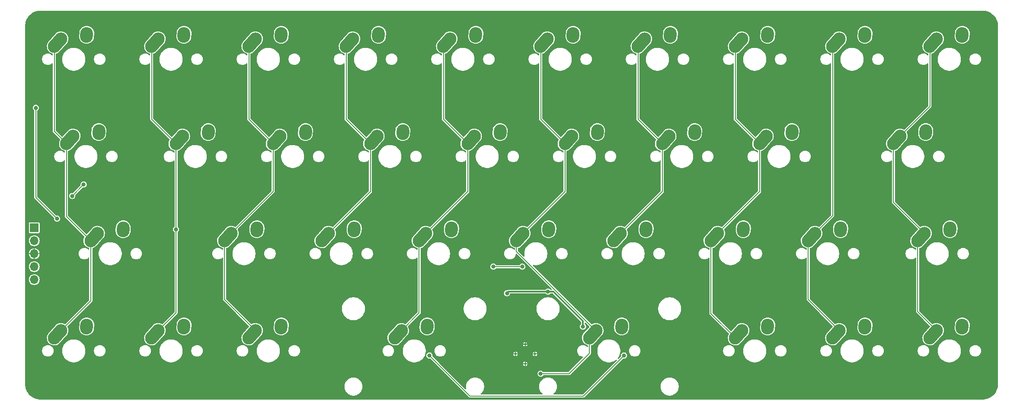
<source format=gtl>
%TF.GenerationSoftware,KiCad,Pcbnew,8.0.5*%
%TF.CreationDate,2024-10-22T20:51:29-04:00*%
%TF.ProjectId,trad,74726164-2e6b-4696-9361-645f70636258,rev?*%
%TF.SameCoordinates,PX1c62fe0PY650e7e0*%
%TF.FileFunction,Copper,L1,Top*%
%TF.FilePolarity,Positive*%
%FSLAX46Y46*%
G04 Gerber Fmt 4.6, Leading zero omitted, Abs format (unit mm)*
G04 Created by KiCad (PCBNEW 8.0.5) date 2024-10-22 20:51:29*
%MOMM*%
%LPD*%
G01*
G04 APERTURE LIST*
G04 Aperture macros list*
%AMHorizOval*
0 Thick line with rounded ends*
0 $1 width*
0 $2 $3 position (X,Y) of the first rounded end (center of the circle)*
0 $4 $5 position (X,Y) of the second rounded end (center of the circle)*
0 Add line between two ends*
20,1,$1,$2,$3,$4,$5,0*
0 Add two circle primitives to create the rounded ends*
1,1,$1,$2,$3*
1,1,$1,$4,$5*%
G04 Aperture macros list end*
%TA.AperFunction,ComponentPad*%
%ADD10HorizOval,2.500000X0.656270X0.728862X-0.656270X-0.728862X0*%
%TD*%
%TA.AperFunction,ComponentPad*%
%ADD11C,2.500000*%
%TD*%
%TA.AperFunction,ComponentPad*%
%ADD12HorizOval,2.500000X0.020277X0.289981X-0.020277X-0.289981X0*%
%TD*%
%TA.AperFunction,ComponentPad*%
%ADD13R,1.700000X1.700000*%
%TD*%
%TA.AperFunction,ComponentPad*%
%ADD14O,1.700000X1.700000*%
%TD*%
%TA.AperFunction,HeatsinkPad*%
%ADD15C,0.500000*%
%TD*%
%TA.AperFunction,ViaPad*%
%ADD16C,0.800000*%
%TD*%
%TA.AperFunction,Conductor*%
%ADD17C,0.200000*%
%TD*%
%TA.AperFunction,Conductor*%
%ADD18C,0.300000*%
%TD*%
G04 APERTURE END LIST*
D10*
%TO.P,MX26,1,COL*%
%TO.N,COL 7*%
X134958653Y31843836D03*
D11*
X135612384Y32574976D03*
D12*
%TO.P,MX26,2,ROW*%
%TO.N,Net-(D26-A)*%
X140632385Y33364976D03*
%TD*%
D10*
%TO.P,MX11,1,COL*%
%TO.N,COL 0*%
X8752508Y50893819D03*
D11*
X9406239Y51624959D03*
D12*
%TO.P,MX11,2,ROW*%
%TO.N,Net-(D11-A)*%
X14426240Y52414959D03*
%TD*%
D10*
%TO.P,MX27,1,COL*%
%TO.N,COL 8*%
X154008637Y31843836D03*
D11*
X154662368Y32574976D03*
D12*
%TO.P,MX27,2,ROW*%
%TO.N,Net-(D27-A)*%
X159682369Y33364976D03*
%TD*%
D10*
%TO.P,MX10,1,COL*%
%TO.N,COL 9*%
X177821118Y69943803D03*
D11*
X178474849Y70674943D03*
D12*
%TO.P,MX10,2,ROW*%
%TO.N,Net-(D10-A)*%
X183494850Y71464943D03*
%TD*%
D10*
%TO.P,MX36,1,COL*%
%TO.N,COL 9*%
X177821117Y12793852D03*
D11*
X178474848Y13524992D03*
D12*
%TO.P,MX36,2,ROW*%
%TO.N,Net-(D36-A)*%
X183494849Y14314992D03*
%TD*%
D10*
%TO.P,MX32,1,COL*%
%TO.N,COL 4*%
X73046205Y12793852D03*
D11*
X73699936Y13524992D03*
D12*
%TO.P,MX32,2,ROW*%
%TO.N,Net-(D32-A)*%
X78719937Y14314992D03*
%TD*%
D10*
%TO.P,MX2,1,COL*%
%TO.N,COL 1*%
X25421245Y69943803D03*
D11*
X26074976Y70674943D03*
D12*
%TO.P,MX2,2,ROW*%
%TO.N,Net-(D2-A)*%
X31094977Y71464943D03*
%TD*%
D10*
%TO.P,MX28,1,COL*%
%TO.N,COL 9*%
X175439869Y31843835D03*
D11*
X176093600Y32574975D03*
D12*
%TO.P,MX28,2,ROW*%
%TO.N,Net-(D28-A)*%
X181113601Y33364975D03*
%TD*%
D10*
%TO.P,MX24,1,COL*%
%TO.N,COL 5*%
X96858685Y31843835D03*
D11*
X97512416Y32574975D03*
D12*
%TO.P,MX24,2,ROW*%
%TO.N,Net-(D24-A)*%
X102532417Y33364975D03*
%TD*%
D10*
%TO.P,MX19,1,COL*%
%TO.N,COL 9*%
X170677373Y50893819D03*
D11*
X171331104Y51624959D03*
D12*
%TO.P,MX19,2,ROW*%
%TO.N,Net-(D19-A)*%
X176351105Y52414959D03*
%TD*%
D10*
%TO.P,MX34,1,COL*%
%TO.N,COL 7*%
X139721148Y12793852D03*
D11*
X140374879Y13524992D03*
D12*
%TO.P,MX34,2,ROW*%
%TO.N,Net-(D34-A)*%
X145394880Y14314992D03*
%TD*%
D10*
%TO.P,MX22,1,COL*%
%TO.N,COL 3*%
X58758717Y31843835D03*
D11*
X59412448Y32574975D03*
D12*
%TO.P,MX22,2,ROW*%
%TO.N,Net-(D22-A)*%
X64432449Y33364975D03*
%TD*%
D10*
%TO.P,MX23,1,COL*%
%TO.N,COL 4*%
X77808701Y31843835D03*
D11*
X78462432Y32574975D03*
D12*
%TO.P,MX23,2,ROW*%
%TO.N,Net-(D23-A)*%
X83482433Y33364975D03*
%TD*%
D10*
%TO.P,MX3,1,COL*%
%TO.N,COL 2*%
X44471228Y69943803D03*
D11*
X45124959Y70674943D03*
D12*
%TO.P,MX3,2,ROW*%
%TO.N,Net-(D3-A)*%
X50144960Y71464943D03*
%TD*%
D10*
%TO.P,MX30,1,COL*%
%TO.N,COL 1*%
X25421245Y12793852D03*
D11*
X26074976Y13524992D03*
D12*
%TO.P,MX30,2,ROW*%
%TO.N,Net-(D30-A)*%
X31094977Y14314992D03*
%TD*%
D10*
%TO.P,MX15,1,COL*%
%TO.N,COL 4*%
X87333693Y50893820D03*
D11*
X87987424Y51624960D03*
D12*
%TO.P,MX15,2,ROW*%
%TO.N,Net-(D15-A)*%
X93007425Y52414960D03*
%TD*%
D10*
%TO.P,MX1,1,COL*%
%TO.N,COL 0*%
X6371261Y69943803D03*
D11*
X7024992Y70674943D03*
D12*
%TO.P,MX1,2,ROW*%
%TO.N,Net-(D1-A)*%
X12044993Y71464943D03*
%TD*%
D10*
%TO.P,MX4,1,COL*%
%TO.N,COL 3*%
X63521212Y69943803D03*
D11*
X64174943Y70674943D03*
D12*
%TO.P,MX4,2,ROW*%
%TO.N,Net-(D4-A)*%
X69194944Y71464943D03*
%TD*%
D10*
%TO.P,MX6,1,COL*%
%TO.N,COL 5*%
X101621181Y69943803D03*
D11*
X102274912Y70674943D03*
D12*
%TO.P,MX6,2,ROW*%
%TO.N,Net-(D6-A)*%
X107294913Y71464943D03*
%TD*%
D10*
%TO.P,MX5,1,COL*%
%TO.N,COL 4*%
X82571197Y69943803D03*
D11*
X83224928Y70674943D03*
D12*
%TO.P,MX5,2,ROW*%
%TO.N,Net-(D5-A)*%
X88244929Y71464943D03*
%TD*%
D10*
%TO.P,MX14,1,COL*%
%TO.N,COL 3*%
X68283709Y50893820D03*
D11*
X68937440Y51624960D03*
D12*
%TO.P,MX14,2,ROW*%
%TO.N,Net-(D14-A)*%
X73957441Y52414960D03*
%TD*%
D10*
%TO.P,MX35,1,COL*%
%TO.N,COL 8*%
X158771133Y12793852D03*
D11*
X159424864Y13524992D03*
D12*
%TO.P,MX35,2,ROW*%
%TO.N,Net-(D35-A)*%
X164444865Y14314992D03*
%TD*%
D10*
%TO.P,MX8,1,COL*%
%TO.N,COL 7*%
X139721149Y69943803D03*
D11*
X140374880Y70674943D03*
D12*
%TO.P,MX8,2,ROW*%
%TO.N,Net-(D8-A)*%
X145394881Y71464943D03*
%TD*%
D10*
%TO.P,MX20,1,COL*%
%TO.N,COL 0*%
X13515005Y31843836D03*
D11*
X14168736Y32574976D03*
D12*
%TO.P,MX20,2,ROW*%
%TO.N,Net-(D20-A)*%
X19188737Y33364976D03*
%TD*%
D10*
%TO.P,MX7,1,COL*%
%TO.N,COL 6*%
X120671165Y69943803D03*
D11*
X121324896Y70674943D03*
D12*
%TO.P,MX7,2,ROW*%
%TO.N,Net-(D7-A)*%
X126344897Y71464943D03*
%TD*%
D10*
%TO.P,MX16,1,COL*%
%TO.N,COL 5*%
X106383676Y50893819D03*
D11*
X107037407Y51624959D03*
D12*
%TO.P,MX16,2,ROW*%
%TO.N,Net-(D16-A)*%
X112057408Y52414959D03*
%TD*%
D10*
%TO.P,MX12,1,COL*%
%TO.N,COL 1*%
X30183741Y50893819D03*
D11*
X30837472Y51624959D03*
D12*
%TO.P,MX12,2,ROW*%
%TO.N,Net-(D12-A)*%
X35857473Y52414959D03*
%TD*%
D10*
%TO.P,MX9,1,COL*%
%TO.N,COL 8*%
X158771133Y69943803D03*
D11*
X159424864Y70674943D03*
D12*
%TO.P,MX9,2,ROW*%
%TO.N,Net-(D9-A)*%
X164444865Y71464943D03*
%TD*%
D10*
%TO.P,MX21,1,COL*%
%TO.N,COL 2*%
X39708733Y31843836D03*
D11*
X40362464Y32574976D03*
D12*
%TO.P,MX21,2,ROW*%
%TO.N,Net-(D21-A)*%
X45382465Y33364976D03*
%TD*%
D10*
%TO.P,MX29,1,COL*%
%TO.N,COL 0*%
X6371261Y12793852D03*
D11*
X7024992Y13524992D03*
D12*
%TO.P,MX29,2,ROW*%
%TO.N,Net-(D29-A)*%
X12044993Y14314992D03*
%TD*%
D10*
%TO.P,MX33,1,COL*%
%TO.N,COL 5*%
X111146173Y12793852D03*
D11*
X111799904Y13524992D03*
D12*
%TO.P,MX33,2,ROW*%
%TO.N,Net-(D33-A)*%
X116819905Y14314992D03*
%TD*%
D10*
%TO.P,MX31,1,COL*%
%TO.N,COL 2*%
X44471229Y12793852D03*
D11*
X45124960Y13524992D03*
D12*
%TO.P,MX31,2,ROW*%
%TO.N,Net-(D31-A)*%
X50144961Y14314992D03*
%TD*%
D10*
%TO.P,MX17,1,COL*%
%TO.N,COL 6*%
X125433661Y50893819D03*
D11*
X126087392Y51624959D03*
D12*
%TO.P,MX17,2,ROW*%
%TO.N,Net-(D17-A)*%
X131107393Y52414959D03*
%TD*%
D10*
%TO.P,MX13,1,COL*%
%TO.N,COL 2*%
X49233725Y50893819D03*
D11*
X49887456Y51624959D03*
D12*
%TO.P,MX13,2,ROW*%
%TO.N,Net-(D13-A)*%
X54907457Y52414959D03*
%TD*%
D10*
%TO.P,MX25,1,COL*%
%TO.N,COL 6*%
X115908669Y31843836D03*
D11*
X116562400Y32574976D03*
D12*
%TO.P,MX25,2,ROW*%
%TO.N,Net-(D25-A)*%
X121582401Y33364976D03*
%TD*%
D10*
%TO.P,MX18,1,COL*%
%TO.N,COL 7*%
X144483645Y50893819D03*
D11*
X145137376Y51624959D03*
D12*
%TO.P,MX18,2,ROW*%
%TO.N,Net-(D18-A)*%
X150157377Y52414959D03*
%TD*%
D13*
%TO.P,J2,1,Pin_1*%
%TO.N,+3V3*%
X1785936Y33649975D03*
D14*
%TO.P,J2,2,Pin_2*%
%TO.N,RESET*%
X1785936Y31109975D03*
%TO.P,J2,3,Pin_3*%
%TO.N,GND*%
X1785936Y28569976D03*
%TO.P,J2,4,Pin_4*%
%TO.N,SWDIO*%
X1785936Y26029975D03*
%TO.P,J2,5,Pin_5*%
%TO.N,SWCLK*%
X1785936Y23489975D03*
%TD*%
D15*
%TO.P,U1,57,GND*%
%TO.N,GND*%
X97928824Y7020491D03*
X99838012Y8929679D03*
X96019636Y8929679D03*
X97928824Y10838867D03*
%TD*%
D16*
%TO.N,ROW 0*%
X2083592Y57149952D03*
X6250776Y35421064D03*
%TO.N,ROW 1*%
X11459756Y42118324D03*
X9227336Y39885904D03*
%TO.N,ROW 2*%
X97333512Y26032008D03*
X91678048Y26032008D03*
%TO.N,ROW 3*%
X117276464Y8632023D03*
X79176496Y8632023D03*
%TO.N,COL 1*%
X29547320Y33337472D03*
%TO.N,COL 5*%
X100949823Y5060151D03*
%TO.N,GND*%
X96142888Y19347640D03*
X72925720Y39290592D03*
X74116344Y39290592D03*
X94356952Y17561703D03*
X116085840Y18752328D03*
X95249920Y18454671D03*
X88999144Y11608584D03*
X90189768Y11608584D03*
X114895216Y18752328D03*
%TO.N,+3V3*%
X109239752Y14287487D03*
X94356952Y20835919D03*
X102393664Y21133575D03*
%TD*%
D17*
%TO.N,ROW 0*%
X6250776Y35421064D02*
X2083592Y39588248D01*
X2083592Y57149952D02*
X2083592Y39588248D01*
%TO.N,ROW 1*%
X11459756Y42118324D02*
X9227336Y39885904D01*
%TO.N,ROW 2*%
X91678048Y26032008D02*
X97333512Y26032008D01*
%TO.N,ROW 3*%
X87142528Y665991D02*
X109310432Y665991D01*
X79176496Y8632023D02*
X87142528Y665991D01*
X109310432Y665991D02*
X117276464Y8632023D01*
%TO.N,COL 0*%
X8096240Y35877471D02*
X12858736Y31114975D01*
X12858736Y31114975D02*
X12858736Y19358735D01*
X8096240Y50164960D02*
X8096240Y35877471D01*
X12858736Y19358735D02*
X7024992Y13524991D01*
X5714992Y52546207D02*
X8096240Y50164960D01*
X5714992Y69214943D02*
X5714992Y52546207D01*
%TO.N,COL 1*%
X29547320Y50164960D02*
X29547320Y33337472D01*
X29547320Y16997335D02*
X26074976Y13524991D01*
X29547320Y33337472D02*
X29547320Y16997335D01*
X24764976Y69214943D02*
X24764976Y54947303D01*
X24764976Y54947303D02*
X29547320Y50164960D01*
%TO.N,COL 2*%
X43814960Y69214944D02*
X43814960Y54907607D01*
X48557608Y50164960D02*
X48557608Y40770119D01*
X48557608Y40770119D02*
X40362464Y32574976D01*
X39052464Y19597487D02*
X45124960Y13524991D01*
X43814960Y54907607D02*
X48557608Y50164960D01*
X39052464Y31114975D02*
X39052464Y19597487D01*
%TO.N,COL 3*%
X62864944Y54927455D02*
X67627440Y50164960D01*
X67627440Y40789967D02*
X67627440Y50164960D01*
X62864944Y69214944D02*
X62864944Y54927455D01*
X59412448Y32574976D02*
X67627440Y40789967D01*
%TO.N,COL 4*%
X81914928Y54927455D02*
X86677424Y50164960D01*
X77152432Y16977488D02*
X73699935Y13524991D01*
X81914928Y69214944D02*
X81914928Y54927455D01*
X86677424Y40789967D02*
X78462432Y32574975D01*
X86677424Y50164960D02*
X86677424Y40789967D01*
X77152432Y31114975D02*
X77152432Y16977488D01*
%TO.N,COL 5*%
X111703643Y13524991D02*
X96202416Y29026218D01*
X106487476Y5060151D02*
X100949823Y5060151D01*
X110489904Y12064991D02*
X110489904Y9062579D01*
X96202416Y29026218D02*
X96202417Y31114975D01*
X110489904Y9062579D02*
X106487476Y5060151D01*
X100964912Y69214943D02*
X100964912Y54927455D01*
X97512416Y32574975D02*
X105727408Y40789967D01*
X105727408Y40789967D02*
X105727408Y50164960D01*
X100964912Y54927455D02*
X105727408Y50164960D01*
%TO.N,COL 6*%
X120014896Y54927455D02*
X124777392Y50164960D01*
X120014896Y69214943D02*
X120014896Y54927455D01*
X124777391Y40789967D02*
X116562400Y32574976D01*
X124777392Y50164960D02*
X124777391Y40789967D01*
%TO.N,COL 7*%
X134302384Y16827488D02*
X139064880Y12064992D01*
X139064880Y69214943D02*
X139064880Y54927456D01*
X143827376Y50164960D02*
X143827376Y40789967D01*
X139064880Y54927456D02*
X143827376Y50164960D01*
X143827376Y40789967D02*
X135612384Y32574976D01*
X134302384Y31114975D02*
X134302384Y16827488D01*
%TO.N,COL 8*%
X153352368Y19597487D02*
X159424864Y13524991D01*
X158114864Y36027472D02*
X154662368Y32574976D01*
X158114864Y69214943D02*
X158114864Y36027472D01*
X153352368Y31114975D02*
X153352368Y19597487D01*
%TO.N,COL 9*%
X170021103Y38647471D02*
X176093600Y32574975D01*
X174783600Y31114975D02*
X174783600Y17216239D01*
X177164848Y57458703D02*
X171331104Y51624959D01*
X170021104Y50164959D02*
X170021103Y38647471D01*
X174783600Y17216239D02*
X178474848Y13524991D01*
X177164848Y69214944D02*
X177164848Y57458703D01*
D18*
%TO.N,+3V3*%
X103458663Y21133575D02*
X109239752Y15352486D01*
X102393664Y21133575D02*
X103458663Y21133575D01*
X109239752Y15352486D02*
X109239752Y14287487D01*
X102393664Y21133575D02*
X94654608Y21133575D01*
X94654608Y21133575D02*
X94356952Y20835919D01*
%TD*%
%TA.AperFunction,Conductor*%
%TO.N,GND*%
G36*
X187523959Y76199926D02*
G01*
X187685424Y76197786D01*
X187695160Y76197176D01*
X188016777Y76160940D01*
X188027692Y76159085D01*
X188342560Y76087219D01*
X188353223Y76084147D01*
X188658058Y75977482D01*
X188668308Y75973236D01*
X188959285Y75833108D01*
X188968994Y75827742D01*
X189105722Y75741830D01*
X189242446Y75655920D01*
X189251501Y75649495D01*
X189503994Y75448137D01*
X189512272Y75440739D01*
X189740628Y75212380D01*
X189748026Y75204102D01*
X189949385Y74951601D01*
X189955809Y74942546D01*
X190127625Y74669097D01*
X190132988Y74659393D01*
X190273115Y74368409D01*
X190277360Y74358159D01*
X190384022Y74053323D01*
X190387095Y74042655D01*
X190458951Y73727807D01*
X190460811Y73716862D01*
X190497040Y73395267D01*
X190497653Y73385519D01*
X190499831Y73224044D01*
X190499840Y73222709D01*
X190499840Y2977232D01*
X190499831Y2975894D01*
X190497649Y2814418D01*
X190497036Y2804672D01*
X190460803Y2483080D01*
X190458943Y2472135D01*
X190387083Y2157290D01*
X190384010Y2146622D01*
X190277348Y1841791D01*
X190273099Y1831533D01*
X190132980Y1540573D01*
X190127610Y1530857D01*
X189955788Y1257401D01*
X189949363Y1248347D01*
X189748019Y995869D01*
X189740622Y987590D01*
X189512249Y759217D01*
X189503970Y751820D01*
X189251492Y550476D01*
X189242438Y544051D01*
X188968983Y372228D01*
X188959266Y366858D01*
X188668305Y226739D01*
X188658048Y222490D01*
X188353216Y115827D01*
X188342549Y112754D01*
X188027705Y40893D01*
X188016759Y39033D01*
X187695168Y2800D01*
X187685420Y2187D01*
X187523947Y8D01*
X187522611Y-1D01*
X2977228Y-1D01*
X2975893Y8D01*
X2814421Y2186D01*
X2804672Y2799D01*
X2483083Y39033D01*
X2472137Y40893D01*
X2157284Y112756D01*
X2146616Y115830D01*
X1841801Y222490D01*
X1831544Y226738D01*
X1540572Y366863D01*
X1530856Y372233D01*
X1257409Y544051D01*
X1248354Y550476D01*
X995869Y751827D01*
X987591Y759224D01*
X759225Y987590D01*
X751828Y995868D01*
X699581Y1061383D01*
X633670Y1144033D01*
X550477Y1248354D01*
X544052Y1257409D01*
X474890Y1367480D01*
X372229Y1530864D01*
X366862Y1540576D01*
X361350Y1552021D01*
X226739Y1831545D01*
X222493Y1841798D01*
X115832Y2146619D01*
X112758Y2157287D01*
X40895Y2472144D01*
X39036Y2483088D01*
X19520Y2656299D01*
X62519186Y2656299D01*
X62519186Y2423685D01*
X62549549Y2193062D01*
X62600757Y2001952D01*
X62609752Y1968382D01*
X62609756Y1968369D01*
X62698769Y1753471D01*
X62698771Y1753466D01*
X62741456Y1679534D01*
X62815078Y1552018D01*
X62861020Y1492145D01*
X62956678Y1367480D01*
X62956680Y1367478D01*
X62956684Y1367473D01*
X63121167Y1202990D01*
X63121171Y1202987D01*
X63121173Y1202985D01*
X63198001Y1144033D01*
X63305712Y1061384D01*
X63406436Y1003231D01*
X63467959Y967710D01*
X63507161Y945077D01*
X63722068Y856060D01*
X63946756Y795855D01*
X64177379Y765492D01*
X64177380Y765492D01*
X64409992Y765492D01*
X64409993Y765492D01*
X64640616Y795855D01*
X64865304Y856060D01*
X65080211Y945077D01*
X65281660Y1061384D01*
X65466205Y1202990D01*
X65630688Y1367473D01*
X65772294Y1552018D01*
X65888601Y1753467D01*
X65977618Y1968374D01*
X66037823Y2193062D01*
X66068186Y2423685D01*
X66068186Y2656299D01*
X66037823Y2886922D01*
X65977618Y3111610D01*
X65888601Y3326517D01*
X65772294Y3527966D01*
X65630688Y3712511D01*
X65466205Y3876994D01*
X65466200Y3876998D01*
X65466198Y3877000D01*
X65281657Y4018602D01*
X65080212Y4134907D01*
X65080207Y4134909D01*
X64865309Y4223922D01*
X64865308Y4223923D01*
X64865304Y4223924D01*
X64640616Y4284129D01*
X64640611Y4284130D01*
X64640610Y4284130D01*
X64409993Y4314492D01*
X64177379Y4314492D01*
X64177378Y4314492D01*
X63946761Y4284130D01*
X63946758Y4284130D01*
X63946756Y4284129D01*
X63782278Y4240058D01*
X63722075Y4223926D01*
X63722062Y4223922D01*
X63507164Y4134909D01*
X63507159Y4134907D01*
X63305714Y4018602D01*
X63121173Y3877000D01*
X62956678Y3712505D01*
X62815076Y3527964D01*
X62698771Y3326519D01*
X62698769Y3326514D01*
X62609756Y3111616D01*
X62609754Y3111610D01*
X62549549Y2886922D01*
X62519186Y2656299D01*
X19520Y2656299D01*
X2803Y2804662D01*
X2189Y2814411D01*
X9Y2975893D01*
X0Y2977229D01*
X0Y9613575D01*
X3319493Y9613575D01*
X3319493Y9436410D01*
X3347206Y9261440D01*
X3401950Y9092952D01*
X3482373Y8935112D01*
X3482379Y8935102D01*
X3586510Y8791778D01*
X3711779Y8666509D01*
X3855103Y8562378D01*
X4012951Y8481950D01*
X4181438Y8427206D01*
X4245477Y8417063D01*
X4356411Y8399492D01*
X4356414Y8399492D01*
X4533575Y8399492D01*
X4621060Y8413349D01*
X4708548Y8427206D01*
X4877035Y8481950D01*
X5034883Y8562378D01*
X5178207Y8666509D01*
X5303476Y8791778D01*
X5407607Y8935102D01*
X5488035Y9092950D01*
X5542779Y9261437D01*
X5570493Y9436413D01*
X5570493Y9613571D01*
X5570493Y9613575D01*
X5561160Y9672498D01*
X7274492Y9672498D01*
X7274492Y9377486D01*
X7312999Y9084999D01*
X7353228Y8934863D01*
X7389353Y8800039D01*
X7502245Y8527493D01*
X7502247Y8527489D01*
X7502249Y8527485D01*
X7616738Y8329184D01*
X7649756Y8271995D01*
X7829340Y8037957D01*
X7829342Y8037955D01*
X7829346Y8037950D01*
X8037950Y7829346D01*
X8037954Y7829343D01*
X8037956Y7829341D01*
X8084175Y7793876D01*
X8271998Y7649754D01*
X8527485Y7502249D01*
X8800040Y7389353D01*
X9084999Y7312999D01*
X9377486Y7274492D01*
X9377487Y7274492D01*
X9672497Y7274492D01*
X9672498Y7274492D01*
X9964985Y7312999D01*
X10249944Y7389353D01*
X10522499Y7502249D01*
X10777986Y7649754D01*
X11012034Y7829346D01*
X11220638Y8037950D01*
X11400230Y8271998D01*
X11547735Y8527485D01*
X11660631Y8800040D01*
X11736985Y9084999D01*
X11775492Y9377486D01*
X11775492Y9613575D01*
X13479491Y9613575D01*
X13479491Y9436410D01*
X13507204Y9261440D01*
X13561948Y9092952D01*
X13642371Y8935112D01*
X13642377Y8935102D01*
X13746508Y8791778D01*
X13871777Y8666509D01*
X14015101Y8562378D01*
X14172949Y8481950D01*
X14341436Y8427206D01*
X14405475Y8417063D01*
X14516409Y8399492D01*
X14516412Y8399492D01*
X14693573Y8399492D01*
X14781058Y8413349D01*
X14868546Y8427206D01*
X15037033Y8481950D01*
X15194881Y8562378D01*
X15338205Y8666509D01*
X15463474Y8791778D01*
X15567605Y8935102D01*
X15648033Y9092950D01*
X15702777Y9261437D01*
X15730491Y9436413D01*
X15730491Y9613571D01*
X15730491Y9613575D01*
X22369477Y9613575D01*
X22369477Y9436410D01*
X22397190Y9261440D01*
X22451934Y9092952D01*
X22532357Y8935112D01*
X22532363Y8935102D01*
X22636494Y8791778D01*
X22761763Y8666509D01*
X22905087Y8562378D01*
X23062935Y8481950D01*
X23231422Y8427206D01*
X23295461Y8417063D01*
X23406395Y8399492D01*
X23406398Y8399492D01*
X23583559Y8399492D01*
X23671044Y8413349D01*
X23758532Y8427206D01*
X23927019Y8481950D01*
X24084867Y8562378D01*
X24228191Y8666509D01*
X24353460Y8791778D01*
X24457591Y8935102D01*
X24538019Y9092950D01*
X24592763Y9261437D01*
X24620477Y9436413D01*
X24620477Y9613571D01*
X24620477Y9613575D01*
X24611144Y9672498D01*
X26324476Y9672498D01*
X26324476Y9377486D01*
X26362983Y9084999D01*
X26403212Y8934863D01*
X26439337Y8800039D01*
X26552229Y8527493D01*
X26552231Y8527489D01*
X26552233Y8527485D01*
X26666722Y8329184D01*
X26699740Y8271995D01*
X26879324Y8037957D01*
X26879326Y8037955D01*
X26879330Y8037950D01*
X27087934Y7829346D01*
X27087938Y7829343D01*
X27087940Y7829341D01*
X27134159Y7793876D01*
X27321982Y7649754D01*
X27577469Y7502249D01*
X27850024Y7389353D01*
X28134983Y7312999D01*
X28427470Y7274492D01*
X28427471Y7274492D01*
X28722481Y7274492D01*
X28722482Y7274492D01*
X29014969Y7312999D01*
X29299928Y7389353D01*
X29572483Y7502249D01*
X29827970Y7649754D01*
X30062018Y7829346D01*
X30270622Y8037950D01*
X30450214Y8271998D01*
X30597719Y8527485D01*
X30710615Y8800040D01*
X30786969Y9084999D01*
X30825476Y9377486D01*
X30825476Y9613575D01*
X32529475Y9613575D01*
X32529475Y9436410D01*
X32557188Y9261440D01*
X32611932Y9092952D01*
X32692355Y8935112D01*
X32692361Y8935102D01*
X32796492Y8791778D01*
X32921761Y8666509D01*
X33065085Y8562378D01*
X33222933Y8481950D01*
X33391420Y8427206D01*
X33455459Y8417063D01*
X33566393Y8399492D01*
X33566396Y8399492D01*
X33743557Y8399492D01*
X33831042Y8413349D01*
X33918530Y8427206D01*
X34087017Y8481950D01*
X34244865Y8562378D01*
X34388189Y8666509D01*
X34513458Y8791778D01*
X34617589Y8935102D01*
X34698017Y9092950D01*
X34752761Y9261437D01*
X34780475Y9436413D01*
X34780475Y9613571D01*
X34780475Y9613575D01*
X41419461Y9613575D01*
X41419461Y9436410D01*
X41447174Y9261440D01*
X41501918Y9092952D01*
X41582341Y8935112D01*
X41582347Y8935102D01*
X41686478Y8791778D01*
X41811747Y8666509D01*
X41955071Y8562378D01*
X42112919Y8481950D01*
X42281406Y8427206D01*
X42345445Y8417063D01*
X42456379Y8399492D01*
X42456382Y8399492D01*
X42633543Y8399492D01*
X42721028Y8413349D01*
X42808516Y8427206D01*
X42977003Y8481950D01*
X43134851Y8562378D01*
X43278175Y8666509D01*
X43403444Y8791778D01*
X43507575Y8935102D01*
X43588003Y9092950D01*
X43642747Y9261437D01*
X43670461Y9436413D01*
X43670461Y9613571D01*
X43670461Y9613575D01*
X43661128Y9672498D01*
X45374460Y9672498D01*
X45374460Y9377486D01*
X45412967Y9084999D01*
X45453196Y8934863D01*
X45489321Y8800039D01*
X45602213Y8527493D01*
X45602215Y8527489D01*
X45602217Y8527485D01*
X45716706Y8329184D01*
X45749724Y8271995D01*
X45929308Y8037957D01*
X45929310Y8037955D01*
X45929314Y8037950D01*
X46137918Y7829346D01*
X46137922Y7829343D01*
X46137924Y7829341D01*
X46184143Y7793876D01*
X46371966Y7649754D01*
X46627453Y7502249D01*
X46900008Y7389353D01*
X47184967Y7312999D01*
X47477454Y7274492D01*
X47477455Y7274492D01*
X47772465Y7274492D01*
X47772466Y7274492D01*
X48064953Y7312999D01*
X48349912Y7389353D01*
X48622467Y7502249D01*
X48877954Y7649754D01*
X49112002Y7829346D01*
X49320606Y8037950D01*
X49500198Y8271998D01*
X49647703Y8527485D01*
X49760599Y8800040D01*
X49836953Y9084999D01*
X49875460Y9377486D01*
X49875460Y9613575D01*
X51579459Y9613575D01*
X51579459Y9436410D01*
X51607172Y9261440D01*
X51661916Y9092952D01*
X51742339Y8935112D01*
X51742345Y8935102D01*
X51846476Y8791778D01*
X51971745Y8666509D01*
X52115069Y8562378D01*
X52272917Y8481950D01*
X52441404Y8427206D01*
X52505443Y8417063D01*
X52616377Y8399492D01*
X52616380Y8399492D01*
X52793541Y8399492D01*
X52881026Y8413349D01*
X52968514Y8427206D01*
X53137001Y8481950D01*
X53294849Y8562378D01*
X53438173Y8666509D01*
X53563442Y8791778D01*
X53667573Y8935102D01*
X53748001Y9092950D01*
X53802745Y9261437D01*
X53830459Y9436413D01*
X53830459Y9613571D01*
X53830459Y9613575D01*
X69994437Y9613575D01*
X69994437Y9436410D01*
X70022150Y9261440D01*
X70076894Y9092952D01*
X70157317Y8935112D01*
X70157323Y8935102D01*
X70261454Y8791778D01*
X70386723Y8666509D01*
X70530047Y8562378D01*
X70687895Y8481950D01*
X70856382Y8427206D01*
X70920421Y8417063D01*
X71031355Y8399492D01*
X71031358Y8399492D01*
X71208519Y8399492D01*
X71296004Y8413349D01*
X71383492Y8427206D01*
X71551979Y8481950D01*
X71709827Y8562378D01*
X71853151Y8666509D01*
X71978420Y8791778D01*
X72082551Y8935102D01*
X72162979Y9092950D01*
X72217723Y9261437D01*
X72245437Y9436413D01*
X72245437Y9613571D01*
X72245437Y9613575D01*
X72236104Y9672498D01*
X73949436Y9672498D01*
X73949436Y9377486D01*
X73987943Y9084999D01*
X74028172Y8934863D01*
X74064297Y8800039D01*
X74177189Y8527493D01*
X74177191Y8527489D01*
X74177193Y8527485D01*
X74291682Y8329184D01*
X74324700Y8271995D01*
X74504284Y8037957D01*
X74504286Y8037955D01*
X74504290Y8037950D01*
X74712894Y7829346D01*
X74712898Y7829343D01*
X74712900Y7829341D01*
X74759119Y7793876D01*
X74946942Y7649754D01*
X75202429Y7502249D01*
X75474984Y7389353D01*
X75759943Y7312999D01*
X76052430Y7274492D01*
X76052431Y7274492D01*
X76347441Y7274492D01*
X76347442Y7274492D01*
X76639929Y7312999D01*
X76924888Y7389353D01*
X77197443Y7502249D01*
X77452930Y7649754D01*
X77686978Y7829346D01*
X77895582Y8037950D01*
X78075174Y8271998D01*
X78222679Y8527485D01*
X78265980Y8632024D01*
X78570814Y8632024D01*
X78570814Y8632023D01*
X78591451Y8475265D01*
X78591453Y8475257D01*
X78651958Y8329185D01*
X78651958Y8329184D01*
X78695841Y8271995D01*
X78748214Y8203741D01*
X78873655Y8107487D01*
X79019734Y8046979D01*
X79137305Y8031501D01*
X79176495Y8026341D01*
X79176496Y8026341D01*
X79287780Y8040992D01*
X79347939Y8029842D01*
X79370705Y8012843D01*
X86902068Y481480D01*
X86902067Y481480D01*
X86958017Y425531D01*
X87026535Y385972D01*
X87026539Y385970D01*
X87102963Y365492D01*
X87102965Y365491D01*
X87102966Y365491D01*
X109349995Y365491D01*
X109349995Y365492D01*
X109426421Y385970D01*
X109494943Y425531D01*
X109550892Y481480D01*
X111725710Y2656299D01*
X124431654Y2656299D01*
X124431654Y2423685D01*
X124462017Y2193062D01*
X124513225Y2001952D01*
X124522220Y1968382D01*
X124522224Y1968369D01*
X124611237Y1753471D01*
X124611239Y1753466D01*
X124653924Y1679534D01*
X124727546Y1552018D01*
X124773488Y1492145D01*
X124869146Y1367480D01*
X124869148Y1367478D01*
X124869152Y1367473D01*
X125033635Y1202990D01*
X125033639Y1202987D01*
X125033641Y1202985D01*
X125110469Y1144033D01*
X125218180Y1061384D01*
X125318904Y1003231D01*
X125380427Y967710D01*
X125419629Y945077D01*
X125634536Y856060D01*
X125859224Y795855D01*
X126089847Y765492D01*
X126089848Y765492D01*
X126322460Y765492D01*
X126322461Y765492D01*
X126553084Y795855D01*
X126777772Y856060D01*
X126992679Y945077D01*
X127194128Y1061384D01*
X127378673Y1202990D01*
X127543156Y1367473D01*
X127684762Y1552018D01*
X127801069Y1753467D01*
X127890086Y1968374D01*
X127950291Y2193062D01*
X127980654Y2423685D01*
X127980654Y2656299D01*
X127950291Y2886922D01*
X127890086Y3111610D01*
X127801069Y3326517D01*
X127684762Y3527966D01*
X127543156Y3712511D01*
X127378673Y3876994D01*
X127378668Y3876998D01*
X127378666Y3877000D01*
X127194125Y4018602D01*
X126992680Y4134907D01*
X126992675Y4134909D01*
X126777777Y4223922D01*
X126777776Y4223923D01*
X126777772Y4223924D01*
X126553084Y4284129D01*
X126553079Y4284130D01*
X126553078Y4284130D01*
X126322461Y4314492D01*
X126089847Y4314492D01*
X126089846Y4314492D01*
X125859229Y4284130D01*
X125859226Y4284130D01*
X125859224Y4284129D01*
X125694746Y4240058D01*
X125634543Y4223926D01*
X125634530Y4223922D01*
X125419632Y4134909D01*
X125419627Y4134907D01*
X125218182Y4018602D01*
X125033641Y3877000D01*
X124869146Y3712505D01*
X124727544Y3527964D01*
X124611239Y3326519D01*
X124611237Y3326514D01*
X124522224Y3111616D01*
X124522222Y3111610D01*
X124462017Y2886922D01*
X124431654Y2656299D01*
X111725710Y2656299D01*
X117082255Y8012845D01*
X117136770Y8040620D01*
X117165178Y8040992D01*
X117220268Y8033740D01*
X117276463Y8026341D01*
X117276464Y8026341D01*
X117276465Y8026341D01*
X117307816Y8030469D01*
X117433226Y8046979D01*
X117579305Y8107487D01*
X117704746Y8203741D01*
X117801000Y8329182D01*
X117861508Y8475261D01*
X117882146Y8632023D01*
X117861508Y8788785D01*
X117860268Y8791778D01*
X117801001Y8934862D01*
X117801001Y8934863D01*
X117704750Y9060300D01*
X117704749Y9060301D01*
X117704746Y9060305D01*
X117704741Y9060309D01*
X117704740Y9060310D01*
X117579302Y9156561D01*
X117433230Y9217066D01*
X117433222Y9217068D01*
X117276465Y9237705D01*
X117276463Y9237705D01*
X117119705Y9217068D01*
X117119697Y9217066D01*
X116973625Y9156561D01*
X116973624Y9156561D01*
X116848187Y9060310D01*
X116848177Y9060300D01*
X116751926Y8934863D01*
X116751926Y8934862D01*
X116691421Y8788790D01*
X116691419Y8788782D01*
X116670782Y8632024D01*
X116670782Y8632023D01*
X116685432Y8520741D01*
X116674282Y8460580D01*
X116657283Y8437816D01*
X116199991Y7980523D01*
X116145474Y7952745D01*
X116085042Y7962316D01*
X116041777Y8005581D01*
X116032206Y8066013D01*
X116051445Y8110793D01*
X116173531Y8269899D01*
X116175142Y8271998D01*
X116322647Y8527485D01*
X116435543Y8800040D01*
X116511897Y9084999D01*
X116550404Y9377486D01*
X116550404Y9613575D01*
X118254403Y9613575D01*
X118254403Y9436410D01*
X118282116Y9261440D01*
X118336860Y9092952D01*
X118417283Y8935112D01*
X118417289Y8935102D01*
X118521420Y8791778D01*
X118646689Y8666509D01*
X118790013Y8562378D01*
X118947861Y8481950D01*
X119116348Y8427206D01*
X119180387Y8417063D01*
X119291321Y8399492D01*
X119291324Y8399492D01*
X119468485Y8399492D01*
X119555970Y8413349D01*
X119643458Y8427206D01*
X119811945Y8481950D01*
X119969793Y8562378D01*
X120113117Y8666509D01*
X120238386Y8791778D01*
X120342517Y8935102D01*
X120422945Y9092950D01*
X120477689Y9261437D01*
X120505403Y9436413D01*
X120505403Y9613571D01*
X120505403Y9613575D01*
X136669380Y9613575D01*
X136669380Y9436410D01*
X136697093Y9261440D01*
X136751837Y9092952D01*
X136832260Y8935112D01*
X136832266Y8935102D01*
X136936397Y8791778D01*
X137061666Y8666509D01*
X137204990Y8562378D01*
X137362838Y8481950D01*
X137531325Y8427206D01*
X137595364Y8417063D01*
X137706298Y8399492D01*
X137706301Y8399492D01*
X137883462Y8399492D01*
X137970947Y8413349D01*
X138058435Y8427206D01*
X138226922Y8481950D01*
X138384770Y8562378D01*
X138528094Y8666509D01*
X138653363Y8791778D01*
X138757494Y8935102D01*
X138837922Y9092950D01*
X138892666Y9261437D01*
X138920380Y9436413D01*
X138920380Y9613571D01*
X138920380Y9613575D01*
X138911047Y9672498D01*
X140624379Y9672498D01*
X140624379Y9377486D01*
X140662886Y9084999D01*
X140703115Y8934863D01*
X140739240Y8800039D01*
X140852132Y8527493D01*
X140852134Y8527489D01*
X140852136Y8527485D01*
X140966625Y8329184D01*
X140999643Y8271995D01*
X141179227Y8037957D01*
X141179229Y8037955D01*
X141179233Y8037950D01*
X141387837Y7829346D01*
X141387841Y7829343D01*
X141387843Y7829341D01*
X141434062Y7793876D01*
X141621885Y7649754D01*
X141877372Y7502249D01*
X142149927Y7389353D01*
X142434886Y7312999D01*
X142727373Y7274492D01*
X142727374Y7274492D01*
X143022384Y7274492D01*
X143022385Y7274492D01*
X143314872Y7312999D01*
X143599831Y7389353D01*
X143872386Y7502249D01*
X144127873Y7649754D01*
X144361921Y7829346D01*
X144570525Y8037950D01*
X144750117Y8271998D01*
X144897622Y8527485D01*
X145010518Y8800040D01*
X145086872Y9084999D01*
X145125379Y9377486D01*
X145125379Y9613575D01*
X146829378Y9613575D01*
X146829378Y9436410D01*
X146857091Y9261440D01*
X146911835Y9092952D01*
X146992258Y8935112D01*
X146992264Y8935102D01*
X147096395Y8791778D01*
X147221664Y8666509D01*
X147364988Y8562378D01*
X147522836Y8481950D01*
X147691323Y8427206D01*
X147755362Y8417063D01*
X147866296Y8399492D01*
X147866299Y8399492D01*
X148043460Y8399492D01*
X148130945Y8413349D01*
X148218433Y8427206D01*
X148386920Y8481950D01*
X148544768Y8562378D01*
X148688092Y8666509D01*
X148813361Y8791778D01*
X148917492Y8935102D01*
X148997920Y9092950D01*
X149052664Y9261437D01*
X149080378Y9436413D01*
X149080378Y9613571D01*
X149080378Y9613575D01*
X155719365Y9613575D01*
X155719365Y9436410D01*
X155747078Y9261440D01*
X155801822Y9092952D01*
X155882245Y8935112D01*
X155882251Y8935102D01*
X155986382Y8791778D01*
X156111651Y8666509D01*
X156254975Y8562378D01*
X156412823Y8481950D01*
X156581310Y8427206D01*
X156645349Y8417063D01*
X156756283Y8399492D01*
X156756286Y8399492D01*
X156933447Y8399492D01*
X157020932Y8413349D01*
X157108420Y8427206D01*
X157276907Y8481950D01*
X157434755Y8562378D01*
X157578079Y8666509D01*
X157703348Y8791778D01*
X157807479Y8935102D01*
X157887907Y9092950D01*
X157942651Y9261437D01*
X157970365Y9436413D01*
X157970365Y9613571D01*
X157970365Y9613575D01*
X157961032Y9672498D01*
X159674364Y9672498D01*
X159674364Y9377486D01*
X159712871Y9084999D01*
X159753100Y8934863D01*
X159789225Y8800039D01*
X159902117Y8527493D01*
X159902119Y8527489D01*
X159902121Y8527485D01*
X160016610Y8329184D01*
X160049628Y8271995D01*
X160229212Y8037957D01*
X160229214Y8037955D01*
X160229218Y8037950D01*
X160437822Y7829346D01*
X160437826Y7829343D01*
X160437828Y7829341D01*
X160484047Y7793876D01*
X160671870Y7649754D01*
X160927357Y7502249D01*
X161199912Y7389353D01*
X161484871Y7312999D01*
X161777358Y7274492D01*
X161777359Y7274492D01*
X162072369Y7274492D01*
X162072370Y7274492D01*
X162364857Y7312999D01*
X162649816Y7389353D01*
X162922371Y7502249D01*
X163177858Y7649754D01*
X163411906Y7829346D01*
X163620510Y8037950D01*
X163800102Y8271998D01*
X163947607Y8527485D01*
X164060503Y8800040D01*
X164136857Y9084999D01*
X164175364Y9377486D01*
X164175364Y9613575D01*
X165879363Y9613575D01*
X165879363Y9436410D01*
X165907076Y9261440D01*
X165961820Y9092952D01*
X166042243Y8935112D01*
X166042249Y8935102D01*
X166146380Y8791778D01*
X166271649Y8666509D01*
X166414973Y8562378D01*
X166572821Y8481950D01*
X166741308Y8427206D01*
X166805347Y8417063D01*
X166916281Y8399492D01*
X166916284Y8399492D01*
X167093445Y8399492D01*
X167180930Y8413349D01*
X167268418Y8427206D01*
X167436905Y8481950D01*
X167594753Y8562378D01*
X167738077Y8666509D01*
X167863346Y8791778D01*
X167967477Y8935102D01*
X168047905Y9092950D01*
X168102649Y9261437D01*
X168130363Y9436413D01*
X168130363Y9613571D01*
X168130363Y9613575D01*
X174769349Y9613575D01*
X174769349Y9436410D01*
X174797062Y9261440D01*
X174851806Y9092952D01*
X174932229Y8935112D01*
X174932235Y8935102D01*
X175036366Y8791778D01*
X175161635Y8666509D01*
X175304959Y8562378D01*
X175462807Y8481950D01*
X175631294Y8427206D01*
X175695333Y8417063D01*
X175806267Y8399492D01*
X175806270Y8399492D01*
X175983431Y8399492D01*
X176070916Y8413349D01*
X176158404Y8427206D01*
X176326891Y8481950D01*
X176484739Y8562378D01*
X176628063Y8666509D01*
X176753332Y8791778D01*
X176857463Y8935102D01*
X176937891Y9092950D01*
X176992635Y9261437D01*
X177020349Y9436413D01*
X177020349Y9613571D01*
X177020349Y9613575D01*
X177011016Y9672498D01*
X178724348Y9672498D01*
X178724348Y9377486D01*
X178762855Y9084999D01*
X178803084Y8934863D01*
X178839209Y8800039D01*
X178952101Y8527493D01*
X178952103Y8527489D01*
X178952105Y8527485D01*
X179066594Y8329184D01*
X179099612Y8271995D01*
X179279196Y8037957D01*
X179279198Y8037955D01*
X179279202Y8037950D01*
X179487806Y7829346D01*
X179487810Y7829343D01*
X179487812Y7829341D01*
X179534031Y7793876D01*
X179721854Y7649754D01*
X179977341Y7502249D01*
X180249896Y7389353D01*
X180534855Y7312999D01*
X180827342Y7274492D01*
X180827343Y7274492D01*
X181122353Y7274492D01*
X181122354Y7274492D01*
X181414841Y7312999D01*
X181699800Y7389353D01*
X181972355Y7502249D01*
X182227842Y7649754D01*
X182461890Y7829346D01*
X182670494Y8037950D01*
X182850086Y8271998D01*
X182997591Y8527485D01*
X183110487Y8800040D01*
X183186841Y9084999D01*
X183225348Y9377486D01*
X183225348Y9613575D01*
X184929347Y9613575D01*
X184929347Y9436410D01*
X184957060Y9261440D01*
X185011804Y9092952D01*
X185092227Y8935112D01*
X185092233Y8935102D01*
X185196364Y8791778D01*
X185321633Y8666509D01*
X185464957Y8562378D01*
X185622805Y8481950D01*
X185791292Y8427206D01*
X185855331Y8417063D01*
X185966265Y8399492D01*
X185966268Y8399492D01*
X186143429Y8399492D01*
X186230914Y8413349D01*
X186318402Y8427206D01*
X186486889Y8481950D01*
X186644737Y8562378D01*
X186788061Y8666509D01*
X186913330Y8791778D01*
X187017461Y8935102D01*
X187097889Y9092950D01*
X187152633Y9261437D01*
X187180347Y9436413D01*
X187180347Y9613571D01*
X187180347Y9613575D01*
X187152633Y9788545D01*
X187152633Y9788547D01*
X187097889Y9957034D01*
X187017461Y10114882D01*
X186913330Y10258206D01*
X186788061Y10383475D01*
X186644737Y10487606D01*
X186644736Y10487607D01*
X186644734Y10487608D01*
X186486887Y10568035D01*
X186318399Y10622779D01*
X186143429Y10650492D01*
X186143426Y10650492D01*
X185966268Y10650492D01*
X185966265Y10650492D01*
X185791294Y10622779D01*
X185622806Y10568035D01*
X185464959Y10487608D01*
X185321634Y10383476D01*
X185196363Y10258205D01*
X185092231Y10114880D01*
X185011804Y9957033D01*
X184957060Y9788545D01*
X184929347Y9613575D01*
X183225348Y9613575D01*
X183225348Y9672498D01*
X183186841Y9964985D01*
X183110487Y10249944D01*
X182997591Y10522499D01*
X182850086Y10777986D01*
X182726637Y10938867D01*
X182670498Y11012029D01*
X182670497Y11012030D01*
X182670494Y11012034D01*
X182461890Y11220638D01*
X182461885Y11220642D01*
X182461883Y11220644D01*
X182227845Y11400228D01*
X182227842Y11400230D01*
X181972355Y11547735D01*
X181972351Y11547737D01*
X181972347Y11547739D01*
X181699801Y11660631D01*
X181633031Y11678522D01*
X181414841Y11736985D01*
X181414834Y11736986D01*
X181122354Y11775492D01*
X180827342Y11775492D01*
X180827341Y11775492D01*
X180534861Y11736986D01*
X180534859Y11736986D01*
X180534855Y11736985D01*
X180383432Y11696412D01*
X180249894Y11660631D01*
X179977348Y11547739D01*
X179721850Y11400228D01*
X179487812Y11220644D01*
X179487806Y11220639D01*
X179487806Y11220638D01*
X179279202Y11012034D01*
X179279198Y11012030D01*
X179279198Y11012029D01*
X179099612Y10777990D01*
X178952101Y10522492D01*
X178839209Y10249946D01*
X178803428Y10116408D01*
X178762855Y9964985D01*
X178724348Y9672498D01*
X177011016Y9672498D01*
X176992635Y9788545D01*
X176992635Y9788547D01*
X176937891Y9957034D01*
X176857463Y10114882D01*
X176753332Y10258206D01*
X176628063Y10383475D01*
X176484739Y10487606D01*
X176484738Y10487607D01*
X176484736Y10487608D01*
X176326889Y10568035D01*
X176158401Y10622779D01*
X175983431Y10650492D01*
X175983428Y10650492D01*
X175806270Y10650492D01*
X175806267Y10650492D01*
X175631296Y10622779D01*
X175462808Y10568035D01*
X175304961Y10487608D01*
X175161636Y10383476D01*
X175036365Y10258205D01*
X174932233Y10114880D01*
X174851806Y9957033D01*
X174797062Y9788545D01*
X174769349Y9613575D01*
X168130363Y9613575D01*
X168102649Y9788545D01*
X168102649Y9788547D01*
X168047905Y9957034D01*
X167967477Y10114882D01*
X167863346Y10258206D01*
X167738077Y10383475D01*
X167594753Y10487606D01*
X167594752Y10487607D01*
X167594750Y10487608D01*
X167436903Y10568035D01*
X167268415Y10622779D01*
X167093445Y10650492D01*
X167093442Y10650492D01*
X166916284Y10650492D01*
X166916281Y10650492D01*
X166741310Y10622779D01*
X166572822Y10568035D01*
X166414975Y10487608D01*
X166271650Y10383476D01*
X166146379Y10258205D01*
X166042247Y10114880D01*
X165961820Y9957033D01*
X165907076Y9788545D01*
X165879363Y9613575D01*
X164175364Y9613575D01*
X164175364Y9672498D01*
X164136857Y9964985D01*
X164060503Y10249944D01*
X163947607Y10522499D01*
X163800102Y10777986D01*
X163676653Y10938867D01*
X163620514Y11012029D01*
X163620513Y11012030D01*
X163620510Y11012034D01*
X163411906Y11220638D01*
X163411901Y11220642D01*
X163411899Y11220644D01*
X163177861Y11400228D01*
X163177858Y11400230D01*
X162922371Y11547735D01*
X162922367Y11547737D01*
X162922363Y11547739D01*
X162649817Y11660631D01*
X162583047Y11678522D01*
X162364857Y11736985D01*
X162364850Y11736986D01*
X162072370Y11775492D01*
X161777358Y11775492D01*
X161777357Y11775492D01*
X161484877Y11736986D01*
X161484875Y11736986D01*
X161484871Y11736985D01*
X161333448Y11696412D01*
X161199910Y11660631D01*
X160927364Y11547739D01*
X160671866Y11400228D01*
X160437828Y11220644D01*
X160437822Y11220639D01*
X160437822Y11220638D01*
X160229218Y11012034D01*
X160229214Y11012030D01*
X160229214Y11012029D01*
X160049628Y10777990D01*
X159902117Y10522492D01*
X159789225Y10249946D01*
X159753444Y10116408D01*
X159712871Y9964985D01*
X159674364Y9672498D01*
X157961032Y9672498D01*
X157942651Y9788545D01*
X157942651Y9788547D01*
X157887907Y9957034D01*
X157807479Y10114882D01*
X157703348Y10258206D01*
X157578079Y10383475D01*
X157434755Y10487606D01*
X157434754Y10487607D01*
X157434752Y10487608D01*
X157276905Y10568035D01*
X157108417Y10622779D01*
X156933447Y10650492D01*
X156933444Y10650492D01*
X156756286Y10650492D01*
X156756283Y10650492D01*
X156581312Y10622779D01*
X156412824Y10568035D01*
X156254977Y10487608D01*
X156111652Y10383476D01*
X155986381Y10258205D01*
X155882249Y10114880D01*
X155801822Y9957033D01*
X155747078Y9788545D01*
X155719365Y9613575D01*
X149080378Y9613575D01*
X149052664Y9788545D01*
X149052664Y9788547D01*
X148997920Y9957034D01*
X148917492Y10114882D01*
X148813361Y10258206D01*
X148688092Y10383475D01*
X148544768Y10487606D01*
X148544767Y10487607D01*
X148544765Y10487608D01*
X148386918Y10568035D01*
X148218430Y10622779D01*
X148043460Y10650492D01*
X148043457Y10650492D01*
X147866299Y10650492D01*
X147866296Y10650492D01*
X147691325Y10622779D01*
X147522837Y10568035D01*
X147364990Y10487608D01*
X147221665Y10383476D01*
X147096394Y10258205D01*
X146992262Y10114880D01*
X146911835Y9957033D01*
X146857091Y9788545D01*
X146829378Y9613575D01*
X145125379Y9613575D01*
X145125379Y9672498D01*
X145086872Y9964985D01*
X145010518Y10249944D01*
X144897622Y10522499D01*
X144750117Y10777986D01*
X144626668Y10938867D01*
X144570529Y11012029D01*
X144570528Y11012030D01*
X144570525Y11012034D01*
X144361921Y11220638D01*
X144361916Y11220642D01*
X144361914Y11220644D01*
X144127876Y11400228D01*
X144127873Y11400230D01*
X143872386Y11547735D01*
X143872382Y11547737D01*
X143872378Y11547739D01*
X143599832Y11660631D01*
X143533062Y11678522D01*
X143314872Y11736985D01*
X143314865Y11736986D01*
X143022385Y11775492D01*
X142727373Y11775492D01*
X142727372Y11775492D01*
X142434892Y11736986D01*
X142434890Y11736986D01*
X142434886Y11736985D01*
X142283463Y11696412D01*
X142149925Y11660631D01*
X141877379Y11547739D01*
X141621881Y11400228D01*
X141387843Y11220644D01*
X141387837Y11220639D01*
X141387837Y11220638D01*
X141179233Y11012034D01*
X141179229Y11012030D01*
X141179229Y11012029D01*
X140999643Y10777990D01*
X140852132Y10522492D01*
X140739240Y10249946D01*
X140703459Y10116408D01*
X140662886Y9964985D01*
X140624379Y9672498D01*
X138911047Y9672498D01*
X138892666Y9788545D01*
X138892666Y9788547D01*
X138837922Y9957034D01*
X138757494Y10114882D01*
X138653363Y10258206D01*
X138528094Y10383475D01*
X138384770Y10487606D01*
X138384769Y10487607D01*
X138384767Y10487608D01*
X138226920Y10568035D01*
X138058432Y10622779D01*
X137883462Y10650492D01*
X137883459Y10650492D01*
X137706301Y10650492D01*
X137706298Y10650492D01*
X137531327Y10622779D01*
X137362839Y10568035D01*
X137204992Y10487608D01*
X137061667Y10383476D01*
X136936396Y10258205D01*
X136832264Y10114880D01*
X136751837Y9957033D01*
X136697093Y9788545D01*
X136669380Y9613575D01*
X120505403Y9613575D01*
X120477689Y9788545D01*
X120477689Y9788547D01*
X120422945Y9957034D01*
X120342517Y10114882D01*
X120238386Y10258206D01*
X120113117Y10383475D01*
X119969793Y10487606D01*
X119969792Y10487607D01*
X119969790Y10487608D01*
X119811943Y10568035D01*
X119643455Y10622779D01*
X119468485Y10650492D01*
X119468482Y10650492D01*
X119291324Y10650492D01*
X119291321Y10650492D01*
X119116350Y10622779D01*
X118947862Y10568035D01*
X118790015Y10487608D01*
X118646690Y10383476D01*
X118521419Y10258205D01*
X118417287Y10114880D01*
X118336860Y9957033D01*
X118282116Y9788545D01*
X118254403Y9613575D01*
X116550404Y9613575D01*
X116550404Y9672498D01*
X116511897Y9964985D01*
X116435543Y10249944D01*
X116322647Y10522499D01*
X116175142Y10777986D01*
X116051693Y10938867D01*
X115995554Y11012029D01*
X115995553Y11012030D01*
X115995550Y11012034D01*
X115786946Y11220638D01*
X115786941Y11220642D01*
X115786939Y11220644D01*
X115552901Y11400228D01*
X115552898Y11400230D01*
X115297411Y11547735D01*
X115297407Y11547737D01*
X115297403Y11547739D01*
X115024857Y11660631D01*
X114958087Y11678522D01*
X114739897Y11736985D01*
X114739890Y11736986D01*
X114447410Y11775492D01*
X114152398Y11775492D01*
X114152397Y11775492D01*
X113859917Y11736986D01*
X113859915Y11736986D01*
X113859911Y11736985D01*
X113708488Y11696412D01*
X113574950Y11660631D01*
X113302404Y11547739D01*
X113046906Y11400228D01*
X112812868Y11220644D01*
X112812862Y11220639D01*
X112812862Y11220638D01*
X112604258Y11012034D01*
X112604254Y11012030D01*
X112604254Y11012029D01*
X112424668Y10777990D01*
X112277157Y10522492D01*
X112164265Y10249946D01*
X112128484Y10116408D01*
X112087911Y9964985D01*
X112049404Y9672498D01*
X112049404Y9377486D01*
X112087911Y9084999D01*
X112128140Y8934863D01*
X112164265Y8800039D01*
X112277157Y8527493D01*
X112277159Y8527489D01*
X112277161Y8527485D01*
X112391650Y8329184D01*
X112424668Y8271995D01*
X112604252Y8037957D01*
X112604254Y8037955D01*
X112604258Y8037950D01*
X112812862Y7829346D01*
X112812866Y7829343D01*
X112812868Y7829341D01*
X112859087Y7793876D01*
X113046910Y7649754D01*
X113302397Y7502249D01*
X113574952Y7389353D01*
X113859911Y7312999D01*
X114152398Y7274492D01*
X114152399Y7274492D01*
X114447409Y7274492D01*
X114447410Y7274492D01*
X114739897Y7312999D01*
X115024856Y7389353D01*
X115297411Y7502249D01*
X115552898Y7649754D01*
X115714105Y7773454D01*
X115771778Y7793876D01*
X115830444Y7776499D01*
X115867691Y7727957D01*
X115869293Y7666793D01*
X115844374Y7624906D01*
X109214957Y995487D01*
X109160440Y967710D01*
X109144953Y966491D01*
X103549606Y966491D01*
X103491415Y985398D01*
X103455451Y1034898D01*
X103455451Y1096084D01*
X103489339Y1144033D01*
X103566166Y1202985D01*
X103566173Y1202990D01*
X103730656Y1367473D01*
X103872262Y1552018D01*
X103988569Y1753467D01*
X104077586Y1968374D01*
X104137791Y2193062D01*
X104168154Y2423685D01*
X104168154Y2656299D01*
X104137791Y2886922D01*
X104077586Y3111610D01*
X103988569Y3326517D01*
X103872262Y3527966D01*
X103730656Y3712511D01*
X103566173Y3876994D01*
X103566168Y3876998D01*
X103566166Y3877000D01*
X103381625Y4018602D01*
X103180180Y4134907D01*
X103180175Y4134909D01*
X102965277Y4223922D01*
X102965276Y4223923D01*
X102965272Y4223924D01*
X102740584Y4284129D01*
X102740579Y4284130D01*
X102740578Y4284130D01*
X102509961Y4314492D01*
X102277347Y4314492D01*
X102277346Y4314492D01*
X102046729Y4284130D01*
X102046726Y4284130D01*
X102046724Y4284129D01*
X101882246Y4240058D01*
X101822043Y4223926D01*
X101822030Y4223922D01*
X101607132Y4134909D01*
X101607127Y4134907D01*
X101405682Y4018602D01*
X101221141Y3877000D01*
X101056646Y3712505D01*
X100915044Y3527964D01*
X100798739Y3326519D01*
X100798737Y3326514D01*
X100709724Y3111616D01*
X100709722Y3111610D01*
X100649517Y2886922D01*
X100619154Y2656299D01*
X100619154Y2423685D01*
X100649517Y2193062D01*
X100700725Y2001952D01*
X100709720Y1968382D01*
X100709724Y1968369D01*
X100798737Y1753471D01*
X100798739Y1753466D01*
X100841424Y1679534D01*
X100915046Y1552018D01*
X100960988Y1492145D01*
X101056646Y1367480D01*
X101056648Y1367478D01*
X101056652Y1367473D01*
X101221135Y1202990D01*
X101221139Y1202987D01*
X101221141Y1202985D01*
X101297969Y1144033D01*
X101332625Y1093609D01*
X101331024Y1032444D01*
X101293776Y983903D01*
X101237702Y966491D01*
X89262138Y966491D01*
X89203947Y985398D01*
X89167983Y1034898D01*
X89167983Y1096084D01*
X89201871Y1144033D01*
X89278698Y1202985D01*
X89278705Y1202990D01*
X89443188Y1367473D01*
X89584794Y1552018D01*
X89701101Y1753467D01*
X89790118Y1968374D01*
X89850323Y2193062D01*
X89880686Y2423685D01*
X89880686Y2656299D01*
X89850323Y2886922D01*
X89790118Y3111610D01*
X89701101Y3326517D01*
X89584794Y3527966D01*
X89443188Y3712511D01*
X89278705Y3876994D01*
X89278700Y3876998D01*
X89278698Y3877000D01*
X89094157Y4018602D01*
X88892712Y4134907D01*
X88892707Y4134909D01*
X88677809Y4223922D01*
X88677808Y4223923D01*
X88677804Y4223924D01*
X88453116Y4284129D01*
X88453111Y4284130D01*
X88453110Y4284130D01*
X88222493Y4314492D01*
X87989879Y4314492D01*
X87989878Y4314492D01*
X87759261Y4284130D01*
X87759258Y4284130D01*
X87759256Y4284129D01*
X87594778Y4240058D01*
X87534575Y4223926D01*
X87534562Y4223922D01*
X87319664Y4134909D01*
X87319659Y4134907D01*
X87118214Y4018602D01*
X86933673Y3877000D01*
X86769178Y3712505D01*
X86627576Y3527964D01*
X86511271Y3326519D01*
X86511269Y3326514D01*
X86422256Y3111616D01*
X86422254Y3111610D01*
X86362049Y2886922D01*
X86331686Y2656299D01*
X86331686Y2423685D01*
X86362049Y2193062D01*
X86384144Y2110604D01*
X86380941Y2049502D01*
X86342436Y2001952D01*
X86283335Y1986117D01*
X86226214Y2008044D01*
X86218513Y2014977D01*
X81112999Y7120491D01*
X97488575Y7120491D01*
X97816692Y7120491D01*
X97801660Y7105459D01*
X97778824Y7050328D01*
X97778824Y6990654D01*
X97801660Y6935523D01*
X97816692Y6920491D01*
X97488575Y6920491D01*
X97492611Y6892413D01*
X97492612Y6892411D01*
X97546367Y6774702D01*
X97631107Y6676908D01*
X97739964Y6606949D01*
X97739967Y6606948D01*
X97828824Y6580858D01*
X97828824Y6908359D01*
X97843856Y6893327D01*
X97898987Y6870491D01*
X97958661Y6870491D01*
X98013792Y6893327D01*
X98028824Y6908359D01*
X98028824Y6580859D01*
X98117680Y6606948D01*
X98117683Y6606949D01*
X98226540Y6676908D01*
X98311280Y6774702D01*
X98365035Y6892411D01*
X98365036Y6892413D01*
X98369073Y6920491D01*
X98040956Y6920491D01*
X98055988Y6935523D01*
X98078824Y6990654D01*
X98078824Y7050328D01*
X98055988Y7105459D01*
X98040956Y7120491D01*
X98369073Y7120491D01*
X98365036Y7148570D01*
X98365035Y7148572D01*
X98311280Y7266281D01*
X98226540Y7364075D01*
X98117682Y7434035D01*
X98028824Y7460126D01*
X98028824Y7132623D01*
X98013792Y7147655D01*
X97958661Y7170491D01*
X97898987Y7170491D01*
X97843856Y7147655D01*
X97828824Y7132623D01*
X97828824Y7460126D01*
X97828823Y7460126D01*
X97739965Y7434035D01*
X97631107Y7364075D01*
X97546367Y7266281D01*
X97492612Y7148572D01*
X97492611Y7148570D01*
X97488575Y7120491D01*
X81112999Y7120491D01*
X79795676Y8437814D01*
X79767899Y8492331D01*
X79767527Y8520740D01*
X79767528Y8520741D01*
X79782178Y8632023D01*
X79761540Y8788785D01*
X79760300Y8791778D01*
X79701033Y8934862D01*
X79701033Y8934863D01*
X79604782Y9060300D01*
X79604781Y9060301D01*
X79604778Y9060305D01*
X79604773Y9060309D01*
X79604772Y9060310D01*
X79479334Y9156561D01*
X79333262Y9217066D01*
X79333254Y9217068D01*
X79176497Y9237705D01*
X79176495Y9237705D01*
X79019737Y9217068D01*
X79019729Y9217066D01*
X78873657Y9156561D01*
X78873656Y9156561D01*
X78748219Y9060310D01*
X78748209Y9060300D01*
X78651958Y8934863D01*
X78651958Y8934862D01*
X78591453Y8788790D01*
X78591451Y8788782D01*
X78570814Y8632024D01*
X78265980Y8632024D01*
X78335575Y8800040D01*
X78411929Y9084999D01*
X78450436Y9377486D01*
X78450436Y9613575D01*
X80154435Y9613575D01*
X80154435Y9436410D01*
X80182148Y9261440D01*
X80236892Y9092952D01*
X80317315Y8935112D01*
X80317321Y8935102D01*
X80421452Y8791778D01*
X80546721Y8666509D01*
X80690045Y8562378D01*
X80847893Y8481950D01*
X81016380Y8427206D01*
X81080419Y8417063D01*
X81191353Y8399492D01*
X81191356Y8399492D01*
X81368517Y8399492D01*
X81456002Y8413349D01*
X81543490Y8427206D01*
X81711977Y8481950D01*
X81869825Y8562378D01*
X82013149Y8666509D01*
X82138418Y8791778D01*
X82242549Y8935102D01*
X82290739Y9029679D01*
X95579387Y9029679D01*
X95907504Y9029679D01*
X95892472Y9014647D01*
X95869636Y8959516D01*
X95869636Y8899842D01*
X95892472Y8844711D01*
X95907504Y8829679D01*
X95579387Y8829679D01*
X95583423Y8801601D01*
X95583424Y8801599D01*
X95637179Y8683890D01*
X95721919Y8586096D01*
X95830776Y8516137D01*
X95830779Y8516136D01*
X95919636Y8490046D01*
X95919636Y8817547D01*
X95934668Y8802515D01*
X95989799Y8779679D01*
X96049473Y8779679D01*
X96104604Y8802515D01*
X96119636Y8817547D01*
X96119636Y8490047D01*
X96208492Y8516136D01*
X96208495Y8516137D01*
X96317352Y8586096D01*
X96402092Y8683890D01*
X96455847Y8801599D01*
X96455848Y8801601D01*
X96459885Y8829679D01*
X96131768Y8829679D01*
X96146800Y8844711D01*
X96169636Y8899842D01*
X96169636Y8959516D01*
X96146800Y9014647D01*
X96131768Y9029679D01*
X96459885Y9029679D01*
X99397763Y9029679D01*
X99725880Y9029679D01*
X99710848Y9014647D01*
X99688012Y8959516D01*
X99688012Y8899842D01*
X99710848Y8844711D01*
X99725880Y8829679D01*
X99397763Y8829679D01*
X99401799Y8801601D01*
X99401800Y8801599D01*
X99455555Y8683890D01*
X99540295Y8586096D01*
X99649152Y8516137D01*
X99649155Y8516136D01*
X99738012Y8490046D01*
X99738012Y8817547D01*
X99753044Y8802515D01*
X99808175Y8779679D01*
X99867849Y8779679D01*
X99922980Y8802515D01*
X99938012Y8817547D01*
X99938012Y8490047D01*
X100026868Y8516136D01*
X100026871Y8516137D01*
X100135728Y8586096D01*
X100220468Y8683890D01*
X100274223Y8801599D01*
X100274224Y8801601D01*
X100278261Y8829679D01*
X99950144Y8829679D01*
X99965176Y8844711D01*
X99988012Y8899842D01*
X99988012Y8959516D01*
X99965176Y9014647D01*
X99950144Y9029679D01*
X100278261Y9029679D01*
X100274224Y9057758D01*
X100274223Y9057760D01*
X100220468Y9175469D01*
X100135728Y9273263D01*
X100026870Y9343223D01*
X99938012Y9369314D01*
X99938012Y9041811D01*
X99922980Y9056843D01*
X99867849Y9079679D01*
X99808175Y9079679D01*
X99753044Y9056843D01*
X99738012Y9041811D01*
X99738012Y9369314D01*
X99738011Y9369314D01*
X99649153Y9343223D01*
X99540295Y9273263D01*
X99455555Y9175469D01*
X99401800Y9057760D01*
X99401799Y9057758D01*
X99397763Y9029679D01*
X96459885Y9029679D01*
X96455848Y9057758D01*
X96455847Y9057760D01*
X96402092Y9175469D01*
X96317352Y9273263D01*
X96208494Y9343223D01*
X96119636Y9369314D01*
X96119636Y9041811D01*
X96104604Y9056843D01*
X96049473Y9079679D01*
X95989799Y9079679D01*
X95934668Y9056843D01*
X95919636Y9041811D01*
X95919636Y9369314D01*
X95919635Y9369314D01*
X95830777Y9343223D01*
X95721919Y9273263D01*
X95637179Y9175469D01*
X95583424Y9057760D01*
X95583423Y9057758D01*
X95579387Y9029679D01*
X82290739Y9029679D01*
X82322977Y9092950D01*
X82377721Y9261437D01*
X82405435Y9436413D01*
X82405435Y9613571D01*
X82405435Y9613575D01*
X82377721Y9788545D01*
X82377721Y9788547D01*
X82322977Y9957034D01*
X82242549Y10114882D01*
X82138418Y10258206D01*
X82013149Y10383475D01*
X81869825Y10487606D01*
X81869824Y10487607D01*
X81869822Y10487608D01*
X81711975Y10568035D01*
X81543487Y10622779D01*
X81368517Y10650492D01*
X81368514Y10650492D01*
X81191356Y10650492D01*
X81191353Y10650492D01*
X81016382Y10622779D01*
X80847894Y10568035D01*
X80690047Y10487608D01*
X80546722Y10383476D01*
X80421451Y10258205D01*
X80317319Y10114880D01*
X80236892Y9957033D01*
X80182148Y9788545D01*
X80154435Y9613575D01*
X78450436Y9613575D01*
X78450436Y9672498D01*
X78411929Y9964985D01*
X78335575Y10249944D01*
X78222679Y10522499D01*
X78075174Y10777986D01*
X77951725Y10938867D01*
X97488575Y10938867D01*
X97816692Y10938867D01*
X97801660Y10923835D01*
X97778824Y10868704D01*
X97778824Y10809030D01*
X97801660Y10753899D01*
X97816692Y10738867D01*
X97488575Y10738867D01*
X97492611Y10710789D01*
X97492612Y10710787D01*
X97546367Y10593078D01*
X97631107Y10495284D01*
X97739964Y10425325D01*
X97739967Y10425324D01*
X97828824Y10399234D01*
X97828824Y10726735D01*
X97843856Y10711703D01*
X97898987Y10688867D01*
X97958661Y10688867D01*
X98013792Y10711703D01*
X98028824Y10726735D01*
X98028824Y10399235D01*
X98117680Y10425324D01*
X98117683Y10425325D01*
X98226540Y10495284D01*
X98311280Y10593078D01*
X98365035Y10710787D01*
X98365036Y10710789D01*
X98369073Y10738867D01*
X98040956Y10738867D01*
X98055988Y10753899D01*
X98078824Y10809030D01*
X98078824Y10868704D01*
X98055988Y10923835D01*
X98040956Y10938867D01*
X98369073Y10938867D01*
X98365036Y10966946D01*
X98365035Y10966948D01*
X98311280Y11084657D01*
X98226540Y11182451D01*
X98117682Y11252411D01*
X98028824Y11278502D01*
X98028824Y10950999D01*
X98013792Y10966031D01*
X97958661Y10988867D01*
X97898987Y10988867D01*
X97843856Y10966031D01*
X97828824Y10950999D01*
X97828824Y11278502D01*
X97828823Y11278502D01*
X97739965Y11252411D01*
X97631107Y11182451D01*
X97546367Y11084657D01*
X97492612Y10966948D01*
X97492611Y10966946D01*
X97488575Y10938867D01*
X77951725Y10938867D01*
X77895586Y11012029D01*
X77895585Y11012030D01*
X77895582Y11012034D01*
X77686978Y11220638D01*
X77686973Y11220642D01*
X77686971Y11220644D01*
X77452933Y11400228D01*
X77452930Y11400230D01*
X77197443Y11547735D01*
X77197439Y11547737D01*
X77197435Y11547739D01*
X76924889Y11660631D01*
X76858119Y11678522D01*
X76639929Y11736985D01*
X76639922Y11736986D01*
X76347442Y11775492D01*
X76052430Y11775492D01*
X76052429Y11775492D01*
X75759949Y11736986D01*
X75759947Y11736986D01*
X75759943Y11736985D01*
X75608520Y11696412D01*
X75474982Y11660631D01*
X75202436Y11547739D01*
X74946938Y11400228D01*
X74712900Y11220644D01*
X74712894Y11220639D01*
X74712894Y11220638D01*
X74504290Y11012034D01*
X74504286Y11012030D01*
X74504286Y11012029D01*
X74324700Y10777990D01*
X74177189Y10522492D01*
X74064297Y10249946D01*
X74028516Y10116408D01*
X73987943Y9964985D01*
X73949436Y9672498D01*
X72236104Y9672498D01*
X72217723Y9788545D01*
X72217723Y9788547D01*
X72162979Y9957034D01*
X72082551Y10114882D01*
X71978420Y10258206D01*
X71853151Y10383475D01*
X71709827Y10487606D01*
X71709826Y10487607D01*
X71709824Y10487608D01*
X71551977Y10568035D01*
X71383489Y10622779D01*
X71208519Y10650492D01*
X71208516Y10650492D01*
X71031358Y10650492D01*
X71031355Y10650492D01*
X70856384Y10622779D01*
X70687896Y10568035D01*
X70530049Y10487608D01*
X70386724Y10383476D01*
X70261453Y10258205D01*
X70157321Y10114880D01*
X70076894Y9957033D01*
X70022150Y9788545D01*
X69994437Y9613575D01*
X53830459Y9613575D01*
X53802745Y9788545D01*
X53802745Y9788547D01*
X53748001Y9957034D01*
X53667573Y10114882D01*
X53563442Y10258206D01*
X53438173Y10383475D01*
X53294849Y10487606D01*
X53294848Y10487607D01*
X53294846Y10487608D01*
X53136999Y10568035D01*
X52968511Y10622779D01*
X52793541Y10650492D01*
X52793538Y10650492D01*
X52616380Y10650492D01*
X52616377Y10650492D01*
X52441406Y10622779D01*
X52272918Y10568035D01*
X52115071Y10487608D01*
X51971746Y10383476D01*
X51846475Y10258205D01*
X51742343Y10114880D01*
X51661916Y9957033D01*
X51607172Y9788545D01*
X51579459Y9613575D01*
X49875460Y9613575D01*
X49875460Y9672498D01*
X49836953Y9964985D01*
X49760599Y10249944D01*
X49647703Y10522499D01*
X49500198Y10777986D01*
X49376749Y10938867D01*
X49320610Y11012029D01*
X49320609Y11012030D01*
X49320606Y11012034D01*
X49112002Y11220638D01*
X49111997Y11220642D01*
X49111995Y11220644D01*
X48877957Y11400228D01*
X48877954Y11400230D01*
X48622467Y11547735D01*
X48622463Y11547737D01*
X48622459Y11547739D01*
X48349913Y11660631D01*
X48283143Y11678522D01*
X48064953Y11736985D01*
X48064946Y11736986D01*
X47772466Y11775492D01*
X47477454Y11775492D01*
X47477453Y11775492D01*
X47184973Y11736986D01*
X47184971Y11736986D01*
X47184967Y11736985D01*
X47033544Y11696412D01*
X46900006Y11660631D01*
X46627460Y11547739D01*
X46371962Y11400228D01*
X46137924Y11220644D01*
X46137918Y11220639D01*
X46137918Y11220638D01*
X45929314Y11012034D01*
X45929310Y11012030D01*
X45929310Y11012029D01*
X45749724Y10777990D01*
X45602213Y10522492D01*
X45489321Y10249946D01*
X45453540Y10116408D01*
X45412967Y9964985D01*
X45374460Y9672498D01*
X43661128Y9672498D01*
X43642747Y9788545D01*
X43642747Y9788547D01*
X43588003Y9957034D01*
X43507575Y10114882D01*
X43403444Y10258206D01*
X43278175Y10383475D01*
X43134851Y10487606D01*
X43134850Y10487607D01*
X43134848Y10487608D01*
X42977001Y10568035D01*
X42808513Y10622779D01*
X42633543Y10650492D01*
X42633540Y10650492D01*
X42456382Y10650492D01*
X42456379Y10650492D01*
X42281408Y10622779D01*
X42112920Y10568035D01*
X41955073Y10487608D01*
X41811748Y10383476D01*
X41686477Y10258205D01*
X41582345Y10114880D01*
X41501918Y9957033D01*
X41447174Y9788545D01*
X41419461Y9613575D01*
X34780475Y9613575D01*
X34752761Y9788545D01*
X34752761Y9788547D01*
X34698017Y9957034D01*
X34617589Y10114882D01*
X34513458Y10258206D01*
X34388189Y10383475D01*
X34244865Y10487606D01*
X34244864Y10487607D01*
X34244862Y10487608D01*
X34087015Y10568035D01*
X33918527Y10622779D01*
X33743557Y10650492D01*
X33743554Y10650492D01*
X33566396Y10650492D01*
X33566393Y10650492D01*
X33391422Y10622779D01*
X33222934Y10568035D01*
X33065087Y10487608D01*
X32921762Y10383476D01*
X32796491Y10258205D01*
X32692359Y10114880D01*
X32611932Y9957033D01*
X32557188Y9788545D01*
X32529475Y9613575D01*
X30825476Y9613575D01*
X30825476Y9672498D01*
X30786969Y9964985D01*
X30710615Y10249944D01*
X30597719Y10522499D01*
X30450214Y10777986D01*
X30326765Y10938867D01*
X30270626Y11012029D01*
X30270625Y11012030D01*
X30270622Y11012034D01*
X30062018Y11220638D01*
X30062013Y11220642D01*
X30062011Y11220644D01*
X29827973Y11400228D01*
X29827970Y11400230D01*
X29572483Y11547735D01*
X29572479Y11547737D01*
X29572475Y11547739D01*
X29299929Y11660631D01*
X29233159Y11678522D01*
X29014969Y11736985D01*
X29014962Y11736986D01*
X28722482Y11775492D01*
X28427470Y11775492D01*
X28427469Y11775492D01*
X28134989Y11736986D01*
X28134987Y11736986D01*
X28134983Y11736985D01*
X27983560Y11696412D01*
X27850022Y11660631D01*
X27577476Y11547739D01*
X27321978Y11400228D01*
X27087940Y11220644D01*
X27087934Y11220639D01*
X27087934Y11220638D01*
X26879330Y11012034D01*
X26879326Y11012030D01*
X26879326Y11012029D01*
X26699740Y10777990D01*
X26552229Y10522492D01*
X26439337Y10249946D01*
X26403556Y10116408D01*
X26362983Y9964985D01*
X26324476Y9672498D01*
X24611144Y9672498D01*
X24592763Y9788545D01*
X24592763Y9788547D01*
X24538019Y9957034D01*
X24457591Y10114882D01*
X24353460Y10258206D01*
X24228191Y10383475D01*
X24084867Y10487606D01*
X24084866Y10487607D01*
X24084864Y10487608D01*
X23927017Y10568035D01*
X23758529Y10622779D01*
X23583559Y10650492D01*
X23583556Y10650492D01*
X23406398Y10650492D01*
X23406395Y10650492D01*
X23231424Y10622779D01*
X23062936Y10568035D01*
X22905089Y10487608D01*
X22761764Y10383476D01*
X22636493Y10258205D01*
X22532361Y10114880D01*
X22451934Y9957033D01*
X22397190Y9788545D01*
X22369477Y9613575D01*
X15730491Y9613575D01*
X15702777Y9788545D01*
X15702777Y9788547D01*
X15648033Y9957034D01*
X15567605Y10114882D01*
X15463474Y10258206D01*
X15338205Y10383475D01*
X15194881Y10487606D01*
X15194880Y10487607D01*
X15194878Y10487608D01*
X15037031Y10568035D01*
X14868543Y10622779D01*
X14693573Y10650492D01*
X14693570Y10650492D01*
X14516412Y10650492D01*
X14516409Y10650492D01*
X14341438Y10622779D01*
X14172950Y10568035D01*
X14015103Y10487608D01*
X13871778Y10383476D01*
X13746507Y10258205D01*
X13642375Y10114880D01*
X13561948Y9957033D01*
X13507204Y9788545D01*
X13479491Y9613575D01*
X11775492Y9613575D01*
X11775492Y9672498D01*
X11736985Y9964985D01*
X11660631Y10249944D01*
X11547735Y10522499D01*
X11400230Y10777986D01*
X11276781Y10938867D01*
X11220642Y11012029D01*
X11220641Y11012030D01*
X11220638Y11012034D01*
X11012034Y11220638D01*
X11012029Y11220642D01*
X11012027Y11220644D01*
X10777989Y11400228D01*
X10777986Y11400230D01*
X10522499Y11547735D01*
X10522495Y11547737D01*
X10522491Y11547739D01*
X10249945Y11660631D01*
X10183175Y11678522D01*
X9964985Y11736985D01*
X9964978Y11736986D01*
X9672498Y11775492D01*
X9377486Y11775492D01*
X9377485Y11775492D01*
X9085005Y11736986D01*
X9085003Y11736986D01*
X9084999Y11736985D01*
X8933576Y11696412D01*
X8800038Y11660631D01*
X8527492Y11547739D01*
X8271994Y11400228D01*
X8037956Y11220644D01*
X8037950Y11220639D01*
X8037950Y11220638D01*
X7829346Y11012034D01*
X7829342Y11012030D01*
X7829342Y11012029D01*
X7649756Y10777990D01*
X7502245Y10522492D01*
X7389353Y10249946D01*
X7353572Y10116408D01*
X7312999Y9964985D01*
X7274492Y9672498D01*
X5561160Y9672498D01*
X5542779Y9788545D01*
X5542779Y9788547D01*
X5488035Y9957034D01*
X5407607Y10114882D01*
X5303476Y10258206D01*
X5178207Y10383475D01*
X5034883Y10487606D01*
X5034882Y10487607D01*
X5034880Y10487608D01*
X4877033Y10568035D01*
X4708545Y10622779D01*
X4533575Y10650492D01*
X4533572Y10650492D01*
X4356414Y10650492D01*
X4356411Y10650492D01*
X4181440Y10622779D01*
X4012952Y10568035D01*
X3855105Y10487608D01*
X3711780Y10383476D01*
X3586509Y10258205D01*
X3482377Y10114880D01*
X3401950Y9957033D01*
X3347206Y9788545D01*
X3319493Y9613575D01*
X0Y9613575D01*
X0Y23489979D01*
X730353Y23489979D01*
X730353Y23489972D01*
X750634Y23284046D01*
X750635Y23284041D01*
X810704Y23086021D01*
X908252Y22903523D01*
X1039521Y22743571D01*
X1039526Y22743565D01*
X1039531Y22743561D01*
X1199483Y22612292D01*
X1199484Y22612292D01*
X1199486Y22612290D01*
X1381982Y22514743D01*
X1519933Y22472897D01*
X1580001Y22454675D01*
X1580006Y22454674D01*
X1785933Y22434392D01*
X1785936Y22434392D01*
X1785939Y22434392D01*
X1991865Y22454674D01*
X1991870Y22454675D01*
X2189890Y22514743D01*
X2372386Y22612290D01*
X2532346Y22743565D01*
X2663621Y22903525D01*
X2761168Y23086021D01*
X2821236Y23284041D01*
X2821237Y23284046D01*
X2841519Y23489972D01*
X2841519Y23489979D01*
X2821237Y23695905D01*
X2821236Y23695910D01*
X2803014Y23755978D01*
X2761168Y23893929D01*
X2663621Y24076425D01*
X2532346Y24236385D01*
X2532340Y24236390D01*
X2372388Y24367659D01*
X2189890Y24465207D01*
X1991870Y24525276D01*
X1991865Y24525277D01*
X1785939Y24545558D01*
X1785933Y24545558D01*
X1580006Y24525277D01*
X1580001Y24525276D01*
X1381981Y24465207D01*
X1199483Y24367659D01*
X1039531Y24236390D01*
X1039521Y24236380D01*
X908252Y24076428D01*
X810704Y23893930D01*
X750635Y23695910D01*
X750634Y23695905D01*
X730353Y23489979D01*
X0Y23489979D01*
X0Y26029979D01*
X730353Y26029979D01*
X730353Y26029972D01*
X750634Y25824046D01*
X750635Y25824041D01*
X810704Y25626021D01*
X908252Y25443523D01*
X1039521Y25283571D01*
X1039526Y25283565D01*
X1039531Y25283561D01*
X1199483Y25152292D01*
X1199484Y25152292D01*
X1199486Y25152290D01*
X1381982Y25054743D01*
X1519933Y25012897D01*
X1580001Y24994675D01*
X1580006Y24994674D01*
X1785933Y24974392D01*
X1785936Y24974392D01*
X1785939Y24974392D01*
X1991865Y24994674D01*
X1991870Y24994675D01*
X2189890Y25054743D01*
X2372386Y25152290D01*
X2532346Y25283565D01*
X2663621Y25443525D01*
X2761168Y25626021D01*
X2821236Y25824041D01*
X2821237Y25824046D01*
X2841519Y26029972D01*
X2841519Y26029979D01*
X2821237Y26235905D01*
X2821236Y26235910D01*
X2794370Y26324476D01*
X2761168Y26433929D01*
X2663621Y26616425D01*
X2663107Y26617051D01*
X2532350Y26776380D01*
X2532346Y26776385D01*
X2406908Y26879329D01*
X2372388Y26907659D01*
X2189890Y27005207D01*
X1991870Y27065276D01*
X1991865Y27065277D01*
X1785939Y27085558D01*
X1785933Y27085558D01*
X1580006Y27065277D01*
X1580001Y27065276D01*
X1381981Y27005207D01*
X1199483Y26907659D01*
X1039531Y26776390D01*
X1039521Y26776380D01*
X908252Y26616428D01*
X810704Y26433930D01*
X750635Y26235910D01*
X750634Y26235905D01*
X730353Y26029979D01*
X0Y26029979D01*
X0Y28669977D01*
X740703Y28669977D01*
X740704Y28669976D01*
X1295093Y28669976D01*
X1285936Y28635802D01*
X1285936Y28504150D01*
X1295093Y28469976D01*
X740703Y28469976D01*
X751126Y28364145D01*
X751127Y28364140D01*
X811168Y28166214D01*
X811170Y28166209D01*
X908660Y27983816D01*
X908667Y27983806D01*
X1039876Y27823926D01*
X1039885Y27823917D01*
X1199765Y27692708D01*
X1199775Y27692701D01*
X1382168Y27595211D01*
X1382173Y27595209D01*
X1580102Y27535168D01*
X1685934Y27524745D01*
X1685936Y27524746D01*
X1685936Y28079134D01*
X1720110Y28069976D01*
X1851762Y28069976D01*
X1885936Y28079134D01*
X1885936Y27524746D01*
X1885937Y27524745D01*
X1991769Y27535168D01*
X2189698Y27595209D01*
X2189703Y27595211D01*
X2372096Y27692701D01*
X2372106Y27692708D01*
X2531986Y27823917D01*
X2531995Y27823926D01*
X2663204Y27983806D01*
X2663211Y27983816D01*
X2760701Y28166209D01*
X2760703Y28166214D01*
X2820744Y28364140D01*
X2820745Y28364145D01*
X2831168Y28469976D01*
X2276779Y28469976D01*
X2285936Y28504150D01*
X2285936Y28635802D01*
X2276779Y28669976D01*
X2831168Y28669976D01*
X2831168Y28669977D01*
X2820745Y28775808D01*
X2820744Y28775813D01*
X2760703Y28973739D01*
X2760701Y28973744D01*
X2663211Y29156137D01*
X2663204Y29156147D01*
X2531995Y29316027D01*
X2531986Y29316036D01*
X2372106Y29447245D01*
X2372096Y29447252D01*
X2189703Y29544742D01*
X2189698Y29544744D01*
X1991772Y29604785D01*
X1991767Y29604786D01*
X1885936Y29615209D01*
X1885936Y29060819D01*
X1851762Y29069976D01*
X1720110Y29069976D01*
X1685936Y29060819D01*
X1685936Y29615209D01*
X1685935Y29615209D01*
X1580104Y29604786D01*
X1580099Y29604785D01*
X1382173Y29544744D01*
X1382168Y29544742D01*
X1199775Y29447252D01*
X1199765Y29447245D01*
X1039885Y29316036D01*
X1039876Y29316027D01*
X908667Y29156147D01*
X908660Y29156137D01*
X811170Y28973744D01*
X811168Y28973739D01*
X751127Y28775813D01*
X751126Y28775808D01*
X740703Y28669977D01*
X0Y28669977D01*
X0Y31109979D01*
X730353Y31109979D01*
X730353Y31109972D01*
X750634Y30904046D01*
X750635Y30904041D01*
X810704Y30706021D01*
X908252Y30523523D01*
X968415Y30450214D01*
X1039526Y30363565D01*
X1039531Y30363561D01*
X1199483Y30232292D01*
X1199484Y30232292D01*
X1199486Y30232290D01*
X1381982Y30134743D01*
X1519933Y30092897D01*
X1580001Y30074675D01*
X1580006Y30074674D01*
X1785933Y30054392D01*
X1785936Y30054392D01*
X1785939Y30054392D01*
X1991865Y30074674D01*
X1991870Y30074675D01*
X2189890Y30134743D01*
X2372386Y30232290D01*
X2532346Y30363565D01*
X2663621Y30523525D01*
X2761168Y30706021D01*
X2821236Y30904041D01*
X2821237Y30904046D01*
X2841519Y31109972D01*
X2841519Y31109979D01*
X2821237Y31315905D01*
X2821236Y31315910D01*
X2801757Y31380124D01*
X2761168Y31513929D01*
X2663621Y31696425D01*
X2663619Y31696428D01*
X2663615Y31696433D01*
X2532350Y31856380D01*
X2532346Y31856385D01*
X2532340Y31856390D01*
X2372388Y31987659D01*
X2189890Y32085207D01*
X1991870Y32145276D01*
X1991865Y32145277D01*
X1785939Y32165558D01*
X1785933Y32165558D01*
X1580006Y32145277D01*
X1580001Y32145276D01*
X1381981Y32085207D01*
X1199483Y31987659D01*
X1039531Y31856390D01*
X1039521Y31856380D01*
X908257Y31696433D01*
X908252Y31696428D01*
X810704Y31513930D01*
X750635Y31315910D01*
X750634Y31315905D01*
X730353Y31109979D01*
X0Y31109979D01*
X0Y34519722D01*
X735436Y34519722D01*
X735436Y32780229D01*
X735437Y32780217D01*
X738998Y32762318D01*
X747069Y32721744D01*
X791384Y32655423D01*
X857705Y32611108D01*
X902167Y32602264D01*
X916177Y32599477D01*
X916182Y32599477D01*
X916188Y32599475D01*
X916189Y32599475D01*
X2655683Y32599475D01*
X2655684Y32599475D01*
X2714167Y32611108D01*
X2780488Y32655423D01*
X2824803Y32721744D01*
X2836436Y32780227D01*
X2836436Y34519723D01*
X2836299Y34520410D01*
X2833647Y34533744D01*
X2824803Y34578206D01*
X2780488Y34644527D01*
X2780484Y34644530D01*
X2714169Y34688841D01*
X2714167Y34688842D01*
X2714164Y34688843D01*
X2714163Y34688843D01*
X2655694Y34700474D01*
X2655684Y34700475D01*
X916188Y34700475D01*
X916187Y34700475D01*
X916177Y34700474D01*
X857708Y34688843D01*
X857702Y34688841D01*
X791387Y34644530D01*
X791381Y34644524D01*
X747070Y34578209D01*
X747068Y34578203D01*
X735437Y34519734D01*
X735436Y34519722D01*
X0Y34519722D01*
X0Y57149953D01*
X1477910Y57149953D01*
X1477910Y57149952D01*
X1498547Y56993194D01*
X1498549Y56993186D01*
X1559054Y56847114D01*
X1559054Y56847113D01*
X1559056Y56847111D01*
X1655310Y56721670D01*
X1655314Y56721667D01*
X1655315Y56721666D01*
X1744359Y56653340D01*
X1779015Y56602915D01*
X1783092Y56574798D01*
X1783092Y39548686D01*
X1803571Y39472259D01*
X1812022Y39457622D01*
X1843132Y39403737D01*
X5053917Y36192952D01*
X5631595Y35615274D01*
X5659372Y35560757D01*
X5659744Y35532349D01*
X5645094Y35421066D01*
X5645094Y35421064D01*
X5665731Y35264306D01*
X5665733Y35264298D01*
X5726238Y35118226D01*
X5726238Y35118225D01*
X5790289Y35034752D01*
X5822494Y34992782D01*
X5947935Y34896528D01*
X5947936Y34896528D01*
X5947937Y34896527D01*
X6085656Y34839482D01*
X6094014Y34836020D01*
X6211585Y34820542D01*
X6250775Y34815382D01*
X6250776Y34815382D01*
X6250777Y34815382D01*
X6282128Y34819510D01*
X6407538Y34836020D01*
X6553617Y34896528D01*
X6679058Y34992782D01*
X6775312Y35118223D01*
X6835820Y35264302D01*
X6856458Y35421064D01*
X6835820Y35577826D01*
X6775312Y35723905D01*
X6746477Y35761484D01*
X6679062Y35849341D01*
X6679061Y35849342D01*
X6679058Y35849346D01*
X6679053Y35849350D01*
X6679052Y35849351D01*
X6553614Y35945602D01*
X6407542Y36006107D01*
X6407534Y36006109D01*
X6250777Y36026746D01*
X6250774Y36026746D01*
X6139491Y36012096D01*
X6079331Y36023246D01*
X6056566Y36040245D01*
X2413088Y39683723D01*
X2385311Y39738240D01*
X2384092Y39753727D01*
X2384092Y56574798D01*
X2402999Y56632989D01*
X2422825Y56653340D01*
X2462571Y56683840D01*
X2511874Y56721670D01*
X2608128Y56847111D01*
X2668636Y56993190D01*
X2689274Y57149952D01*
X2668636Y57306714D01*
X2657142Y57334464D01*
X2608129Y57452791D01*
X2608129Y57452792D01*
X2511878Y57578229D01*
X2511877Y57578230D01*
X2511874Y57578234D01*
X2511869Y57578238D01*
X2511868Y57578239D01*
X2386430Y57674490D01*
X2240358Y57734995D01*
X2240350Y57734997D01*
X2083593Y57755634D01*
X2083591Y57755634D01*
X1926833Y57734997D01*
X1926825Y57734995D01*
X1780753Y57674490D01*
X1780752Y57674490D01*
X1655315Y57578239D01*
X1655305Y57578229D01*
X1559054Y57452792D01*
X1559054Y57452791D01*
X1498549Y57306719D01*
X1498547Y57306711D01*
X1477910Y57149953D01*
X0Y57149953D01*
X0Y66763526D01*
X3319493Y66763526D01*
X3319493Y66586361D01*
X3347206Y66411391D01*
X3401950Y66242903D01*
X3475494Y66098564D01*
X3482379Y66085053D01*
X3586510Y65941729D01*
X3711779Y65816460D01*
X3855103Y65712329D01*
X4012951Y65631901D01*
X4181438Y65577157D01*
X4251428Y65566072D01*
X4356411Y65549443D01*
X4356414Y65549443D01*
X4533575Y65549443D01*
X4621060Y65563300D01*
X4708548Y65577157D01*
X4877035Y65631901D01*
X5034883Y65712329D01*
X5178207Y65816460D01*
X5245490Y65883744D01*
X5300005Y65911519D01*
X5360437Y65901948D01*
X5403702Y65858683D01*
X5414492Y65813738D01*
X5414492Y52506643D01*
X5434969Y52430222D01*
X5434973Y52430214D01*
X5451204Y52402099D01*
X5451205Y52402099D01*
X5451206Y52402098D01*
X5474532Y52361696D01*
X6172925Y51663303D01*
X6823659Y51012569D01*
X6851436Y50958052D01*
X6841865Y50897620D01*
X6836685Y50888648D01*
X6817573Y50859218D01*
X6817571Y50859214D01*
X6724709Y50650644D01*
X6724708Y50650644D01*
X6680389Y50485241D01*
X6665617Y50430108D01*
X6665616Y50430106D01*
X6641751Y50203038D01*
X6641751Y50203037D01*
X6653699Y49975053D01*
X6653700Y49975051D01*
X6653700Y49975048D01*
X6653701Y49975043D01*
X6701169Y49751719D01*
X6782990Y49538570D01*
X6897146Y49340844D01*
X6897148Y49340841D01*
X6897151Y49340837D01*
X6913530Y49320611D01*
X7040829Y49163411D01*
X7040831Y49163410D01*
X7040832Y49163408D01*
X7100649Y49109548D01*
X7210499Y49010639D01*
X7401980Y48886291D01*
X7610554Y48793427D01*
X7722363Y48763468D01*
X7773677Y48730145D01*
X7795604Y48673024D01*
X7795740Y48667842D01*
X7795740Y48486163D01*
X7776833Y48427972D01*
X7727333Y48392008D01*
X7666147Y48392008D01*
X7626738Y48416158D01*
X7559454Y48483442D01*
X7416130Y48587573D01*
X7416129Y48587574D01*
X7416127Y48587575D01*
X7258280Y48668002D01*
X7089792Y48722746D01*
X6914822Y48750459D01*
X6914819Y48750459D01*
X6737661Y48750459D01*
X6737658Y48750459D01*
X6562687Y48722746D01*
X6394199Y48668002D01*
X6236352Y48587575D01*
X6093027Y48483443D01*
X5967756Y48358172D01*
X5863624Y48214847D01*
X5783197Y48057000D01*
X5728453Y47888512D01*
X5700740Y47713542D01*
X5700740Y47536377D01*
X5728453Y47361407D01*
X5783197Y47192919D01*
X5863623Y47035073D01*
X5863626Y47035069D01*
X5967757Y46891745D01*
X6093026Y46766476D01*
X6236350Y46662345D01*
X6394198Y46581917D01*
X6562685Y46527173D01*
X6632675Y46516088D01*
X6737658Y46499459D01*
X6737661Y46499459D01*
X6914822Y46499459D01*
X7002307Y46513316D01*
X7089795Y46527173D01*
X7258282Y46581917D01*
X7416130Y46662345D01*
X7559454Y46766476D01*
X7626738Y46833761D01*
X7681253Y46861536D01*
X7741685Y46851965D01*
X7784950Y46808700D01*
X7795740Y46763755D01*
X7795740Y35837907D01*
X7816218Y35761484D01*
X7816219Y35761482D01*
X7837914Y35723905D01*
X7855780Y35692960D01*
X9722546Y33826194D01*
X11586155Y31962585D01*
X11613932Y31908068D01*
X11604361Y31847636D01*
X11599181Y31838664D01*
X11580070Y31809235D01*
X11580068Y31809231D01*
X11487206Y31600661D01*
X11487205Y31600661D01*
X11428113Y31380123D01*
X11404248Y31153055D01*
X11404248Y31153054D01*
X11416196Y30925070D01*
X11416197Y30925068D01*
X11416197Y30925065D01*
X11416198Y30925060D01*
X11445550Y30786969D01*
X11463666Y30701736D01*
X11503593Y30597722D01*
X11545487Y30488587D01*
X11659643Y30290861D01*
X11659644Y30290860D01*
X11659648Y30290854D01*
X11659649Y30290853D01*
X11803326Y30113428D01*
X11803328Y30113427D01*
X11803329Y30113425D01*
X11972990Y29960661D01*
X11972992Y29960660D01*
X11972996Y29960656D01*
X12164477Y29836308D01*
X12373048Y29743446D01*
X12373048Y29743445D01*
X12373049Y29743445D01*
X12373051Y29743444D01*
X12484860Y29713485D01*
X12536173Y29680162D01*
X12558100Y29623041D01*
X12558236Y29617859D01*
X12558236Y29436181D01*
X12539329Y29377990D01*
X12489829Y29342026D01*
X12428643Y29342026D01*
X12389234Y29366176D01*
X12321951Y29433459D01*
X12178627Y29537590D01*
X12178626Y29537591D01*
X12178624Y29537592D01*
X12020777Y29618019D01*
X11852289Y29672763D01*
X11677319Y29700476D01*
X11677316Y29700476D01*
X11500158Y29700476D01*
X11500155Y29700476D01*
X11325184Y29672763D01*
X11156696Y29618019D01*
X10998849Y29537592D01*
X10855524Y29433460D01*
X10730253Y29308189D01*
X10626121Y29164864D01*
X10545694Y29007017D01*
X10490950Y28838529D01*
X10463237Y28663559D01*
X10463237Y28486394D01*
X10490950Y28311424D01*
X10545694Y28142936D01*
X10619237Y27998599D01*
X10626123Y27985086D01*
X10730254Y27841762D01*
X10855523Y27716493D01*
X10998847Y27612362D01*
X11156695Y27531934D01*
X11325182Y27477190D01*
X11395172Y27466105D01*
X11500155Y27449476D01*
X11500158Y27449476D01*
X11677319Y27449476D01*
X11764804Y27463333D01*
X11852292Y27477190D01*
X12020779Y27531934D01*
X12178627Y27612362D01*
X12321951Y27716493D01*
X12389234Y27783777D01*
X12443749Y27811552D01*
X12504181Y27801981D01*
X12547446Y27758716D01*
X12558236Y27713771D01*
X12558236Y19524215D01*
X12539329Y19466024D01*
X12529240Y19454211D01*
X7872220Y14797192D01*
X7817703Y14769415D01*
X7757271Y14778986D01*
X7748297Y14784167D01*
X7721790Y14801381D01*
X7721786Y14801383D01*
X7681547Y14819299D01*
X7674709Y14822665D01*
X7609648Y14857874D01*
X7549359Y14878572D01*
X7541261Y14881757D01*
X7513215Y14894244D01*
X7513216Y14894244D01*
X7513211Y14894246D01*
X7486775Y14901329D01*
X7473175Y14904973D01*
X7466665Y14906960D01*
X7382292Y14935926D01*
X7321699Y14946037D01*
X7312375Y14948059D01*
X7292681Y14953336D01*
X7292680Y14953337D01*
X7292673Y14953338D01*
X7255884Y14957205D01*
X7249941Y14958012D01*
X7145185Y14975492D01*
X7145184Y14975492D01*
X7087059Y14975492D01*
X7076714Y14976034D01*
X7065618Y14977200D01*
X7065612Y14977201D01*
X7035622Y14975628D01*
X7030440Y14975492D01*
X6904798Y14975492D01*
X6851607Y14966617D01*
X6840513Y14965404D01*
X6837629Y14965253D01*
X6837612Y14965251D01*
X6818513Y14961193D01*
X6814238Y14960382D01*
X6667689Y14935926D01*
X6620321Y14919664D01*
X6616318Y14918384D01*
X6614294Y14917785D01*
X6611247Y14916615D01*
X6607934Y14915411D01*
X6546278Y14894244D01*
X6440336Y14857874D01*
X6440334Y14857874D01*
X6440331Y14857872D01*
X6228924Y14743464D01*
X6228921Y14743462D01*
X6039231Y14595820D01*
X6039225Y14595815D01*
X5876425Y14418968D01*
X5864068Y14400054D01*
X5854761Y14387961D01*
X4560677Y12950735D01*
X4560672Y12950728D01*
X4436324Y12759247D01*
X4343462Y12550677D01*
X4343461Y12550677D01*
X4284369Y12330139D01*
X4260504Y12103071D01*
X4260504Y12103070D01*
X4272452Y11875086D01*
X4272453Y11875084D01*
X4272453Y11875081D01*
X4272454Y11875076D01*
X4319922Y11651752D01*
X4401743Y11438603D01*
X4515899Y11240877D01*
X4515901Y11240874D01*
X4515904Y11240870D01*
X4593418Y11145149D01*
X4659582Y11063444D01*
X4659584Y11063443D01*
X4659585Y11063441D01*
X4767769Y10966031D01*
X4829252Y10910672D01*
X5020733Y10786324D01*
X5229304Y10693462D01*
X5229304Y10693461D01*
X5229305Y10693461D01*
X5229307Y10693460D01*
X5449841Y10634368D01*
X5676904Y10610504D01*
X5676908Y10610505D01*
X5676910Y10610504D01*
X5676911Y10610504D01*
X5904895Y10622452D01*
X5904896Y10622453D01*
X5904905Y10622453D01*
X6128229Y10669921D01*
X6341378Y10751742D01*
X6539104Y10865898D01*
X6716537Y11009581D01*
X8181849Y12636976D01*
X8187200Y12645215D01*
X8261253Y12759247D01*
X8306198Y12828456D01*
X8399061Y13037031D01*
X8458153Y13257565D01*
X8482017Y13484628D01*
X8480469Y13514162D01*
X8480573Y13520896D01*
X8480463Y13520896D01*
X8480463Y13524988D01*
X8479057Y13541951D01*
X8478855Y13544948D01*
X8477892Y13563333D01*
X8470068Y13712628D01*
X8462928Y13746221D01*
X8461103Y13758629D01*
X8460612Y13764557D01*
X8451241Y13801558D01*
X8450374Y13805281D01*
X8438913Y13859201D01*
X8422600Y13935953D01*
X8408862Y13971738D01*
X8405316Y13982912D01*
X8401602Y13997583D01*
X8395142Y14012310D01*
X10569786Y14012310D01*
X10589684Y13784869D01*
X10644920Y13563333D01*
X10734129Y13353169D01*
X10793871Y13257565D01*
X10855118Y13159551D01*
X11004905Y12987241D01*
X11076250Y12927375D01*
X11179800Y12840486D01*
X11179802Y12840485D01*
X11179803Y12840484D01*
X11375507Y12722894D01*
X11587195Y12637366D01*
X11809658Y12586007D01*
X12037415Y12570081D01*
X12264860Y12589980D01*
X12486392Y12645215D01*
X12696556Y12734424D01*
X12890176Y12855413D01*
X13062486Y13005200D01*
X13209243Y13180098D01*
X13326833Y13375802D01*
X13412361Y13587490D01*
X13463720Y13809953D01*
X13520200Y14617672D01*
X13500301Y14845117D01*
X13445066Y15066649D01*
X13382770Y15213411D01*
X13355856Y15276816D01*
X13247707Y15449886D01*
X13234868Y15470433D01*
X13085081Y15642743D01*
X13045941Y15675585D01*
X12910185Y15789499D01*
X12860997Y15819054D01*
X12714479Y15907090D01*
X12707682Y15909836D01*
X12502791Y15992618D01*
X12280325Y16043978D01*
X12086815Y16057509D01*
X12052571Y16059903D01*
X12052570Y16059903D01*
X12052569Y16059903D01*
X11825127Y16040005D01*
X11603591Y15984769D01*
X11393427Y15895560D01*
X11223699Y15789499D01*
X11199810Y15774571D01*
X11199807Y15774569D01*
X11199805Y15774567D01*
X11131134Y15714872D01*
X11027500Y15624784D01*
X11027498Y15624783D01*
X11027496Y15624780D01*
X10880744Y15449889D01*
X10763153Y15254182D01*
X10763150Y15254176D01*
X10677625Y15042495D01*
X10626265Y14820030D01*
X10569786Y14012310D01*
X8395142Y14012310D01*
X8381232Y14044019D01*
X8379473Y14048301D01*
X8363581Y14089701D01*
X8340779Y14149102D01*
X8320039Y14185024D01*
X8315113Y14194759D01*
X8305045Y14217713D01*
X8305042Y14217718D01*
X8305041Y14217720D01*
X8284856Y14248615D01*
X8268860Y14307671D01*
X8290630Y14364852D01*
X8297725Y14372755D01*
X13099196Y19174224D01*
X13138757Y19242746D01*
X13159236Y19319173D01*
X13159236Y28722482D01*
X14418236Y28722482D01*
X14418236Y28427470D01*
X14456743Y28134983D01*
X14515206Y27916793D01*
X14533097Y27850023D01*
X14645989Y27577477D01*
X14645990Y27577476D01*
X14645993Y27577469D01*
X14793498Y27321982D01*
X14793500Y27321979D01*
X14973084Y27087941D01*
X14973085Y27087940D01*
X14973090Y27087934D01*
X15181694Y26879330D01*
X15181698Y26879327D01*
X15181700Y26879325D01*
X15415738Y26699741D01*
X15415742Y26699738D01*
X15671229Y26552233D01*
X15671235Y26552231D01*
X15671236Y26552230D01*
X15771913Y26510529D01*
X15943784Y26439337D01*
X16228743Y26362983D01*
X16521230Y26324476D01*
X16521231Y26324476D01*
X16816241Y26324476D01*
X16816242Y26324476D01*
X17108729Y26362983D01*
X17393688Y26439337D01*
X17666243Y26552233D01*
X17921730Y26699738D01*
X18155778Y26879330D01*
X18364382Y27087934D01*
X18543974Y27321982D01*
X18691479Y27577469D01*
X18804375Y27850024D01*
X18880729Y28134983D01*
X18919236Y28427470D01*
X18919236Y28663559D01*
X20623235Y28663559D01*
X20623235Y28486394D01*
X20650948Y28311424D01*
X20705692Y28142936D01*
X20779235Y27998599D01*
X20786121Y27985086D01*
X20890252Y27841762D01*
X21015521Y27716493D01*
X21158845Y27612362D01*
X21316693Y27531934D01*
X21485180Y27477190D01*
X21555170Y27466105D01*
X21660153Y27449476D01*
X21660156Y27449476D01*
X21837317Y27449476D01*
X21924802Y27463333D01*
X22012290Y27477190D01*
X22180777Y27531934D01*
X22338625Y27612362D01*
X22481949Y27716493D01*
X22607218Y27841762D01*
X22711349Y27985086D01*
X22791777Y28142934D01*
X22846521Y28311421D01*
X22871634Y28469975D01*
X22874235Y28486394D01*
X22874235Y28663559D01*
X22846521Y28838529D01*
X22846521Y28838530D01*
X22846521Y28838531D01*
X22791777Y29007018D01*
X22711349Y29164866D01*
X22607218Y29308190D01*
X22481949Y29433459D01*
X22338625Y29537590D01*
X22338624Y29537591D01*
X22338622Y29537592D01*
X22180775Y29618019D01*
X22012287Y29672763D01*
X21837317Y29700476D01*
X21837314Y29700476D01*
X21660156Y29700476D01*
X21660153Y29700476D01*
X21485182Y29672763D01*
X21316694Y29618019D01*
X21158847Y29537592D01*
X21015522Y29433460D01*
X20890251Y29308189D01*
X20786119Y29164864D01*
X20705692Y29007017D01*
X20650948Y28838529D01*
X20623235Y28663559D01*
X18919236Y28663559D01*
X18919236Y28722482D01*
X18880729Y29014969D01*
X18804375Y29299928D01*
X18691479Y29572483D01*
X18543974Y29827970D01*
X18364382Y30062018D01*
X18155778Y30270622D01*
X18155773Y30270626D01*
X18155771Y30270628D01*
X17921733Y30450212D01*
X17921730Y30450214D01*
X17666243Y30597719D01*
X17666239Y30597721D01*
X17666235Y30597723D01*
X17393689Y30710615D01*
X17326919Y30728506D01*
X17108729Y30786969D01*
X17108722Y30786970D01*
X16816242Y30825476D01*
X16521230Y30825476D01*
X16521229Y30825476D01*
X16228749Y30786970D01*
X16228747Y30786970D01*
X16228743Y30786969D01*
X16077320Y30746396D01*
X15943782Y30710615D01*
X15671236Y30597723D01*
X15415738Y30450212D01*
X15181700Y30270628D01*
X15181694Y30270623D01*
X15181694Y30270622D01*
X14973090Y30062018D01*
X14973086Y30062014D01*
X14973086Y30062013D01*
X14793500Y29827974D01*
X14645989Y29572476D01*
X14533097Y29299930D01*
X14504097Y29191697D01*
X14456743Y29014969D01*
X14456743Y29014968D01*
X14456742Y29014963D01*
X14423566Y28762969D01*
X14418236Y28722482D01*
X13159236Y28722482D01*
X13159236Y29615774D01*
X13178143Y29673965D01*
X13227643Y29709929D01*
X13237646Y29712609D01*
X13271973Y29719905D01*
X13485122Y29801726D01*
X13682848Y29915882D01*
X13860281Y30059565D01*
X15325593Y31686960D01*
X15330944Y31695199D01*
X15404997Y31809231D01*
X15449942Y31878440D01*
X15542805Y32087015D01*
X15601897Y32307549D01*
X15625761Y32534612D01*
X15624213Y32564146D01*
X15624317Y32570880D01*
X15624207Y32570880D01*
X15624207Y32574972D01*
X15622801Y32591935D01*
X15622599Y32594932D01*
X15622361Y32599477D01*
X15613812Y32762612D01*
X15606672Y32796205D01*
X15604847Y32808613D01*
X15604356Y32814541D01*
X15597690Y32840860D01*
X15594981Y32851557D01*
X15594118Y32855265D01*
X15566343Y32985940D01*
X15552607Y33021721D01*
X15549060Y33032896D01*
X15545346Y33047567D01*
X15538886Y33062294D01*
X17713530Y33062294D01*
X17733428Y32834853D01*
X17788664Y32613317D01*
X17877873Y32403153D01*
X17970982Y32254151D01*
X17998862Y32209535D01*
X18148649Y32037225D01*
X18192165Y32000711D01*
X18323544Y31890470D01*
X18323546Y31890469D01*
X18323547Y31890468D01*
X18519251Y31772878D01*
X18730939Y31687350D01*
X18953402Y31635991D01*
X19181159Y31620065D01*
X19408604Y31639964D01*
X19630136Y31695199D01*
X19840300Y31784408D01*
X20033920Y31905397D01*
X20206230Y32055184D01*
X20352987Y32230082D01*
X20470577Y32425786D01*
X20556105Y32637474D01*
X20607464Y32859937D01*
X20663944Y33667656D01*
X20644045Y33895101D01*
X20588810Y34116633D01*
X20509208Y34304166D01*
X20499600Y34326800D01*
X20434437Y34431079D01*
X20378612Y34520417D01*
X20228825Y34692727D01*
X20071725Y34824550D01*
X20053929Y34839483D01*
X19958989Y34896528D01*
X19858223Y34957074D01*
X19769828Y34992788D01*
X19646535Y35042602D01*
X19424069Y35093962D01*
X19230559Y35107493D01*
X19196315Y35109887D01*
X19196314Y35109887D01*
X19196313Y35109887D01*
X18968871Y35089989D01*
X18747335Y35034753D01*
X18537171Y34945544D01*
X18343560Y34824559D01*
X18343554Y34824555D01*
X18343553Y34824554D01*
X18343549Y34824551D01*
X18274878Y34764856D01*
X18171244Y34674768D01*
X18171242Y34674767D01*
X18171240Y34674764D01*
X18024488Y34499873D01*
X17906897Y34304166D01*
X17906894Y34304160D01*
X17821369Y34092479D01*
X17770009Y33870014D01*
X17725938Y33239743D01*
X17715747Y33093994D01*
X17713530Y33062294D01*
X15538886Y33062294D01*
X15524976Y33094003D01*
X15523217Y33098285D01*
X15491578Y33180706D01*
X15484523Y33199086D01*
X15476186Y33213525D01*
X15463783Y33235008D01*
X15458857Y33244743D01*
X15448789Y33267697D01*
X15448785Y33267703D01*
X15448785Y33267704D01*
X15428603Y33298595D01*
X15416930Y33316463D01*
X15414075Y33321109D01*
X15370372Y33396803D01*
X15370370Y33396805D01*
X15370367Y33396811D01*
X15342830Y33430816D01*
X15336897Y33438959D01*
X15334625Y33442436D01*
X15317307Y33468945D01*
X15317302Y33468950D01*
X15317300Y33468953D01*
X15294026Y33494234D01*
X15274932Y33514976D01*
X15270847Y33519706D01*
X15226686Y33574242D01*
X15226684Y33574244D01*
X15193244Y33604354D01*
X15186662Y33610865D01*
X15159552Y33640313D01*
X15154500Y33645801D01*
X15154490Y33645809D01*
X15103537Y33685468D01*
X15098107Y33690017D01*
X15057014Y33727016D01*
X15057013Y33727017D01*
X15057010Y33727019D01*
X15019150Y33751606D01*
X15012263Y33756509D01*
X14964806Y33793446D01*
X14964803Y33793448D01*
X14907768Y33824314D01*
X14900969Y33828353D01*
X14865534Y33851365D01*
X14865531Y33851367D01*
X14825291Y33869283D01*
X14818453Y33872649D01*
X14759973Y33904297D01*
X14753394Y33907857D01*
X14753393Y33907858D01*
X14753392Y33907858D01*
X14693103Y33928556D01*
X14685005Y33931741D01*
X14663943Y33941119D01*
X14656955Y33944230D01*
X14630519Y33951313D01*
X14616919Y33954957D01*
X14610409Y33956944D01*
X14526036Y33985910D01*
X14465443Y33996021D01*
X14456119Y33998043D01*
X14436425Y34003320D01*
X14436424Y34003321D01*
X14436417Y34003322D01*
X14399628Y34007189D01*
X14393685Y34007996D01*
X14288929Y34025476D01*
X14288928Y34025476D01*
X14230803Y34025476D01*
X14220458Y34026018D01*
X14209362Y34027184D01*
X14209356Y34027185D01*
X14179366Y34025612D01*
X14174184Y34025476D01*
X14048542Y34025476D01*
X13995351Y34016601D01*
X13984257Y34015388D01*
X13981373Y34015237D01*
X13981356Y34015235D01*
X13962257Y34011177D01*
X13957982Y34010366D01*
X13811433Y33985910D01*
X13764065Y33969648D01*
X13760062Y33968368D01*
X13758038Y33967769D01*
X13754991Y33966599D01*
X13751678Y33965395D01*
X13690022Y33944228D01*
X13584080Y33907858D01*
X13584078Y33907858D01*
X13584075Y33907856D01*
X13372668Y33793448D01*
X13372665Y33793446D01*
X13182975Y33645804D01*
X13182969Y33645799D01*
X13020169Y33468952D01*
X13007812Y33450038D01*
X12998505Y33437945D01*
X12102825Y32443192D01*
X12049837Y32412599D01*
X11988987Y32418995D01*
X11959250Y32439432D01*
X8425736Y35972946D01*
X8397959Y36027463D01*
X8396740Y36042950D01*
X8396740Y39885905D01*
X8621654Y39885905D01*
X8621654Y39885904D01*
X8642291Y39729146D01*
X8642293Y39729138D01*
X8702798Y39583066D01*
X8702798Y39583065D01*
X8799049Y39457628D01*
X8799054Y39457622D01*
X8924495Y39361368D01*
X9070574Y39300860D01*
X9188145Y39285382D01*
X9227335Y39280222D01*
X9227336Y39280222D01*
X9227337Y39280222D01*
X9258688Y39284350D01*
X9384098Y39300860D01*
X9530177Y39361368D01*
X9655618Y39457622D01*
X9751872Y39583063D01*
X9812380Y39729142D01*
X9833018Y39885904D01*
X9818367Y39997190D01*
X9829517Y40057350D01*
X9846513Y40080112D01*
X11265547Y41499146D01*
X11320062Y41526921D01*
X11348470Y41527293D01*
X11403560Y41520041D01*
X11459755Y41512642D01*
X11459756Y41512642D01*
X11459757Y41512642D01*
X11491108Y41516770D01*
X11616518Y41533280D01*
X11762597Y41593788D01*
X11888038Y41690042D01*
X11984292Y41815483D01*
X12044800Y41961562D01*
X12065438Y42118324D01*
X12044800Y42275086D01*
X11984293Y42421163D01*
X11984293Y42421164D01*
X11888042Y42546601D01*
X11888041Y42546602D01*
X11888038Y42546606D01*
X11888033Y42546610D01*
X11888032Y42546611D01*
X11762594Y42642862D01*
X11616522Y42703367D01*
X11616514Y42703369D01*
X11459757Y42724006D01*
X11459755Y42724006D01*
X11302997Y42703369D01*
X11302989Y42703367D01*
X11156917Y42642862D01*
X11156916Y42642862D01*
X11031479Y42546611D01*
X11031469Y42546601D01*
X10935218Y42421164D01*
X10935218Y42421163D01*
X10874713Y42275091D01*
X10874711Y42275083D01*
X10854074Y42118325D01*
X10854074Y42118324D01*
X10868724Y42007042D01*
X10857574Y41946881D01*
X10840575Y41924116D01*
X9421544Y40505085D01*
X9367027Y40477308D01*
X9338618Y40476936D01*
X9227337Y40491586D01*
X9227335Y40491586D01*
X9070577Y40470949D01*
X9070569Y40470947D01*
X8924497Y40410442D01*
X8924496Y40410442D01*
X8799059Y40314191D01*
X8799049Y40314181D01*
X8702798Y40188744D01*
X8702798Y40188743D01*
X8642293Y40042671D01*
X8642291Y40042663D01*
X8621654Y39885905D01*
X8396740Y39885905D01*
X8396740Y47772465D01*
X9655739Y47772465D01*
X9655739Y47477453D01*
X9694246Y47184966D01*
X9739191Y47017227D01*
X9770600Y46900006D01*
X9883492Y46627460D01*
X9883494Y46627456D01*
X9883496Y46627452D01*
X10031001Y46371965D01*
X10031003Y46371962D01*
X10210587Y46137924D01*
X10210589Y46137922D01*
X10210593Y46137917D01*
X10419197Y45929313D01*
X10419201Y45929310D01*
X10419203Y45929308D01*
X10653240Y45749725D01*
X10653245Y45749721D01*
X10908732Y45602216D01*
X11181287Y45489320D01*
X11466246Y45412966D01*
X11758733Y45374459D01*
X11758734Y45374459D01*
X12053744Y45374459D01*
X12053745Y45374459D01*
X12346232Y45412966D01*
X12631191Y45489320D01*
X12903746Y45602216D01*
X13159233Y45749721D01*
X13393281Y45929313D01*
X13601885Y46137917D01*
X13781477Y46371965D01*
X13928982Y46627452D01*
X14041878Y46900007D01*
X14118232Y47184966D01*
X14156739Y47477453D01*
X14156739Y47713542D01*
X15860738Y47713542D01*
X15860738Y47536377D01*
X15888451Y47361407D01*
X15943195Y47192919D01*
X16023621Y47035073D01*
X16023624Y47035069D01*
X16127755Y46891745D01*
X16253024Y46766476D01*
X16396348Y46662345D01*
X16554196Y46581917D01*
X16722683Y46527173D01*
X16792673Y46516088D01*
X16897656Y46499459D01*
X16897659Y46499459D01*
X17074820Y46499459D01*
X17162305Y46513316D01*
X17249793Y46527173D01*
X17418280Y46581917D01*
X17576128Y46662345D01*
X17719452Y46766476D01*
X17844721Y46891745D01*
X17948852Y47035069D01*
X18029280Y47192917D01*
X18084024Y47361404D01*
X18111738Y47536380D01*
X18111738Y47713538D01*
X18111738Y47713539D01*
X18111738Y47713542D01*
X18084024Y47888512D01*
X18084024Y47888513D01*
X18084024Y47888514D01*
X18029280Y48057001D01*
X17948852Y48214849D01*
X17844721Y48358173D01*
X17719452Y48483442D01*
X17576128Y48587573D01*
X17576127Y48587574D01*
X17576125Y48587575D01*
X17418278Y48668002D01*
X17249790Y48722746D01*
X17074820Y48750459D01*
X17074817Y48750459D01*
X16897659Y48750459D01*
X16897656Y48750459D01*
X16722685Y48722746D01*
X16554197Y48668002D01*
X16396350Y48587575D01*
X16253025Y48483443D01*
X16127754Y48358172D01*
X16023622Y48214847D01*
X15943195Y48057000D01*
X15888451Y47888512D01*
X15860738Y47713542D01*
X14156739Y47713542D01*
X14156739Y47772465D01*
X14118232Y48064952D01*
X14041878Y48349911D01*
X13928982Y48622466D01*
X13781477Y48877953D01*
X13679659Y49010644D01*
X13601889Y49111996D01*
X13601888Y49111997D01*
X13601885Y49112001D01*
X13393281Y49320605D01*
X13393276Y49320609D01*
X13393274Y49320611D01*
X13159236Y49500195D01*
X13159231Y49500198D01*
X12903746Y49647702D01*
X12903742Y49647704D01*
X12903738Y49647706D01*
X12631192Y49760598D01*
X12564422Y49778489D01*
X12346232Y49836952D01*
X12346225Y49836953D01*
X12053745Y49875459D01*
X11758733Y49875459D01*
X11758732Y49875459D01*
X11466252Y49836953D01*
X11466250Y49836953D01*
X11466246Y49836952D01*
X11314823Y49796379D01*
X11181285Y49760598D01*
X10908739Y49647706D01*
X10653241Y49500195D01*
X10419203Y49320611D01*
X10419197Y49320606D01*
X10419197Y49320605D01*
X10210593Y49112001D01*
X10210589Y49111997D01*
X10210589Y49111996D01*
X10031003Y48877957D01*
X9883492Y48622459D01*
X9770600Y48349913D01*
X9739191Y48232692D01*
X9694246Y48064952D01*
X9655739Y47772465D01*
X8396740Y47772465D01*
X8396740Y48665757D01*
X8415647Y48723948D01*
X8465147Y48759912D01*
X8475152Y48762593D01*
X8509476Y48769888D01*
X8722625Y48851709D01*
X8920351Y48965865D01*
X9097784Y49109548D01*
X10563096Y50736943D01*
X10563103Y50736953D01*
X10642500Y50859214D01*
X10687445Y50928423D01*
X10780308Y51136998D01*
X10839400Y51357532D01*
X10863264Y51584595D01*
X10861716Y51614129D01*
X10861820Y51620863D01*
X10861710Y51620863D01*
X10861710Y51624955D01*
X10860304Y51641918D01*
X10860102Y51644915D01*
X10859139Y51663300D01*
X10851315Y51812595D01*
X10844175Y51846188D01*
X10842350Y51858596D01*
X10841859Y51864524D01*
X10832488Y51901525D01*
X10831621Y51905248D01*
X10803846Y52035921D01*
X10803845Y52035924D01*
X10790110Y52071704D01*
X10786563Y52082879D01*
X10782849Y52097550D01*
X10776389Y52112277D01*
X12951033Y52112277D01*
X12970931Y51884836D01*
X13026167Y51663300D01*
X13115376Y51453136D01*
X13175118Y51357532D01*
X13236365Y51259518D01*
X13386152Y51087208D01*
X13457497Y51027342D01*
X13561047Y50940453D01*
X13561049Y50940452D01*
X13561050Y50940451D01*
X13756754Y50822861D01*
X13968442Y50737333D01*
X14190905Y50685974D01*
X14418662Y50670048D01*
X14646107Y50689947D01*
X14867639Y50745182D01*
X15077803Y50834391D01*
X15077807Y50834393D01*
X15117526Y50859213D01*
X15271423Y50955380D01*
X15443733Y51105167D01*
X15590490Y51280065D01*
X15708080Y51475769D01*
X15793608Y51687457D01*
X15844967Y51909920D01*
X15901447Y52717639D01*
X15881548Y52945084D01*
X15826313Y53166616D01*
X15826312Y53166620D01*
X15737103Y53376783D01*
X15628954Y53549853D01*
X15616115Y53570400D01*
X15466328Y53742710D01*
X15427188Y53775552D01*
X15291432Y53889466D01*
X15242244Y53919021D01*
X15095726Y54007057D01*
X15095716Y54007061D01*
X14884038Y54092585D01*
X14661572Y54143945D01*
X14468062Y54157476D01*
X14433818Y54159870D01*
X14433817Y54159870D01*
X14433816Y54159870D01*
X14206374Y54139972D01*
X13984838Y54084736D01*
X13774674Y53995527D01*
X13604946Y53889466D01*
X13581057Y53874538D01*
X13581054Y53874536D01*
X13581054Y53874535D01*
X13408747Y53724751D01*
X13408745Y53724750D01*
X13408743Y53724747D01*
X13261991Y53549856D01*
X13144400Y53354149D01*
X13144397Y53354143D01*
X13058872Y53142462D01*
X13007512Y52919997D01*
X12951033Y52112277D01*
X10776389Y52112277D01*
X10762479Y52143986D01*
X10760720Y52148268D01*
X10744828Y52189668D01*
X10722026Y52249069D01*
X10701285Y52284992D01*
X10696360Y52294726D01*
X10686292Y52317680D01*
X10686289Y52317685D01*
X10686288Y52317687D01*
X10672516Y52338766D01*
X10654433Y52366446D01*
X10651578Y52371092D01*
X10607875Y52446786D01*
X10607873Y52446788D01*
X10607870Y52446794D01*
X10580333Y52480799D01*
X10574400Y52488942D01*
X10574399Y52488943D01*
X10554810Y52518928D01*
X10512435Y52564959D01*
X10508350Y52569689D01*
X10508349Y52569690D01*
X10464187Y52624227D01*
X10430747Y52654337D01*
X10424165Y52660848D01*
X10404631Y52682066D01*
X10392003Y52695784D01*
X10391993Y52695792D01*
X10341040Y52735451D01*
X10335603Y52740005D01*
X10294516Y52777000D01*
X10294513Y52777002D01*
X10256653Y52801589D01*
X10249766Y52806492D01*
X10202309Y52843429D01*
X10202306Y52843431D01*
X10145271Y52874297D01*
X10138480Y52878331D01*
X10103037Y52901348D01*
X10103034Y52901350D01*
X10062794Y52919266D01*
X10055956Y52922632D01*
X9990895Y52957841D01*
X9930606Y52978539D01*
X9922508Y52981724D01*
X9894462Y52994211D01*
X9894463Y52994211D01*
X9894458Y52994213D01*
X9868022Y53001296D01*
X9854422Y53004940D01*
X9847912Y53006927D01*
X9763539Y53035893D01*
X9702946Y53046004D01*
X9693622Y53048026D01*
X9693618Y53048027D01*
X9673928Y53053303D01*
X9673927Y53053304D01*
X9673920Y53053305D01*
X9637131Y53057172D01*
X9631188Y53057979D01*
X9526432Y53075459D01*
X9526431Y53075459D01*
X9468306Y53075459D01*
X9457961Y53076001D01*
X9446865Y53077167D01*
X9446859Y53077168D01*
X9416869Y53075595D01*
X9411687Y53075459D01*
X9286045Y53075459D01*
X9232854Y53066584D01*
X9221760Y53065371D01*
X9218876Y53065220D01*
X9218859Y53065218D01*
X9199760Y53061160D01*
X9195485Y53060349D01*
X9048936Y53035893D01*
X9001568Y53019631D01*
X8997565Y53018351D01*
X8995541Y53017752D01*
X8992494Y53016582D01*
X8989181Y53015378D01*
X8927525Y52994211D01*
X8821583Y52957841D01*
X8821581Y52957841D01*
X8821578Y52957839D01*
X8610171Y52843431D01*
X8610168Y52843429D01*
X8420478Y52695787D01*
X8420472Y52695782D01*
X8257672Y52518935D01*
X8249643Y52506645D01*
X8245316Y52500022D01*
X8245315Y52500021D01*
X8236008Y52487928D01*
X7340329Y51493177D01*
X7287341Y51462584D01*
X7226491Y51468980D01*
X7196754Y51489417D01*
X6044488Y52641683D01*
X6016711Y52696200D01*
X6015492Y52711687D01*
X6015492Y66822449D01*
X7274492Y66822449D01*
X7274492Y66527437D01*
X7312999Y66234950D01*
X7371462Y66016760D01*
X7389353Y65949990D01*
X7502245Y65677444D01*
X7502247Y65677440D01*
X7502249Y65677436D01*
X7528539Y65631901D01*
X7649756Y65421946D01*
X7829340Y65187908D01*
X7829342Y65187906D01*
X7829346Y65187901D01*
X8037950Y64979297D01*
X8037954Y64979294D01*
X8037956Y64979292D01*
X8271994Y64799708D01*
X8271998Y64799705D01*
X8527485Y64652200D01*
X8800040Y64539304D01*
X9084999Y64462950D01*
X9377486Y64424443D01*
X9377487Y64424443D01*
X9672497Y64424443D01*
X9672498Y64424443D01*
X9964985Y64462950D01*
X10249944Y64539304D01*
X10522499Y64652200D01*
X10777986Y64799705D01*
X11012034Y64979297D01*
X11220638Y65187901D01*
X11400230Y65421949D01*
X11547735Y65677436D01*
X11660631Y65949991D01*
X11736985Y66234950D01*
X11775492Y66527437D01*
X11775492Y66763526D01*
X13479491Y66763526D01*
X13479491Y66586361D01*
X13507204Y66411391D01*
X13561948Y66242903D01*
X13635492Y66098564D01*
X13642377Y66085053D01*
X13746508Y65941729D01*
X13871777Y65816460D01*
X14015101Y65712329D01*
X14172949Y65631901D01*
X14341436Y65577157D01*
X14411426Y65566072D01*
X14516409Y65549443D01*
X14516412Y65549443D01*
X14693573Y65549443D01*
X14781058Y65563300D01*
X14868546Y65577157D01*
X15037033Y65631901D01*
X15194881Y65712329D01*
X15338205Y65816460D01*
X15463474Y65941729D01*
X15567605Y66085053D01*
X15648033Y66242901D01*
X15702777Y66411388D01*
X15730491Y66586364D01*
X15730491Y66763522D01*
X15730491Y66763526D01*
X22369477Y66763526D01*
X22369477Y66586361D01*
X22397190Y66411391D01*
X22451934Y66242903D01*
X22525478Y66098564D01*
X22532363Y66085053D01*
X22636494Y65941729D01*
X22761763Y65816460D01*
X22905087Y65712329D01*
X23062935Y65631901D01*
X23231422Y65577157D01*
X23301412Y65566072D01*
X23406395Y65549443D01*
X23406398Y65549443D01*
X23583559Y65549443D01*
X23671044Y65563300D01*
X23758532Y65577157D01*
X23927019Y65631901D01*
X24084867Y65712329D01*
X24228191Y65816460D01*
X24295474Y65883744D01*
X24349989Y65911519D01*
X24410421Y65901948D01*
X24453686Y65858683D01*
X24464476Y65813738D01*
X24464476Y54907739D01*
X24484954Y54831315D01*
X24484956Y54831311D01*
X24507873Y54791618D01*
X24524516Y54762792D01*
X26442976Y52844333D01*
X28262707Y51024602D01*
X28290484Y50970085D01*
X28280913Y50909653D01*
X28275732Y50900680D01*
X28248804Y50859214D01*
X28155942Y50650644D01*
X28155941Y50650644D01*
X28111622Y50485241D01*
X28096850Y50430108D01*
X28096849Y50430106D01*
X28072984Y50203038D01*
X28072984Y50203037D01*
X28084932Y49975053D01*
X28084933Y49975051D01*
X28084933Y49975048D01*
X28084934Y49975043D01*
X28132402Y49751719D01*
X28214223Y49538570D01*
X28328379Y49340844D01*
X28328381Y49340841D01*
X28328384Y49340837D01*
X28344763Y49320611D01*
X28472062Y49163411D01*
X28472064Y49163410D01*
X28472065Y49163408D01*
X28531882Y49109548D01*
X28641732Y49010639D01*
X28833213Y48886291D01*
X29041784Y48793429D01*
X29041784Y48793428D01*
X29041785Y48793428D01*
X29041787Y48793427D01*
X29173445Y48758150D01*
X29224757Y48724827D01*
X29246684Y48667706D01*
X29246820Y48662524D01*
X29246820Y48466316D01*
X29227913Y48408125D01*
X29178413Y48372161D01*
X29117227Y48372161D01*
X29077818Y48396311D01*
X28990687Y48483442D01*
X28847363Y48587573D01*
X28847362Y48587574D01*
X28847360Y48587575D01*
X28689513Y48668002D01*
X28521025Y48722746D01*
X28346055Y48750459D01*
X28346052Y48750459D01*
X28168894Y48750459D01*
X28168891Y48750459D01*
X27993920Y48722746D01*
X27825432Y48668002D01*
X27667585Y48587575D01*
X27524260Y48483443D01*
X27398989Y48358172D01*
X27294857Y48214847D01*
X27214430Y48057000D01*
X27159686Y47888512D01*
X27131973Y47713542D01*
X27131973Y47536377D01*
X27159686Y47361407D01*
X27214430Y47192919D01*
X27294856Y47035073D01*
X27294859Y47035069D01*
X27398990Y46891745D01*
X27524259Y46766476D01*
X27667583Y46662345D01*
X27825431Y46581917D01*
X27993918Y46527173D01*
X28063908Y46516088D01*
X28168891Y46499459D01*
X28168894Y46499459D01*
X28346055Y46499459D01*
X28433540Y46513316D01*
X28521028Y46527173D01*
X28689515Y46581917D01*
X28847363Y46662345D01*
X28990687Y46766476D01*
X29077818Y46853608D01*
X29132333Y46881383D01*
X29192765Y46871812D01*
X29236030Y46828547D01*
X29246820Y46783602D01*
X29246820Y33912626D01*
X29227913Y33854435D01*
X29208087Y33834084D01*
X29119043Y33765759D01*
X29119033Y33765749D01*
X29022782Y33640312D01*
X29022782Y33640311D01*
X28962277Y33494239D01*
X28962275Y33494231D01*
X28941638Y33337473D01*
X28941638Y33337472D01*
X28962275Y33180714D01*
X28962277Y33180706D01*
X29022782Y33034634D01*
X29022782Y33034633D01*
X29119033Y32909196D01*
X29119038Y32909190D01*
X29119042Y32909187D01*
X29119043Y32909186D01*
X29208087Y32840860D01*
X29242743Y32790435D01*
X29246820Y32762318D01*
X29246820Y17162815D01*
X29227913Y17104624D01*
X29217824Y17092811D01*
X26922204Y14797192D01*
X26867687Y14769415D01*
X26807255Y14778986D01*
X26798281Y14784167D01*
X26771774Y14801381D01*
X26771770Y14801383D01*
X26731531Y14819299D01*
X26724693Y14822665D01*
X26659632Y14857874D01*
X26599343Y14878572D01*
X26591245Y14881757D01*
X26563199Y14894244D01*
X26563200Y14894244D01*
X26563195Y14894246D01*
X26536759Y14901329D01*
X26523159Y14904973D01*
X26516649Y14906960D01*
X26432276Y14935926D01*
X26371683Y14946037D01*
X26362359Y14948059D01*
X26342665Y14953336D01*
X26342664Y14953337D01*
X26342657Y14953338D01*
X26305868Y14957205D01*
X26299925Y14958012D01*
X26195169Y14975492D01*
X26195168Y14975492D01*
X26137043Y14975492D01*
X26126698Y14976034D01*
X26115602Y14977200D01*
X26115596Y14977201D01*
X26085606Y14975628D01*
X26080424Y14975492D01*
X25954782Y14975492D01*
X25901591Y14966617D01*
X25890497Y14965404D01*
X25887613Y14965253D01*
X25887596Y14965251D01*
X25868497Y14961193D01*
X25864222Y14960382D01*
X25717673Y14935926D01*
X25670305Y14919664D01*
X25666302Y14918384D01*
X25664278Y14917785D01*
X25661231Y14916615D01*
X25657918Y14915411D01*
X25596262Y14894244D01*
X25490320Y14857874D01*
X25490318Y14857874D01*
X25490315Y14857872D01*
X25278908Y14743464D01*
X25278905Y14743462D01*
X25089215Y14595820D01*
X25089209Y14595815D01*
X24926409Y14418968D01*
X24914052Y14400054D01*
X24904745Y14387961D01*
X23610661Y12950735D01*
X23610656Y12950728D01*
X23486308Y12759247D01*
X23393446Y12550677D01*
X23393445Y12550677D01*
X23334353Y12330139D01*
X23310488Y12103071D01*
X23310488Y12103070D01*
X23322436Y11875086D01*
X23322437Y11875084D01*
X23322437Y11875081D01*
X23322438Y11875076D01*
X23369906Y11651752D01*
X23451727Y11438603D01*
X23565883Y11240877D01*
X23565885Y11240874D01*
X23565888Y11240870D01*
X23643402Y11145149D01*
X23709566Y11063444D01*
X23709568Y11063443D01*
X23709569Y11063441D01*
X23817753Y10966031D01*
X23879236Y10910672D01*
X24070717Y10786324D01*
X24279288Y10693462D01*
X24279288Y10693461D01*
X24279289Y10693461D01*
X24279291Y10693460D01*
X24499825Y10634368D01*
X24726888Y10610504D01*
X24726892Y10610505D01*
X24726894Y10610504D01*
X24726895Y10610504D01*
X24954879Y10622452D01*
X24954880Y10622453D01*
X24954889Y10622453D01*
X25178213Y10669921D01*
X25391362Y10751742D01*
X25589088Y10865898D01*
X25766521Y11009581D01*
X27231833Y12636976D01*
X27237184Y12645215D01*
X27311237Y12759247D01*
X27356182Y12828456D01*
X27449045Y13037031D01*
X27508137Y13257565D01*
X27532001Y13484628D01*
X27530453Y13514162D01*
X27530557Y13520896D01*
X27530447Y13520896D01*
X27530447Y13524988D01*
X27529041Y13541951D01*
X27528839Y13544948D01*
X27527876Y13563333D01*
X27520052Y13712628D01*
X27512912Y13746221D01*
X27511087Y13758629D01*
X27510596Y13764557D01*
X27501225Y13801558D01*
X27500358Y13805281D01*
X27488897Y13859201D01*
X27472584Y13935953D01*
X27458846Y13971738D01*
X27455300Y13982912D01*
X27451586Y13997583D01*
X27445126Y14012310D01*
X29619770Y14012310D01*
X29639668Y13784869D01*
X29694904Y13563333D01*
X29784113Y13353169D01*
X29843855Y13257565D01*
X29905102Y13159551D01*
X30054889Y12987241D01*
X30126234Y12927375D01*
X30229784Y12840486D01*
X30229786Y12840485D01*
X30229787Y12840484D01*
X30425491Y12722894D01*
X30637179Y12637366D01*
X30859642Y12586007D01*
X31087399Y12570081D01*
X31314844Y12589980D01*
X31536376Y12645215D01*
X31746540Y12734424D01*
X31940160Y12855413D01*
X32112470Y13005200D01*
X32259227Y13180098D01*
X32376817Y13375802D01*
X32462345Y13587490D01*
X32513704Y13809953D01*
X32570184Y14617672D01*
X32550285Y14845117D01*
X32495050Y15066649D01*
X32432754Y15213411D01*
X32405840Y15276816D01*
X32297691Y15449886D01*
X32284852Y15470433D01*
X32135065Y15642743D01*
X32095925Y15675585D01*
X31960169Y15789499D01*
X31910981Y15819054D01*
X31764463Y15907090D01*
X31757666Y15909836D01*
X31552775Y15992618D01*
X31330309Y16043978D01*
X31136799Y16057509D01*
X31102555Y16059903D01*
X31102554Y16059903D01*
X31102553Y16059903D01*
X30875111Y16040005D01*
X30653575Y15984769D01*
X30443411Y15895560D01*
X30273683Y15789499D01*
X30249794Y15774571D01*
X30249791Y15774569D01*
X30249789Y15774567D01*
X30181118Y15714872D01*
X30077484Y15624784D01*
X30077482Y15624783D01*
X30077480Y15624780D01*
X29930728Y15449889D01*
X29813137Y15254182D01*
X29813134Y15254176D01*
X29727609Y15042495D01*
X29676249Y14820030D01*
X29619770Y14012310D01*
X27445126Y14012310D01*
X27431216Y14044019D01*
X27429457Y14048301D01*
X27413565Y14089701D01*
X27390763Y14149102D01*
X27370023Y14185024D01*
X27365097Y14194759D01*
X27355029Y14217713D01*
X27355026Y14217718D01*
X27355025Y14217720D01*
X27334840Y14248615D01*
X27318844Y14307671D01*
X27340614Y14364852D01*
X27347709Y14372754D01*
X29787780Y16812824D01*
X29819087Y16867050D01*
X29827341Y16881346D01*
X29847820Y16957773D01*
X29847820Y28663559D01*
X36656965Y28663559D01*
X36656965Y28486394D01*
X36684678Y28311424D01*
X36739422Y28142936D01*
X36812965Y27998599D01*
X36819851Y27985086D01*
X36923982Y27841762D01*
X37049251Y27716493D01*
X37192575Y27612362D01*
X37350423Y27531934D01*
X37518910Y27477190D01*
X37588900Y27466105D01*
X37693883Y27449476D01*
X37693886Y27449476D01*
X37871047Y27449476D01*
X37958532Y27463333D01*
X38046020Y27477190D01*
X38214507Y27531934D01*
X38372355Y27612362D01*
X38515679Y27716493D01*
X38582962Y27783777D01*
X38637477Y27811552D01*
X38697909Y27801981D01*
X38741174Y27758716D01*
X38751964Y27713771D01*
X38751964Y19557925D01*
X38772443Y19481498D01*
X38776351Y19474730D01*
X38776353Y19474723D01*
X38776354Y19474724D01*
X38776355Y19474723D01*
X38812004Y19412976D01*
X41343633Y16881347D01*
X43832528Y14392452D01*
X43860305Y14337935D01*
X43850734Y14277503D01*
X43836095Y14256204D01*
X42660645Y12950735D01*
X42660640Y12950728D01*
X42536292Y12759247D01*
X42443430Y12550677D01*
X42443429Y12550677D01*
X42384337Y12330139D01*
X42360472Y12103071D01*
X42360472Y12103070D01*
X42372420Y11875086D01*
X42372421Y11875084D01*
X42372421Y11875081D01*
X42372422Y11875076D01*
X42419890Y11651752D01*
X42501711Y11438603D01*
X42615867Y11240877D01*
X42615869Y11240874D01*
X42615872Y11240870D01*
X42693386Y11145149D01*
X42759550Y11063444D01*
X42759552Y11063443D01*
X42759553Y11063441D01*
X42867737Y10966031D01*
X42929220Y10910672D01*
X43120701Y10786324D01*
X43329272Y10693462D01*
X43329272Y10693461D01*
X43329273Y10693461D01*
X43329275Y10693460D01*
X43549809Y10634368D01*
X43776872Y10610504D01*
X43776876Y10610505D01*
X43776878Y10610504D01*
X43776879Y10610504D01*
X44004863Y10622452D01*
X44004864Y10622453D01*
X44004873Y10622453D01*
X44228197Y10669921D01*
X44441346Y10751742D01*
X44639072Y10865898D01*
X44816505Y11009581D01*
X45801087Y12103071D01*
X70935448Y12103071D01*
X70935448Y12103070D01*
X70947396Y11875086D01*
X70947397Y11875084D01*
X70947397Y11875081D01*
X70947398Y11875076D01*
X70994866Y11651752D01*
X71076687Y11438603D01*
X71190843Y11240877D01*
X71190845Y11240874D01*
X71190848Y11240870D01*
X71268362Y11145149D01*
X71334526Y11063444D01*
X71334528Y11063443D01*
X71334529Y11063441D01*
X71442713Y10966031D01*
X71504196Y10910672D01*
X71695677Y10786324D01*
X71904248Y10693462D01*
X71904248Y10693461D01*
X71904249Y10693461D01*
X71904251Y10693460D01*
X72124785Y10634368D01*
X72351848Y10610504D01*
X72351852Y10610505D01*
X72351854Y10610504D01*
X72351855Y10610504D01*
X72579839Y10622452D01*
X72579840Y10622453D01*
X72579849Y10622453D01*
X72803173Y10669921D01*
X73016322Y10751742D01*
X73214048Y10865898D01*
X73391481Y11009581D01*
X74856793Y12636976D01*
X74862144Y12645215D01*
X74936197Y12759247D01*
X74981142Y12828456D01*
X75074005Y13037031D01*
X75133097Y13257565D01*
X75156961Y13484628D01*
X75155413Y13514162D01*
X75155517Y13520896D01*
X75155407Y13520896D01*
X75155407Y13524988D01*
X75154001Y13541951D01*
X75153799Y13544948D01*
X75152836Y13563333D01*
X75145012Y13712628D01*
X75137872Y13746221D01*
X75136047Y13758629D01*
X75135556Y13764557D01*
X75126185Y13801558D01*
X75125318Y13805281D01*
X75113857Y13859201D01*
X75097544Y13935953D01*
X75083806Y13971738D01*
X75080260Y13982912D01*
X75076546Y13997583D01*
X75070086Y14012310D01*
X77244730Y14012310D01*
X77264628Y13784869D01*
X77319864Y13563333D01*
X77409073Y13353169D01*
X77468815Y13257565D01*
X77530062Y13159551D01*
X77679849Y12987241D01*
X77751194Y12927375D01*
X77854744Y12840486D01*
X77854746Y12840485D01*
X77854747Y12840484D01*
X78050451Y12722894D01*
X78262139Y12637366D01*
X78484602Y12586007D01*
X78712359Y12570081D01*
X78939804Y12589980D01*
X79161336Y12645215D01*
X79371500Y12734424D01*
X79565120Y12855413D01*
X79737430Y13005200D01*
X79884187Y13180098D01*
X80001777Y13375802D01*
X80087305Y13587490D01*
X80138664Y13809953D01*
X80195144Y14617672D01*
X80175245Y14845117D01*
X80120010Y15066649D01*
X80057714Y15213411D01*
X80030800Y15276816D01*
X79922651Y15449886D01*
X79909812Y15470433D01*
X79760025Y15642743D01*
X79720885Y15675585D01*
X79585129Y15789499D01*
X79535941Y15819054D01*
X79389423Y15907090D01*
X79382626Y15909836D01*
X79177735Y15992618D01*
X78955269Y16043978D01*
X78761759Y16057509D01*
X78727515Y16059903D01*
X78727514Y16059903D01*
X78727513Y16059903D01*
X78500071Y16040005D01*
X78278535Y15984769D01*
X78068371Y15895560D01*
X77898643Y15789499D01*
X77874754Y15774571D01*
X77874751Y15774569D01*
X77874749Y15774567D01*
X77806078Y15714872D01*
X77702444Y15624784D01*
X77702442Y15624783D01*
X77702440Y15624780D01*
X77555688Y15449889D01*
X77438097Y15254182D01*
X77438094Y15254176D01*
X77352569Y15042495D01*
X77301209Y14820030D01*
X77244730Y14012310D01*
X75070086Y14012310D01*
X75056176Y14044019D01*
X75054417Y14048301D01*
X75038525Y14089701D01*
X75015723Y14149102D01*
X74994983Y14185024D01*
X74990057Y14194759D01*
X74979990Y14217711D01*
X74979986Y14217716D01*
X74979985Y14217720D01*
X74959800Y14248616D01*
X74943803Y14307669D01*
X74965572Y14364851D01*
X74972668Y14372754D01*
X77392892Y16792977D01*
X77432453Y16861499D01*
X77452932Y16937926D01*
X77452932Y17927100D01*
X85861787Y17927100D01*
X85861787Y17632885D01*
X85900188Y17341200D01*
X85900188Y17341195D01*
X85944149Y17177129D01*
X85968895Y17084777D01*
X85976335Y17057013D01*
X85976339Y17057000D01*
X86088924Y16785193D01*
X86088926Y16785188D01*
X86236030Y16530398D01*
X86415131Y16296988D01*
X86415133Y16296986D01*
X86415137Y16296981D01*
X86623176Y16088942D01*
X86623180Y16088939D01*
X86623182Y16088937D01*
X86661020Y16059903D01*
X86856590Y15909837D01*
X86983987Y15836284D01*
X87090883Y15774567D01*
X87111384Y15762731D01*
X87383200Y15650142D01*
X87667387Y15573994D01*
X87959081Y15535592D01*
X87959082Y15535592D01*
X88253292Y15535592D01*
X88253293Y15535592D01*
X88544987Y15573994D01*
X88829174Y15650142D01*
X89100990Y15762731D01*
X89355784Y15909837D01*
X89589198Y16088942D01*
X89797237Y16296981D01*
X89976342Y16530395D01*
X90123448Y16785189D01*
X90236037Y17057005D01*
X90312185Y17341192D01*
X90350587Y17632886D01*
X90350587Y17927098D01*
X90350587Y17927100D01*
X100149253Y17927100D01*
X100149253Y17632885D01*
X100187654Y17341200D01*
X100187654Y17341195D01*
X100231615Y17177129D01*
X100256361Y17084777D01*
X100263801Y17057013D01*
X100263805Y17057000D01*
X100376390Y16785193D01*
X100376392Y16785188D01*
X100523496Y16530398D01*
X100702597Y16296988D01*
X100702599Y16296986D01*
X100702603Y16296981D01*
X100910642Y16088942D01*
X100910646Y16088939D01*
X100910648Y16088937D01*
X100948486Y16059903D01*
X101144056Y15909837D01*
X101271453Y15836284D01*
X101378349Y15774567D01*
X101398850Y15762731D01*
X101670666Y15650142D01*
X101954853Y15573994D01*
X102246547Y15535592D01*
X102246548Y15535592D01*
X102540758Y15535592D01*
X102540759Y15535592D01*
X102832453Y15573994D01*
X103116640Y15650142D01*
X103388456Y15762731D01*
X103643250Y15909837D01*
X103876664Y16088942D01*
X104084703Y16296981D01*
X104263808Y16530395D01*
X104410914Y16785189D01*
X104523503Y17057005D01*
X104599651Y17341192D01*
X104638053Y17632886D01*
X104638053Y17927098D01*
X104599651Y18218792D01*
X104523503Y18502979D01*
X104410914Y18774795D01*
X104263808Y19029589D01*
X104084703Y19263003D01*
X103876664Y19471042D01*
X103876659Y19471046D01*
X103876657Y19471048D01*
X103643247Y19650149D01*
X103388457Y19797253D01*
X103388452Y19797255D01*
X103116645Y19909840D01*
X103116644Y19909841D01*
X103116640Y19909842D01*
X102832453Y19985990D01*
X102832450Y19985991D01*
X102832448Y19985991D01*
X102540760Y20024392D01*
X102540759Y20024392D01*
X102246547Y20024392D01*
X102246545Y20024392D01*
X101954860Y19985991D01*
X101954855Y19985991D01*
X101670673Y19909844D01*
X101670660Y19909840D01*
X101398853Y19797255D01*
X101398848Y19797253D01*
X101144058Y19650149D01*
X100910648Y19471048D01*
X100702597Y19262997D01*
X100523496Y19029587D01*
X100376392Y18774797D01*
X100376390Y18774792D01*
X100263805Y18502985D01*
X100263801Y18502972D01*
X100187654Y18218790D01*
X100187654Y18218785D01*
X100149253Y17927100D01*
X90350587Y17927100D01*
X90312185Y18218792D01*
X90236037Y18502979D01*
X90123448Y18774795D01*
X89976342Y19029589D01*
X89797237Y19263003D01*
X89589198Y19471042D01*
X89589193Y19471046D01*
X89589191Y19471048D01*
X89355781Y19650149D01*
X89100991Y19797253D01*
X89100986Y19797255D01*
X88829179Y19909840D01*
X88829178Y19909841D01*
X88829174Y19909842D01*
X88544987Y19985990D01*
X88544984Y19985991D01*
X88544982Y19985991D01*
X88253294Y20024392D01*
X88253293Y20024392D01*
X87959081Y20024392D01*
X87959079Y20024392D01*
X87667394Y19985991D01*
X87667389Y19985991D01*
X87383207Y19909844D01*
X87383194Y19909840D01*
X87111387Y19797255D01*
X87111382Y19797253D01*
X86856592Y19650149D01*
X86623182Y19471048D01*
X86415131Y19262997D01*
X86236030Y19029587D01*
X86088926Y18774797D01*
X86088924Y18774792D01*
X85976339Y18502985D01*
X85976335Y18502972D01*
X85900188Y18218790D01*
X85900188Y18218785D01*
X85861787Y17927100D01*
X77452932Y17927100D01*
X77452932Y20835920D01*
X93751270Y20835920D01*
X93751270Y20835919D01*
X93771907Y20679161D01*
X93771909Y20679153D01*
X93832414Y20533081D01*
X93832414Y20533080D01*
X93928665Y20407643D01*
X93928670Y20407637D01*
X94054111Y20311383D01*
X94200190Y20250875D01*
X94317761Y20235397D01*
X94356951Y20230237D01*
X94356952Y20230237D01*
X94356953Y20230237D01*
X94388304Y20234365D01*
X94513714Y20250875D01*
X94659793Y20311383D01*
X94785234Y20407637D01*
X94881488Y20533078D01*
X94941996Y20679157D01*
X94944345Y20696999D01*
X94970687Y20752223D01*
X95024458Y20781418D01*
X95042498Y20783075D01*
X101856877Y20783075D01*
X101915068Y20764168D01*
X101935418Y20744343D01*
X101965382Y20705293D01*
X102090823Y20609039D01*
X102236902Y20548531D01*
X102354257Y20533081D01*
X102393663Y20527893D01*
X102393664Y20527893D01*
X102393665Y20527893D01*
X102433071Y20533081D01*
X102550426Y20548531D01*
X102696505Y20609039D01*
X102821946Y20705293D01*
X102851909Y20744343D01*
X102902333Y20778998D01*
X102930451Y20783075D01*
X103272473Y20783075D01*
X103330664Y20764168D01*
X103342477Y20754079D01*
X108860256Y15236300D01*
X108888033Y15181783D01*
X108889252Y15166296D01*
X108889252Y14824276D01*
X108870345Y14766085D01*
X108850520Y14745735D01*
X108811473Y14715773D01*
X108811470Y14715771D01*
X108715214Y14590327D01*
X108715214Y14590326D01*
X108654709Y14444254D01*
X108654707Y14444246D01*
X108634070Y14287488D01*
X108634070Y14287487D01*
X108654707Y14130729D01*
X108654709Y14130721D01*
X108715214Y13984649D01*
X108715214Y13984648D01*
X108725121Y13971737D01*
X108811470Y13859205D01*
X108936911Y13762951D01*
X108936912Y13762951D01*
X108936913Y13762950D01*
X109058416Y13712622D01*
X109082990Y13702443D01*
X109200561Y13686965D01*
X109239751Y13681805D01*
X109239752Y13681805D01*
X109239753Y13681805D01*
X109271104Y13685933D01*
X109396514Y13702443D01*
X109542593Y13762951D01*
X109668034Y13859205D01*
X109764288Y13984646D01*
X109824796Y14130725D01*
X109845434Y14287487D01*
X109824796Y14444249D01*
X109777898Y14557470D01*
X109764289Y14590326D01*
X109764289Y14590327D01*
X109668033Y14715771D01*
X109668030Y14715773D01*
X109628984Y14745735D01*
X109594329Y14796159D01*
X109590252Y14824276D01*
X109590252Y14974403D01*
X109609159Y15032594D01*
X109658659Y15068558D01*
X109719845Y15068558D01*
X109759256Y15044407D01*
X110461864Y14341799D01*
X110489641Y14287282D01*
X110480070Y14226850D01*
X110465431Y14205551D01*
X109335589Y12950735D01*
X109335584Y12950728D01*
X109211236Y12759247D01*
X109118374Y12550677D01*
X109118373Y12550677D01*
X109059281Y12330139D01*
X109035416Y12103071D01*
X109035416Y12103070D01*
X109047364Y11875086D01*
X109047365Y11875084D01*
X109047365Y11875081D01*
X109047366Y11875076D01*
X109094834Y11651752D01*
X109176655Y11438603D01*
X109290811Y11240877D01*
X109290813Y11240874D01*
X109290816Y11240870D01*
X109368330Y11145149D01*
X109434494Y11063444D01*
X109434496Y11063443D01*
X109434497Y11063441D01*
X109542681Y10966031D01*
X109604164Y10910672D01*
X109795645Y10786324D01*
X110004216Y10693462D01*
X110004216Y10693461D01*
X110004217Y10693461D01*
X110004219Y10693460D01*
X110116028Y10663501D01*
X110167341Y10630178D01*
X110189268Y10573057D01*
X110189404Y10567875D01*
X110189404Y10386197D01*
X110170497Y10328006D01*
X110120997Y10292042D01*
X110059811Y10292042D01*
X110020402Y10316192D01*
X109953119Y10383475D01*
X109809795Y10487606D01*
X109809794Y10487607D01*
X109809792Y10487608D01*
X109651945Y10568035D01*
X109483457Y10622779D01*
X109308487Y10650492D01*
X109308484Y10650492D01*
X109131326Y10650492D01*
X109131323Y10650492D01*
X108956352Y10622779D01*
X108787864Y10568035D01*
X108630017Y10487608D01*
X108486692Y10383476D01*
X108361421Y10258205D01*
X108257289Y10114880D01*
X108176862Y9957033D01*
X108122118Y9788545D01*
X108094405Y9613575D01*
X108094405Y9436410D01*
X108122118Y9261440D01*
X108176862Y9092952D01*
X108257285Y8935112D01*
X108257291Y8935102D01*
X108361422Y8791778D01*
X108486691Y8666509D01*
X108630015Y8562378D01*
X108787863Y8481950D01*
X108956350Y8427206D01*
X109020389Y8417063D01*
X109131323Y8399492D01*
X109162837Y8399492D01*
X109221028Y8380585D01*
X109256992Y8331085D01*
X109256992Y8269899D01*
X109232841Y8230488D01*
X106392001Y5389647D01*
X106337484Y5361870D01*
X106321997Y5360651D01*
X101524977Y5360651D01*
X101466786Y5379558D01*
X101446435Y5399384D01*
X101378109Y5488428D01*
X101378108Y5488429D01*
X101378105Y5488433D01*
X101378100Y5488437D01*
X101378099Y5488438D01*
X101252661Y5584689D01*
X101106589Y5645194D01*
X101106581Y5645196D01*
X100949824Y5665833D01*
X100949822Y5665833D01*
X100793064Y5645196D01*
X100793056Y5645194D01*
X100646984Y5584689D01*
X100646983Y5584689D01*
X100521546Y5488438D01*
X100521536Y5488428D01*
X100425285Y5362991D01*
X100425285Y5362990D01*
X100364780Y5216918D01*
X100364778Y5216910D01*
X100344141Y5060152D01*
X100344141Y5060151D01*
X100364778Y4903393D01*
X100364780Y4903385D01*
X100425285Y4757313D01*
X100425285Y4757312D01*
X100425287Y4757310D01*
X100521541Y4631869D01*
X100646982Y4535615D01*
X100793061Y4475107D01*
X100910632Y4459629D01*
X100949822Y4454469D01*
X100949823Y4454469D01*
X100949824Y4454469D01*
X100981175Y4458597D01*
X101106585Y4475107D01*
X101252664Y4535615D01*
X101378105Y4631869D01*
X101446435Y4720918D01*
X101496860Y4755574D01*
X101524977Y4759651D01*
X106527039Y4759651D01*
X106527039Y4759652D01*
X106603465Y4780130D01*
X106671987Y4819691D01*
X106727936Y4875640D01*
X110730364Y8878068D01*
X110763292Y8935102D01*
X110769925Y8946590D01*
X110790404Y9023017D01*
X110790404Y10565790D01*
X110809311Y10623981D01*
X110858811Y10659945D01*
X110868814Y10662625D01*
X110903141Y10669921D01*
X111116290Y10751742D01*
X111314016Y10865898D01*
X111491449Y11009581D01*
X112956761Y12636976D01*
X112962112Y12645215D01*
X113036165Y12759247D01*
X113081110Y12828456D01*
X113173973Y13037031D01*
X113233065Y13257565D01*
X113256929Y13484628D01*
X113255381Y13514162D01*
X113255485Y13520896D01*
X113255375Y13520896D01*
X113255375Y13524988D01*
X113253969Y13541951D01*
X113253767Y13544948D01*
X113252804Y13563333D01*
X113244980Y13712628D01*
X113237840Y13746221D01*
X113236015Y13758629D01*
X113235524Y13764557D01*
X113226153Y13801558D01*
X113225286Y13805281D01*
X113213825Y13859201D01*
X113197512Y13935953D01*
X113183774Y13971738D01*
X113180228Y13982912D01*
X113176514Y13997583D01*
X113170054Y14012310D01*
X115344698Y14012310D01*
X115364596Y13784869D01*
X115419832Y13563333D01*
X115509041Y13353169D01*
X115568783Y13257565D01*
X115630030Y13159551D01*
X115779817Y12987241D01*
X115851162Y12927375D01*
X115954712Y12840486D01*
X115954714Y12840485D01*
X115954715Y12840484D01*
X116150419Y12722894D01*
X116362107Y12637366D01*
X116584570Y12586007D01*
X116812327Y12570081D01*
X117039772Y12589980D01*
X117261304Y12645215D01*
X117471468Y12734424D01*
X117665088Y12855413D01*
X117837398Y13005200D01*
X117984155Y13180098D01*
X118101745Y13375802D01*
X118187273Y13587490D01*
X118238632Y13809953D01*
X118295112Y14617672D01*
X118275213Y14845117D01*
X118219978Y15066649D01*
X118157682Y15213411D01*
X118130768Y15276816D01*
X118022619Y15449886D01*
X118009780Y15470433D01*
X117859993Y15642743D01*
X117820853Y15675585D01*
X117685097Y15789499D01*
X117635909Y15819054D01*
X117489391Y15907090D01*
X117482594Y15909836D01*
X117277703Y15992618D01*
X117055237Y16043978D01*
X116861727Y16057509D01*
X116827483Y16059903D01*
X116827482Y16059903D01*
X116827481Y16059903D01*
X116600039Y16040005D01*
X116378503Y15984769D01*
X116168339Y15895560D01*
X115998611Y15789499D01*
X115974722Y15774571D01*
X115974719Y15774569D01*
X115974717Y15774567D01*
X115906046Y15714872D01*
X115802412Y15624784D01*
X115802410Y15624783D01*
X115802408Y15624780D01*
X115655656Y15449889D01*
X115538065Y15254182D01*
X115538062Y15254176D01*
X115452537Y15042495D01*
X115401177Y14820030D01*
X115344698Y14012310D01*
X113170054Y14012310D01*
X113156144Y14044019D01*
X113154385Y14048301D01*
X113138493Y14089701D01*
X113115691Y14149102D01*
X113094951Y14185024D01*
X113090025Y14194759D01*
X113079957Y14217713D01*
X113079954Y14217718D01*
X113079953Y14217720D01*
X113066181Y14238799D01*
X113048098Y14266479D01*
X113045243Y14271125D01*
X113001540Y14346819D01*
X113001538Y14346821D01*
X113001535Y14346827D01*
X112973998Y14380832D01*
X112968065Y14388975D01*
X112965793Y14392452D01*
X112948475Y14418961D01*
X112906100Y14464992D01*
X112902015Y14469722D01*
X112857854Y14524258D01*
X112857852Y14524260D01*
X112824412Y14554370D01*
X112817830Y14560881D01*
X112798296Y14582099D01*
X112785668Y14595817D01*
X112757589Y14617672D01*
X112734705Y14635484D01*
X112729268Y14640038D01*
X112688181Y14677033D01*
X112688178Y14677035D01*
X112650318Y14701622D01*
X112643431Y14706525D01*
X112595974Y14743462D01*
X112595971Y14743464D01*
X112538936Y14774330D01*
X112532145Y14778364D01*
X112496702Y14801381D01*
X112496699Y14801383D01*
X112456459Y14819299D01*
X112449621Y14822665D01*
X112384560Y14857874D01*
X112324271Y14878572D01*
X112316173Y14881757D01*
X112288127Y14894244D01*
X112288128Y14894244D01*
X112288123Y14894246D01*
X112261687Y14901329D01*
X112248087Y14904973D01*
X112241577Y14906960D01*
X112157204Y14935926D01*
X112096611Y14946037D01*
X112087287Y14948059D01*
X112067593Y14953336D01*
X112067592Y14953337D01*
X112067585Y14953338D01*
X112030796Y14957205D01*
X112024853Y14958012D01*
X111920097Y14975492D01*
X111920096Y14975492D01*
X111861971Y14975492D01*
X111851626Y14976034D01*
X111840530Y14977200D01*
X111840524Y14977201D01*
X111810534Y14975628D01*
X111805352Y14975492D01*
X111679710Y14975492D01*
X111626519Y14966617D01*
X111615425Y14965404D01*
X111612541Y14965253D01*
X111612524Y14965251D01*
X111593425Y14961193D01*
X111589150Y14960382D01*
X111442601Y14935926D01*
X111395233Y14919664D01*
X111391230Y14918384D01*
X111389206Y14917785D01*
X111386159Y14916615D01*
X111382846Y14915411D01*
X111321190Y14894244D01*
X111215248Y14857874D01*
X111215246Y14857874D01*
X111215243Y14857872D01*
X111007965Y14745699D01*
X110947788Y14734632D01*
X110892600Y14761049D01*
X110890842Y14762763D01*
X107726505Y17927100D01*
X123961755Y17927100D01*
X123961755Y17632885D01*
X124000156Y17341200D01*
X124000156Y17341195D01*
X124044117Y17177129D01*
X124068863Y17084777D01*
X124076303Y17057013D01*
X124076307Y17057000D01*
X124188892Y16785193D01*
X124188894Y16785188D01*
X124335998Y16530398D01*
X124515099Y16296988D01*
X124515101Y16296986D01*
X124515105Y16296981D01*
X124723144Y16088942D01*
X124723148Y16088939D01*
X124723150Y16088937D01*
X124760988Y16059903D01*
X124956558Y15909837D01*
X125083955Y15836284D01*
X125190851Y15774567D01*
X125211352Y15762731D01*
X125483168Y15650142D01*
X125767355Y15573994D01*
X126059049Y15535592D01*
X126059050Y15535592D01*
X126353260Y15535592D01*
X126353261Y15535592D01*
X126644955Y15573994D01*
X126929142Y15650142D01*
X127200958Y15762731D01*
X127455752Y15909837D01*
X127689166Y16088942D01*
X127897205Y16296981D01*
X128076310Y16530395D01*
X128223416Y16785189D01*
X128336005Y17057005D01*
X128412153Y17341192D01*
X128450555Y17632886D01*
X128450555Y17927098D01*
X128412153Y18218792D01*
X128336005Y18502979D01*
X128223416Y18774795D01*
X128076310Y19029589D01*
X127897205Y19263003D01*
X127689166Y19471042D01*
X127689161Y19471046D01*
X127689159Y19471048D01*
X127455749Y19650149D01*
X127200959Y19797253D01*
X127200954Y19797255D01*
X126929147Y19909840D01*
X126929146Y19909841D01*
X126929142Y19909842D01*
X126644955Y19985990D01*
X126644952Y19985991D01*
X126644950Y19985991D01*
X126353262Y20024392D01*
X126353261Y20024392D01*
X126059049Y20024392D01*
X126059047Y20024392D01*
X125767362Y19985991D01*
X125767357Y19985991D01*
X125483175Y19909844D01*
X125483162Y19909840D01*
X125211355Y19797255D01*
X125211350Y19797253D01*
X124956560Y19650149D01*
X124723150Y19471048D01*
X124515099Y19262997D01*
X124335998Y19029587D01*
X124188894Y18774797D01*
X124188892Y18774792D01*
X124076307Y18502985D01*
X124076303Y18502972D01*
X124000156Y18218790D01*
X124000156Y18218785D01*
X123961755Y17927100D01*
X107726505Y17927100D01*
X99448733Y26204872D01*
X99420956Y26259389D01*
X99430527Y26319821D01*
X99473792Y26363086D01*
X99534224Y26372657D01*
X99544341Y26370507D01*
X99572423Y26362982D01*
X99864910Y26324475D01*
X99864911Y26324475D01*
X100159921Y26324475D01*
X100159922Y26324475D01*
X100452409Y26362982D01*
X100737368Y26439336D01*
X101009923Y26552232D01*
X101265410Y26699737D01*
X101499458Y26879329D01*
X101708062Y27087933D01*
X101887654Y27321981D01*
X102035159Y27577468D01*
X102148055Y27850023D01*
X102224409Y28134982D01*
X102262916Y28427469D01*
X102262916Y28663558D01*
X103966915Y28663558D01*
X103966915Y28486393D01*
X103994628Y28311423D01*
X104049372Y28142935D01*
X104129798Y27985089D01*
X104129801Y27985085D01*
X104233932Y27841761D01*
X104359201Y27716492D01*
X104502525Y27612361D01*
X104660373Y27531933D01*
X104828860Y27477189D01*
X104898850Y27466104D01*
X105003833Y27449475D01*
X105003836Y27449475D01*
X105180997Y27449475D01*
X105268482Y27463332D01*
X105355970Y27477189D01*
X105524457Y27531933D01*
X105682305Y27612361D01*
X105825629Y27716492D01*
X105950898Y27841761D01*
X106055029Y27985085D01*
X106135457Y28142933D01*
X106190201Y28311420D01*
X106208582Y28427471D01*
X106217915Y28486393D01*
X106217915Y28663558D01*
X106217915Y28663559D01*
X112856901Y28663559D01*
X112856901Y28486394D01*
X112884614Y28311424D01*
X112939358Y28142936D01*
X113012901Y27998599D01*
X113019787Y27985086D01*
X113123918Y27841762D01*
X113249187Y27716493D01*
X113392511Y27612362D01*
X113550359Y27531934D01*
X113718846Y27477190D01*
X113788836Y27466105D01*
X113893819Y27449476D01*
X113893822Y27449476D01*
X114070983Y27449476D01*
X114158468Y27463333D01*
X114245956Y27477190D01*
X114414443Y27531934D01*
X114572291Y27612362D01*
X114715615Y27716493D01*
X114840884Y27841762D01*
X114945015Y27985086D01*
X115025443Y28142934D01*
X115080187Y28311421D01*
X115105300Y28469975D01*
X115107901Y28486394D01*
X115107901Y28663559D01*
X115098568Y28722482D01*
X116811900Y28722482D01*
X116811900Y28427470D01*
X116850407Y28134983D01*
X116908870Y27916793D01*
X116926761Y27850023D01*
X117039653Y27577477D01*
X117039654Y27577476D01*
X117039657Y27577469D01*
X117187162Y27321982D01*
X117187164Y27321979D01*
X117366748Y27087941D01*
X117366749Y27087940D01*
X117366754Y27087934D01*
X117575358Y26879330D01*
X117575362Y26879327D01*
X117575364Y26879325D01*
X117809402Y26699741D01*
X117809406Y26699738D01*
X118064893Y26552233D01*
X118064899Y26552231D01*
X118064900Y26552230D01*
X118165577Y26510529D01*
X118337448Y26439337D01*
X118622407Y26362983D01*
X118914894Y26324476D01*
X118914895Y26324476D01*
X119209905Y26324476D01*
X119209906Y26324476D01*
X119502393Y26362983D01*
X119787352Y26439337D01*
X120059907Y26552233D01*
X120315394Y26699738D01*
X120549442Y26879330D01*
X120758046Y27087934D01*
X120937638Y27321982D01*
X121085143Y27577469D01*
X121198039Y27850024D01*
X121274393Y28134983D01*
X121312900Y28427470D01*
X121312900Y28663559D01*
X123016899Y28663559D01*
X123016899Y28486394D01*
X123044612Y28311424D01*
X123099356Y28142936D01*
X123172899Y27998599D01*
X123179785Y27985086D01*
X123283916Y27841762D01*
X123409185Y27716493D01*
X123552509Y27612362D01*
X123710357Y27531934D01*
X123878844Y27477190D01*
X123948834Y27466105D01*
X124053817Y27449476D01*
X124053820Y27449476D01*
X124230981Y27449476D01*
X124318466Y27463333D01*
X124405954Y27477190D01*
X124574441Y27531934D01*
X124732289Y27612362D01*
X124875613Y27716493D01*
X125000882Y27841762D01*
X125105013Y27985086D01*
X125185441Y28142934D01*
X125240185Y28311421D01*
X125265298Y28469975D01*
X125267899Y28486394D01*
X125267899Y28663559D01*
X131906885Y28663559D01*
X131906885Y28486394D01*
X131934598Y28311424D01*
X131989342Y28142936D01*
X132062885Y27998599D01*
X132069771Y27985086D01*
X132173902Y27841762D01*
X132299171Y27716493D01*
X132442495Y27612362D01*
X132600343Y27531934D01*
X132768830Y27477190D01*
X132838820Y27466105D01*
X132943803Y27449476D01*
X132943806Y27449476D01*
X133120967Y27449476D01*
X133208452Y27463333D01*
X133295940Y27477190D01*
X133464427Y27531934D01*
X133622275Y27612362D01*
X133765599Y27716493D01*
X133832882Y27783777D01*
X133887397Y27811552D01*
X133947829Y27801981D01*
X133991094Y27758716D01*
X134001884Y27713771D01*
X134001884Y16787924D01*
X134022362Y16711500D01*
X134022363Y16711499D01*
X134042288Y16676988D01*
X134061924Y16642977D01*
X135928691Y14776210D01*
X137792299Y12912602D01*
X137820076Y12858085D01*
X137810505Y12797653D01*
X137805325Y12788681D01*
X137786213Y12759251D01*
X137786211Y12759247D01*
X137693349Y12550677D01*
X137693348Y12550677D01*
X137634256Y12330139D01*
X137610391Y12103071D01*
X137610391Y12103070D01*
X137622339Y11875086D01*
X137622340Y11875084D01*
X137622340Y11875081D01*
X137622341Y11875076D01*
X137669809Y11651752D01*
X137751630Y11438603D01*
X137865786Y11240877D01*
X137865788Y11240874D01*
X137865791Y11240870D01*
X137943305Y11145149D01*
X138009469Y11063444D01*
X138009471Y11063443D01*
X138009472Y11063441D01*
X138117656Y10966031D01*
X138179139Y10910672D01*
X138370620Y10786324D01*
X138579191Y10693462D01*
X138579191Y10693461D01*
X138579192Y10693461D01*
X138579194Y10693460D01*
X138799728Y10634368D01*
X139026791Y10610504D01*
X139026795Y10610505D01*
X139026797Y10610504D01*
X139026798Y10610504D01*
X139254782Y10622452D01*
X139254783Y10622453D01*
X139254792Y10622453D01*
X139478116Y10669921D01*
X139691265Y10751742D01*
X139888991Y10865898D01*
X140066424Y11009581D01*
X141531736Y12636976D01*
X141537087Y12645215D01*
X141611140Y12759247D01*
X141656085Y12828456D01*
X141748948Y13037031D01*
X141808040Y13257565D01*
X141831904Y13484628D01*
X141830356Y13514162D01*
X141830460Y13520896D01*
X141830350Y13520896D01*
X141830350Y13524988D01*
X141828944Y13541951D01*
X141828742Y13544948D01*
X141827779Y13563333D01*
X141819955Y13712628D01*
X141812815Y13746221D01*
X141810990Y13758629D01*
X141810499Y13764557D01*
X141801128Y13801558D01*
X141800261Y13805281D01*
X141788800Y13859201D01*
X141772487Y13935953D01*
X141758749Y13971738D01*
X141755203Y13982912D01*
X141751489Y13997583D01*
X141745029Y14012310D01*
X143919673Y14012310D01*
X143939571Y13784869D01*
X143994807Y13563333D01*
X144084016Y13353169D01*
X144143758Y13257565D01*
X144205005Y13159551D01*
X144354792Y12987241D01*
X144426137Y12927375D01*
X144529687Y12840486D01*
X144529689Y12840485D01*
X144529690Y12840484D01*
X144725394Y12722894D01*
X144937082Y12637366D01*
X145159545Y12586007D01*
X145387302Y12570081D01*
X145614747Y12589980D01*
X145836279Y12645215D01*
X146046443Y12734424D01*
X146240063Y12855413D01*
X146412373Y13005200D01*
X146559130Y13180098D01*
X146676720Y13375802D01*
X146762248Y13587490D01*
X146813607Y13809953D01*
X146870087Y14617672D01*
X146850188Y14845117D01*
X146794953Y15066649D01*
X146732657Y15213411D01*
X146705743Y15276816D01*
X146597594Y15449886D01*
X146584755Y15470433D01*
X146434968Y15642743D01*
X146395828Y15675585D01*
X146260072Y15789499D01*
X146210884Y15819054D01*
X146064366Y15907090D01*
X146057569Y15909836D01*
X145852678Y15992618D01*
X145630212Y16043978D01*
X145436702Y16057509D01*
X145402458Y16059903D01*
X145402457Y16059903D01*
X145402456Y16059903D01*
X145175014Y16040005D01*
X144953478Y15984769D01*
X144743314Y15895560D01*
X144573586Y15789499D01*
X144549697Y15774571D01*
X144549694Y15774569D01*
X144549692Y15774567D01*
X144481021Y15714872D01*
X144377387Y15624784D01*
X144377385Y15624783D01*
X144377383Y15624780D01*
X144230631Y15449889D01*
X144113040Y15254182D01*
X144113037Y15254176D01*
X144027512Y15042495D01*
X143976152Y14820030D01*
X143919673Y14012310D01*
X141745029Y14012310D01*
X141731119Y14044019D01*
X141729360Y14048301D01*
X141713468Y14089701D01*
X141690666Y14149102D01*
X141669926Y14185024D01*
X141665000Y14194759D01*
X141654932Y14217713D01*
X141654929Y14217718D01*
X141654928Y14217720D01*
X141641156Y14238799D01*
X141623073Y14266479D01*
X141620218Y14271125D01*
X141576515Y14346819D01*
X141576513Y14346821D01*
X141576510Y14346827D01*
X141548973Y14380832D01*
X141543040Y14388975D01*
X141540768Y14392452D01*
X141523450Y14418961D01*
X141481075Y14464992D01*
X141476990Y14469722D01*
X141432829Y14524258D01*
X141432827Y14524260D01*
X141399387Y14554370D01*
X141392805Y14560881D01*
X141373271Y14582099D01*
X141360643Y14595817D01*
X141332564Y14617672D01*
X141309680Y14635484D01*
X141304243Y14640038D01*
X141263156Y14677033D01*
X141263153Y14677035D01*
X141225293Y14701622D01*
X141218406Y14706525D01*
X141170949Y14743462D01*
X141170946Y14743464D01*
X141113911Y14774330D01*
X141107120Y14778364D01*
X141071677Y14801381D01*
X141071674Y14801383D01*
X141031434Y14819299D01*
X141024596Y14822665D01*
X140959535Y14857874D01*
X140899246Y14878572D01*
X140891148Y14881757D01*
X140863102Y14894244D01*
X140863103Y14894244D01*
X140863098Y14894246D01*
X140836662Y14901329D01*
X140823062Y14904973D01*
X140816552Y14906960D01*
X140732179Y14935926D01*
X140671586Y14946037D01*
X140662262Y14948059D01*
X140642568Y14953336D01*
X140642567Y14953337D01*
X140642560Y14953338D01*
X140605771Y14957205D01*
X140599828Y14958012D01*
X140495072Y14975492D01*
X140495071Y14975492D01*
X140436946Y14975492D01*
X140426601Y14976034D01*
X140415505Y14977200D01*
X140415499Y14977201D01*
X140385509Y14975628D01*
X140380327Y14975492D01*
X140254685Y14975492D01*
X140201494Y14966617D01*
X140190400Y14965404D01*
X140187516Y14965253D01*
X140187499Y14965251D01*
X140168400Y14961193D01*
X140164125Y14960382D01*
X140017576Y14935926D01*
X139970208Y14919664D01*
X139966205Y14918384D01*
X139964181Y14917785D01*
X139961134Y14916615D01*
X139957821Y14915411D01*
X139896165Y14894244D01*
X139790223Y14857874D01*
X139790221Y14857874D01*
X139790218Y14857872D01*
X139578811Y14743464D01*
X139578808Y14743462D01*
X139389118Y14595820D01*
X139389112Y14595815D01*
X139226312Y14418968D01*
X139213955Y14400054D01*
X139204648Y14387961D01*
X138308969Y13393209D01*
X138255981Y13362616D01*
X138195131Y13369012D01*
X138165394Y13389449D01*
X134631880Y16922963D01*
X134604103Y16977480D01*
X134602884Y16992967D01*
X134602884Y28722482D01*
X135861884Y28722482D01*
X135861884Y28427470D01*
X135900391Y28134983D01*
X135958854Y27916793D01*
X135976745Y27850023D01*
X136089637Y27577477D01*
X136089638Y27577476D01*
X136089641Y27577469D01*
X136237146Y27321982D01*
X136237148Y27321979D01*
X136416732Y27087941D01*
X136416733Y27087940D01*
X136416738Y27087934D01*
X136625342Y26879330D01*
X136625346Y26879327D01*
X136625348Y26879325D01*
X136859386Y26699741D01*
X136859390Y26699738D01*
X137114877Y26552233D01*
X137114883Y26552231D01*
X137114884Y26552230D01*
X137215561Y26510529D01*
X137387432Y26439337D01*
X137672391Y26362983D01*
X137964878Y26324476D01*
X137964879Y26324476D01*
X138259889Y26324476D01*
X138259890Y26324476D01*
X138552377Y26362983D01*
X138837336Y26439337D01*
X139109891Y26552233D01*
X139365378Y26699738D01*
X139599426Y26879330D01*
X139808030Y27087934D01*
X139987622Y27321982D01*
X140135127Y27577469D01*
X140248023Y27850024D01*
X140324377Y28134983D01*
X140362884Y28427470D01*
X140362884Y28663559D01*
X142066883Y28663559D01*
X142066883Y28486394D01*
X142094596Y28311424D01*
X142149340Y28142936D01*
X142222883Y27998599D01*
X142229769Y27985086D01*
X142333900Y27841762D01*
X142459169Y27716493D01*
X142602493Y27612362D01*
X142760341Y27531934D01*
X142928828Y27477190D01*
X142998818Y27466105D01*
X143103801Y27449476D01*
X143103804Y27449476D01*
X143280965Y27449476D01*
X143368450Y27463333D01*
X143455938Y27477190D01*
X143624425Y27531934D01*
X143782273Y27612362D01*
X143925597Y27716493D01*
X144050866Y27841762D01*
X144154997Y27985086D01*
X144235425Y28142934D01*
X144290169Y28311421D01*
X144315282Y28469975D01*
X144317883Y28486394D01*
X144317883Y28663559D01*
X150956869Y28663559D01*
X150956869Y28486394D01*
X150984582Y28311424D01*
X151039326Y28142936D01*
X151112869Y27998599D01*
X151119755Y27985086D01*
X151223886Y27841762D01*
X151349155Y27716493D01*
X151492479Y27612362D01*
X151650327Y27531934D01*
X151818814Y27477190D01*
X151888804Y27466105D01*
X151993787Y27449476D01*
X151993790Y27449476D01*
X152170951Y27449476D01*
X152258436Y27463333D01*
X152345924Y27477190D01*
X152514411Y27531934D01*
X152672259Y27612362D01*
X152815583Y27716493D01*
X152882866Y27783777D01*
X152937381Y27811552D01*
X152997813Y27801981D01*
X153041078Y27758716D01*
X153051868Y27713771D01*
X153051868Y19557925D01*
X153072347Y19481498D01*
X153076255Y19474730D01*
X153076257Y19474723D01*
X153076258Y19474724D01*
X153076259Y19474723D01*
X153111908Y19412976D01*
X155643537Y16881347D01*
X158132432Y14392452D01*
X158160209Y14337935D01*
X158150638Y14277503D01*
X158135999Y14256204D01*
X156960549Y12950735D01*
X156960544Y12950728D01*
X156836196Y12759247D01*
X156743334Y12550677D01*
X156743333Y12550677D01*
X156684241Y12330139D01*
X156660376Y12103071D01*
X156660376Y12103070D01*
X156672324Y11875086D01*
X156672325Y11875084D01*
X156672325Y11875081D01*
X156672326Y11875076D01*
X156719794Y11651752D01*
X156801615Y11438603D01*
X156915771Y11240877D01*
X156915773Y11240874D01*
X156915776Y11240870D01*
X156993290Y11145149D01*
X157059454Y11063444D01*
X157059456Y11063443D01*
X157059457Y11063441D01*
X157167641Y10966031D01*
X157229124Y10910672D01*
X157420605Y10786324D01*
X157629176Y10693462D01*
X157629176Y10693461D01*
X157629177Y10693461D01*
X157629179Y10693460D01*
X157849713Y10634368D01*
X158076776Y10610504D01*
X158076780Y10610505D01*
X158076782Y10610504D01*
X158076783Y10610504D01*
X158304767Y10622452D01*
X158304768Y10622453D01*
X158304777Y10622453D01*
X158528101Y10669921D01*
X158741250Y10751742D01*
X158938976Y10865898D01*
X159116409Y11009581D01*
X160581721Y12636976D01*
X160587072Y12645215D01*
X160661125Y12759247D01*
X160706070Y12828456D01*
X160798933Y13037031D01*
X160858025Y13257565D01*
X160881889Y13484628D01*
X160880341Y13514162D01*
X160880445Y13520896D01*
X160880335Y13520896D01*
X160880335Y13524988D01*
X160878929Y13541951D01*
X160878727Y13544948D01*
X160877764Y13563333D01*
X160869940Y13712628D01*
X160862800Y13746221D01*
X160860975Y13758629D01*
X160860484Y13764557D01*
X160851113Y13801558D01*
X160850246Y13805281D01*
X160838785Y13859201D01*
X160822472Y13935953D01*
X160808734Y13971738D01*
X160805188Y13982912D01*
X160801474Y13997583D01*
X160795014Y14012310D01*
X162969658Y14012310D01*
X162989556Y13784869D01*
X163044792Y13563333D01*
X163134001Y13353169D01*
X163193743Y13257565D01*
X163254990Y13159551D01*
X163404777Y12987241D01*
X163476122Y12927375D01*
X163579672Y12840486D01*
X163579674Y12840485D01*
X163579675Y12840484D01*
X163775379Y12722894D01*
X163987067Y12637366D01*
X164209530Y12586007D01*
X164437287Y12570081D01*
X164664732Y12589980D01*
X164886264Y12645215D01*
X165096428Y12734424D01*
X165290048Y12855413D01*
X165462358Y13005200D01*
X165609115Y13180098D01*
X165726705Y13375802D01*
X165812233Y13587490D01*
X165863592Y13809953D01*
X165920072Y14617672D01*
X165900173Y14845117D01*
X165844938Y15066649D01*
X165782642Y15213411D01*
X165755728Y15276816D01*
X165647579Y15449886D01*
X165634740Y15470433D01*
X165484953Y15642743D01*
X165445813Y15675585D01*
X165310057Y15789499D01*
X165260869Y15819054D01*
X165114351Y15907090D01*
X165107554Y15909836D01*
X164902663Y15992618D01*
X164680197Y16043978D01*
X164486687Y16057509D01*
X164452443Y16059903D01*
X164452442Y16059903D01*
X164452441Y16059903D01*
X164224999Y16040005D01*
X164003463Y15984769D01*
X163793299Y15895560D01*
X163623571Y15789499D01*
X163599682Y15774571D01*
X163599679Y15774569D01*
X163599677Y15774567D01*
X163531006Y15714872D01*
X163427372Y15624784D01*
X163427370Y15624783D01*
X163427368Y15624780D01*
X163280616Y15449889D01*
X163163025Y15254182D01*
X163163022Y15254176D01*
X163077497Y15042495D01*
X163026137Y14820030D01*
X162969658Y14012310D01*
X160795014Y14012310D01*
X160781104Y14044019D01*
X160779345Y14048301D01*
X160763453Y14089701D01*
X160740651Y14149102D01*
X160719911Y14185024D01*
X160714985Y14194759D01*
X160704917Y14217713D01*
X160704914Y14217718D01*
X160704913Y14217720D01*
X160691141Y14238799D01*
X160673058Y14266479D01*
X160670203Y14271125D01*
X160626500Y14346819D01*
X160626498Y14346821D01*
X160626495Y14346827D01*
X160598958Y14380832D01*
X160593025Y14388975D01*
X160590753Y14392452D01*
X160573435Y14418961D01*
X160531060Y14464992D01*
X160526975Y14469722D01*
X160482814Y14524258D01*
X160482812Y14524260D01*
X160449372Y14554370D01*
X160442790Y14560881D01*
X160423256Y14582099D01*
X160410628Y14595817D01*
X160382549Y14617672D01*
X160359665Y14635484D01*
X160354228Y14640038D01*
X160313141Y14677033D01*
X160313138Y14677035D01*
X160275278Y14701622D01*
X160268391Y14706525D01*
X160220934Y14743462D01*
X160220931Y14743464D01*
X160163896Y14774330D01*
X160157105Y14778364D01*
X160121662Y14801381D01*
X160121659Y14801383D01*
X160081419Y14819299D01*
X160074581Y14822665D01*
X160009520Y14857874D01*
X159949231Y14878572D01*
X159941133Y14881757D01*
X159913087Y14894244D01*
X159913088Y14894244D01*
X159913083Y14894246D01*
X159886647Y14901329D01*
X159873047Y14904973D01*
X159866537Y14906960D01*
X159782164Y14935926D01*
X159721571Y14946037D01*
X159712247Y14948059D01*
X159692553Y14953336D01*
X159692552Y14953337D01*
X159692545Y14953338D01*
X159655756Y14957205D01*
X159649813Y14958012D01*
X159545057Y14975492D01*
X159545056Y14975492D01*
X159486931Y14975492D01*
X159476586Y14976034D01*
X159465490Y14977200D01*
X159465484Y14977201D01*
X159435494Y14975628D01*
X159430312Y14975492D01*
X159304670Y14975492D01*
X159251479Y14966617D01*
X159240385Y14965404D01*
X159237501Y14965253D01*
X159237484Y14965251D01*
X159218385Y14961193D01*
X159214110Y14960382D01*
X159067561Y14935926D01*
X159020193Y14919664D01*
X159016190Y14918384D01*
X159014166Y14917785D01*
X159011119Y14916615D01*
X159007806Y14915411D01*
X158909791Y14881762D01*
X158840208Y14857874D01*
X158840206Y14857874D01*
X158840200Y14857871D01*
X158695383Y14779501D01*
X158635207Y14768434D01*
X158580018Y14794851D01*
X158578261Y14796565D01*
X153681864Y19692962D01*
X153654087Y19747479D01*
X153652868Y19762966D01*
X153652868Y28722482D01*
X154911868Y28722482D01*
X154911868Y28427470D01*
X154950375Y28134983D01*
X155008838Y27916793D01*
X155026729Y27850023D01*
X155139621Y27577477D01*
X155139622Y27577476D01*
X155139625Y27577469D01*
X155287130Y27321982D01*
X155287132Y27321979D01*
X155466716Y27087941D01*
X155466717Y27087940D01*
X155466722Y27087934D01*
X155675326Y26879330D01*
X155675330Y26879327D01*
X155675332Y26879325D01*
X155909370Y26699741D01*
X155909374Y26699738D01*
X156164861Y26552233D01*
X156164867Y26552231D01*
X156164868Y26552230D01*
X156265545Y26510529D01*
X156437416Y26439337D01*
X156722375Y26362983D01*
X157014862Y26324476D01*
X157014863Y26324476D01*
X157309873Y26324476D01*
X157309874Y26324476D01*
X157602361Y26362983D01*
X157887320Y26439337D01*
X158159875Y26552233D01*
X158415362Y26699738D01*
X158649410Y26879330D01*
X158858014Y27087934D01*
X159037606Y27321982D01*
X159185111Y27577469D01*
X159298007Y27850024D01*
X159374361Y28134983D01*
X159412868Y28427470D01*
X159412868Y28663559D01*
X161116867Y28663559D01*
X161116867Y28486394D01*
X161144580Y28311424D01*
X161199324Y28142936D01*
X161272867Y27998599D01*
X161279753Y27985086D01*
X161383884Y27841762D01*
X161509153Y27716493D01*
X161652477Y27612362D01*
X161810325Y27531934D01*
X161978812Y27477190D01*
X162048802Y27466105D01*
X162153785Y27449476D01*
X162153788Y27449476D01*
X162330949Y27449476D01*
X162418434Y27463333D01*
X162505922Y27477190D01*
X162674409Y27531934D01*
X162832257Y27612362D01*
X162975581Y27716493D01*
X163100850Y27841762D01*
X163204981Y27985086D01*
X163285409Y28142934D01*
X163340153Y28311421D01*
X163365266Y28469975D01*
X163367867Y28486394D01*
X163367867Y28663559D01*
X163340153Y28838529D01*
X163340153Y28838530D01*
X163340153Y28838531D01*
X163285409Y29007018D01*
X163204981Y29164866D01*
X163100850Y29308190D01*
X162975581Y29433459D01*
X162832257Y29537590D01*
X162832256Y29537591D01*
X162832254Y29537592D01*
X162674407Y29618019D01*
X162505919Y29672763D01*
X162330949Y29700476D01*
X162330946Y29700476D01*
X162153788Y29700476D01*
X162153785Y29700476D01*
X161978814Y29672763D01*
X161810326Y29618019D01*
X161652479Y29537592D01*
X161509154Y29433460D01*
X161383883Y29308189D01*
X161279751Y29164864D01*
X161199324Y29007017D01*
X161144580Y28838529D01*
X161116867Y28663559D01*
X159412868Y28663559D01*
X159412868Y28722482D01*
X159374361Y29014969D01*
X159298007Y29299928D01*
X159185111Y29572483D01*
X159037606Y29827970D01*
X158858014Y30062018D01*
X158649410Y30270622D01*
X158649405Y30270626D01*
X158649403Y30270628D01*
X158415365Y30450212D01*
X158415362Y30450214D01*
X158159875Y30597719D01*
X158159871Y30597721D01*
X158159867Y30597723D01*
X157887321Y30710615D01*
X157820551Y30728506D01*
X157602361Y30786969D01*
X157602354Y30786970D01*
X157309874Y30825476D01*
X157014862Y30825476D01*
X157014861Y30825476D01*
X156722381Y30786970D01*
X156722379Y30786970D01*
X156722375Y30786969D01*
X156570952Y30746396D01*
X156437414Y30710615D01*
X156164868Y30597723D01*
X155909370Y30450212D01*
X155675332Y30270628D01*
X155675326Y30270623D01*
X155675326Y30270622D01*
X155466722Y30062018D01*
X155466718Y30062014D01*
X155466718Y30062013D01*
X155287132Y29827974D01*
X155139621Y29572476D01*
X155026729Y29299930D01*
X154997729Y29191697D01*
X154950375Y29014969D01*
X154950375Y29014968D01*
X154950374Y29014963D01*
X154917198Y28762969D01*
X154911868Y28722482D01*
X153652868Y28722482D01*
X153652868Y29615774D01*
X153671775Y29673965D01*
X153721275Y29709929D01*
X153731278Y29712609D01*
X153765605Y29719905D01*
X153978754Y29801726D01*
X154176480Y29915882D01*
X154353913Y30059565D01*
X155819225Y31686960D01*
X155824576Y31695199D01*
X155898629Y31809231D01*
X155943574Y31878440D01*
X156036437Y32087015D01*
X156095529Y32307549D01*
X156119393Y32534612D01*
X156117845Y32564146D01*
X156117949Y32570880D01*
X156117839Y32570880D01*
X156117839Y32574972D01*
X156116433Y32591935D01*
X156116231Y32594932D01*
X156115993Y32599477D01*
X156107444Y32762612D01*
X156100304Y32796205D01*
X156098479Y32808613D01*
X156097988Y32814541D01*
X156091322Y32840860D01*
X156088613Y32851557D01*
X156087750Y32855265D01*
X156059975Y32985940D01*
X156046239Y33021721D01*
X156042692Y33032896D01*
X156038978Y33047567D01*
X156032518Y33062294D01*
X158207162Y33062294D01*
X158227060Y32834853D01*
X158282296Y32613317D01*
X158371505Y32403153D01*
X158464614Y32254151D01*
X158492494Y32209535D01*
X158642281Y32037225D01*
X158685797Y32000711D01*
X158817176Y31890470D01*
X158817178Y31890469D01*
X158817179Y31890468D01*
X159012883Y31772878D01*
X159224571Y31687350D01*
X159447034Y31635991D01*
X159674791Y31620065D01*
X159902236Y31639964D01*
X160123768Y31695199D01*
X160333932Y31784408D01*
X160527552Y31905397D01*
X160699862Y32055184D01*
X160846619Y32230082D01*
X160964209Y32425786D01*
X161049737Y32637474D01*
X161101096Y32859937D01*
X161157576Y33667656D01*
X161137677Y33895101D01*
X161082442Y34116633D01*
X161002840Y34304166D01*
X160993232Y34326800D01*
X160928069Y34431079D01*
X160872244Y34520417D01*
X160722457Y34692727D01*
X160565357Y34824550D01*
X160547561Y34839483D01*
X160452621Y34896528D01*
X160351855Y34957074D01*
X160263460Y34992788D01*
X160140167Y35042602D01*
X159917701Y35093962D01*
X159724191Y35107493D01*
X159689947Y35109887D01*
X159689946Y35109887D01*
X159689945Y35109887D01*
X159462503Y35089989D01*
X159240967Y35034753D01*
X159030803Y34945544D01*
X158837192Y34824559D01*
X158837186Y34824555D01*
X158837185Y34824554D01*
X158837181Y34824551D01*
X158768510Y34764856D01*
X158664876Y34674768D01*
X158664874Y34674767D01*
X158664872Y34674764D01*
X158518120Y34499873D01*
X158400529Y34304166D01*
X158400526Y34304160D01*
X158315001Y34092479D01*
X158263641Y33870014D01*
X158219570Y33239743D01*
X158209379Y33093994D01*
X158207162Y33062294D01*
X156032518Y33062294D01*
X156018608Y33094003D01*
X156016849Y33098285D01*
X155985210Y33180706D01*
X155978155Y33199086D01*
X155969818Y33213525D01*
X155957415Y33235008D01*
X155952489Y33244743D01*
X155942422Y33267695D01*
X155942417Y33267703D01*
X155942417Y33267704D01*
X155922232Y33298600D01*
X155906235Y33357653D01*
X155928004Y33414835D01*
X155935100Y33422738D01*
X158355324Y35842961D01*
X158359008Y35849341D01*
X158394884Y35911480D01*
X158394884Y35911482D01*
X158394886Y35911484D01*
X158415364Y35987910D01*
X158415364Y36067034D01*
X158415364Y47713542D01*
X167625605Y47713542D01*
X167625605Y47536377D01*
X167653318Y47361407D01*
X167708062Y47192919D01*
X167788488Y47035073D01*
X167788491Y47035069D01*
X167892622Y46891745D01*
X168017891Y46766476D01*
X168161215Y46662345D01*
X168319063Y46581917D01*
X168487550Y46527173D01*
X168557540Y46516088D01*
X168662523Y46499459D01*
X168662526Y46499459D01*
X168839687Y46499459D01*
X168927172Y46513316D01*
X169014660Y46527173D01*
X169183147Y46581917D01*
X169340995Y46662345D01*
X169484319Y46766476D01*
X169551601Y46833759D01*
X169606116Y46861534D01*
X169666548Y46851963D01*
X169709813Y46808698D01*
X169720603Y46763753D01*
X169720603Y38607907D01*
X169741081Y38531483D01*
X169741083Y38531479D01*
X169780641Y38462963D01*
X169780643Y38462960D01*
X172332120Y35911484D01*
X174801168Y33442436D01*
X174828945Y33387919D01*
X174819374Y33327487D01*
X174804735Y33306188D01*
X173629285Y32000718D01*
X173629280Y32000711D01*
X173504932Y31809230D01*
X173412070Y31600660D01*
X173412069Y31600660D01*
X173388830Y31513929D01*
X173352978Y31380124D01*
X173352977Y31380122D01*
X173329112Y31153054D01*
X173329112Y31153053D01*
X173341060Y30925069D01*
X173341061Y30925067D01*
X173341061Y30925064D01*
X173341062Y30925059D01*
X173388530Y30701735D01*
X173470351Y30488586D01*
X173584507Y30290860D01*
X173584509Y30290857D01*
X173584512Y30290853D01*
X173631936Y30232290D01*
X173728190Y30113427D01*
X173728192Y30113426D01*
X173728193Y30113424D01*
X173793754Y30054392D01*
X173897860Y29960655D01*
X174089341Y29836307D01*
X174297912Y29743445D01*
X174297912Y29743444D01*
X174297913Y29743444D01*
X174297915Y29743443D01*
X174409724Y29713484D01*
X174461037Y29680161D01*
X174482964Y29623040D01*
X174483100Y29617858D01*
X174483100Y29436180D01*
X174464193Y29377989D01*
X174414693Y29342025D01*
X174353507Y29342025D01*
X174314098Y29366175D01*
X174246815Y29433458D01*
X174103491Y29537589D01*
X174103490Y29537590D01*
X174103488Y29537591D01*
X173945641Y29618018D01*
X173777153Y29672762D01*
X173602183Y29700475D01*
X173602180Y29700475D01*
X173425022Y29700475D01*
X173425019Y29700475D01*
X173250048Y29672762D01*
X173081560Y29618018D01*
X172923713Y29537591D01*
X172780388Y29433459D01*
X172655117Y29308188D01*
X172550985Y29164863D01*
X172470558Y29007016D01*
X172415814Y28838528D01*
X172388101Y28663558D01*
X172388101Y28486393D01*
X172415814Y28311423D01*
X172470558Y28142935D01*
X172550984Y27985089D01*
X172550987Y27985085D01*
X172655118Y27841761D01*
X172780387Y27716492D01*
X172923711Y27612361D01*
X173081559Y27531933D01*
X173250046Y27477189D01*
X173320036Y27466104D01*
X173425019Y27449475D01*
X173425022Y27449475D01*
X173602183Y27449475D01*
X173689668Y27463332D01*
X173777156Y27477189D01*
X173945643Y27531933D01*
X174103491Y27612361D01*
X174246815Y27716492D01*
X174314098Y27783776D01*
X174368613Y27811551D01*
X174429045Y27801980D01*
X174472310Y27758715D01*
X174483100Y27713770D01*
X174483100Y17176675D01*
X174503578Y17100251D01*
X174503579Y17100250D01*
X174528549Y17057000D01*
X174540153Y17036903D01*
X174540154Y17036897D01*
X174540156Y17036897D01*
X174543140Y17031728D01*
X175924723Y15650145D01*
X177182416Y14392452D01*
X177210193Y14337935D01*
X177200622Y14277503D01*
X177185983Y14256204D01*
X176010533Y12950735D01*
X176010528Y12950728D01*
X175886180Y12759247D01*
X175793318Y12550677D01*
X175793317Y12550677D01*
X175734225Y12330139D01*
X175710360Y12103071D01*
X175710360Y12103070D01*
X175722308Y11875086D01*
X175722309Y11875084D01*
X175722309Y11875081D01*
X175722310Y11875076D01*
X175769778Y11651752D01*
X175851599Y11438603D01*
X175965755Y11240877D01*
X175965757Y11240874D01*
X175965760Y11240870D01*
X176043274Y11145149D01*
X176109438Y11063444D01*
X176109440Y11063443D01*
X176109441Y11063441D01*
X176217625Y10966031D01*
X176279108Y10910672D01*
X176470589Y10786324D01*
X176679160Y10693462D01*
X176679160Y10693461D01*
X176679161Y10693461D01*
X176679163Y10693460D01*
X176899697Y10634368D01*
X177126760Y10610504D01*
X177126764Y10610505D01*
X177126766Y10610504D01*
X177126767Y10610504D01*
X177354751Y10622452D01*
X177354752Y10622453D01*
X177354761Y10622453D01*
X177578085Y10669921D01*
X177791234Y10751742D01*
X177988960Y10865898D01*
X178166393Y11009581D01*
X179631705Y12636976D01*
X179637056Y12645215D01*
X179711109Y12759247D01*
X179756054Y12828456D01*
X179848917Y13037031D01*
X179908009Y13257565D01*
X179931873Y13484628D01*
X179930325Y13514162D01*
X179930429Y13520896D01*
X179930319Y13520896D01*
X179930319Y13524988D01*
X179928913Y13541951D01*
X179928711Y13544948D01*
X179927748Y13563333D01*
X179919924Y13712628D01*
X179912784Y13746221D01*
X179910959Y13758629D01*
X179910468Y13764557D01*
X179901097Y13801558D01*
X179900230Y13805281D01*
X179888769Y13859201D01*
X179872456Y13935953D01*
X179858718Y13971738D01*
X179855172Y13982912D01*
X179851458Y13997583D01*
X179844998Y14012310D01*
X182019642Y14012310D01*
X182039540Y13784869D01*
X182094776Y13563333D01*
X182183985Y13353169D01*
X182243727Y13257565D01*
X182304974Y13159551D01*
X182454761Y12987241D01*
X182526106Y12927375D01*
X182629656Y12840486D01*
X182629658Y12840485D01*
X182629659Y12840484D01*
X182825363Y12722894D01*
X183037051Y12637366D01*
X183259514Y12586007D01*
X183487271Y12570081D01*
X183714716Y12589980D01*
X183936248Y12645215D01*
X184146412Y12734424D01*
X184340032Y12855413D01*
X184512342Y13005200D01*
X184659099Y13180098D01*
X184776689Y13375802D01*
X184862217Y13587490D01*
X184913576Y13809953D01*
X184970056Y14617672D01*
X184950157Y14845117D01*
X184894922Y15066649D01*
X184832626Y15213411D01*
X184805712Y15276816D01*
X184697563Y15449886D01*
X184684724Y15470433D01*
X184534937Y15642743D01*
X184495797Y15675585D01*
X184360041Y15789499D01*
X184310853Y15819054D01*
X184164335Y15907090D01*
X184157538Y15909836D01*
X183952647Y15992618D01*
X183730181Y16043978D01*
X183536671Y16057509D01*
X183502427Y16059903D01*
X183502426Y16059903D01*
X183502425Y16059903D01*
X183274983Y16040005D01*
X183053447Y15984769D01*
X182843283Y15895560D01*
X182673555Y15789499D01*
X182649666Y15774571D01*
X182649663Y15774569D01*
X182649661Y15774567D01*
X182580990Y15714872D01*
X182477356Y15624784D01*
X182477354Y15624783D01*
X182477352Y15624780D01*
X182330600Y15449889D01*
X182213009Y15254182D01*
X182213006Y15254176D01*
X182127481Y15042495D01*
X182076121Y14820030D01*
X182019642Y14012310D01*
X179844998Y14012310D01*
X179831088Y14044019D01*
X179829329Y14048301D01*
X179813437Y14089701D01*
X179790635Y14149102D01*
X179769895Y14185024D01*
X179764969Y14194759D01*
X179754901Y14217713D01*
X179754898Y14217718D01*
X179754897Y14217720D01*
X179741125Y14238799D01*
X179723042Y14266479D01*
X179720187Y14271125D01*
X179676484Y14346819D01*
X179676482Y14346821D01*
X179676479Y14346827D01*
X179648942Y14380832D01*
X179643009Y14388975D01*
X179640737Y14392452D01*
X179623419Y14418961D01*
X179581044Y14464992D01*
X179576959Y14469722D01*
X179532798Y14524258D01*
X179532796Y14524260D01*
X179499356Y14554370D01*
X179492774Y14560881D01*
X179473240Y14582099D01*
X179460612Y14595817D01*
X179432533Y14617672D01*
X179409649Y14635484D01*
X179404212Y14640038D01*
X179363125Y14677033D01*
X179363122Y14677035D01*
X179325262Y14701622D01*
X179318375Y14706525D01*
X179270918Y14743462D01*
X179270915Y14743464D01*
X179213880Y14774330D01*
X179207089Y14778364D01*
X179171646Y14801381D01*
X179171643Y14801383D01*
X179131403Y14819299D01*
X179124565Y14822665D01*
X179059504Y14857874D01*
X178999215Y14878572D01*
X178991117Y14881757D01*
X178963071Y14894244D01*
X178963072Y14894244D01*
X178963067Y14894246D01*
X178936631Y14901329D01*
X178923031Y14904973D01*
X178916521Y14906960D01*
X178832148Y14935926D01*
X178771555Y14946037D01*
X178762231Y14948059D01*
X178742537Y14953336D01*
X178742536Y14953337D01*
X178742529Y14953338D01*
X178705740Y14957205D01*
X178699797Y14958012D01*
X178595041Y14975492D01*
X178595040Y14975492D01*
X178536915Y14975492D01*
X178526570Y14976034D01*
X178515474Y14977200D01*
X178515468Y14977201D01*
X178485478Y14975628D01*
X178480296Y14975492D01*
X178354654Y14975492D01*
X178301463Y14966617D01*
X178290369Y14965404D01*
X178287485Y14965253D01*
X178287468Y14965251D01*
X178268369Y14961193D01*
X178264094Y14960382D01*
X178117545Y14935926D01*
X178070177Y14919664D01*
X178066174Y14918384D01*
X178064150Y14917785D01*
X178061103Y14916615D01*
X178057790Y14915411D01*
X177959775Y14881762D01*
X177890192Y14857874D01*
X177890190Y14857874D01*
X177890184Y14857871D01*
X177745367Y14779501D01*
X177685191Y14768434D01*
X177630002Y14794851D01*
X177628245Y14796565D01*
X175113096Y17311714D01*
X175085319Y17366231D01*
X175084100Y17381718D01*
X175084100Y28722481D01*
X176343100Y28722481D01*
X176343100Y28427469D01*
X176381607Y28134982D01*
X176422112Y27983816D01*
X176457961Y27850022D01*
X176570853Y27577476D01*
X176570855Y27577472D01*
X176570857Y27577468D01*
X176718362Y27321981D01*
X176718364Y27321978D01*
X176897948Y27087940D01*
X176897950Y27087938D01*
X176897954Y27087933D01*
X177106558Y26879329D01*
X177106562Y26879326D01*
X177106564Y26879324D01*
X177240723Y26776380D01*
X177340606Y26699737D01*
X177596093Y26552232D01*
X177868648Y26439336D01*
X178153607Y26362982D01*
X178446094Y26324475D01*
X178446095Y26324475D01*
X178741105Y26324475D01*
X178741106Y26324475D01*
X179033593Y26362982D01*
X179318552Y26439336D01*
X179591107Y26552232D01*
X179846594Y26699737D01*
X180080642Y26879329D01*
X180289246Y27087933D01*
X180468838Y27321981D01*
X180616343Y27577468D01*
X180729239Y27850023D01*
X180805593Y28134982D01*
X180844100Y28427469D01*
X180844100Y28663558D01*
X182548099Y28663558D01*
X182548099Y28486393D01*
X182575812Y28311423D01*
X182630556Y28142935D01*
X182710982Y27985089D01*
X182710985Y27985085D01*
X182815116Y27841761D01*
X182940385Y27716492D01*
X183083709Y27612361D01*
X183241557Y27531933D01*
X183410044Y27477189D01*
X183480034Y27466104D01*
X183585017Y27449475D01*
X183585020Y27449475D01*
X183762181Y27449475D01*
X183849666Y27463332D01*
X183937154Y27477189D01*
X184105641Y27531933D01*
X184263489Y27612361D01*
X184406813Y27716492D01*
X184532082Y27841761D01*
X184636213Y27985085D01*
X184716641Y28142933D01*
X184771385Y28311420D01*
X184789766Y28427471D01*
X184799099Y28486393D01*
X184799099Y28663558D01*
X184771385Y28838528D01*
X184771385Y28838529D01*
X184771385Y28838530D01*
X184716641Y29007017D01*
X184636213Y29164865D01*
X184532082Y29308189D01*
X184406813Y29433458D01*
X184263489Y29537589D01*
X184263488Y29537590D01*
X184263486Y29537591D01*
X184105639Y29618018D01*
X183937151Y29672762D01*
X183762181Y29700475D01*
X183762178Y29700475D01*
X183585020Y29700475D01*
X183585017Y29700475D01*
X183410046Y29672762D01*
X183241558Y29618018D01*
X183083711Y29537591D01*
X182940386Y29433459D01*
X182815115Y29308188D01*
X182710983Y29164863D01*
X182630556Y29007016D01*
X182575812Y28838528D01*
X182548099Y28663558D01*
X180844100Y28663558D01*
X180844100Y28722481D01*
X180805593Y29014968D01*
X180729239Y29299927D01*
X180627833Y29544742D01*
X180616346Y29572475D01*
X180616345Y29572476D01*
X180616343Y29572482D01*
X180468838Y29827969D01*
X180367020Y29960660D01*
X180289250Y30062012D01*
X180289249Y30062013D01*
X180289246Y30062017D01*
X180080642Y30270621D01*
X180080637Y30270625D01*
X180080635Y30270627D01*
X179846597Y30450211D01*
X179846592Y30450214D01*
X179591107Y30597718D01*
X179591103Y30597720D01*
X179591099Y30597722D01*
X179318553Y30710614D01*
X179251783Y30728505D01*
X179033593Y30786968D01*
X179033586Y30786969D01*
X178741106Y30825475D01*
X178446094Y30825475D01*
X178446093Y30825475D01*
X178153613Y30786969D01*
X178153611Y30786969D01*
X178153607Y30786968D01*
X178002184Y30746395D01*
X177868646Y30710614D01*
X177596100Y30597722D01*
X177340602Y30450211D01*
X177106564Y30270627D01*
X177106558Y30270622D01*
X177106558Y30270621D01*
X176897954Y30062017D01*
X176897950Y30062013D01*
X176897950Y30062012D01*
X176718364Y29827973D01*
X176570853Y29572475D01*
X176457961Y29299929D01*
X176428961Y29191697D01*
X176381607Y29014968D01*
X176381606Y29014964D01*
X176381606Y29014962D01*
X176363441Y28876983D01*
X176343100Y28722481D01*
X175084100Y28722481D01*
X175084100Y29615773D01*
X175103007Y29673964D01*
X175152507Y29709928D01*
X175162510Y29712608D01*
X175196837Y29719904D01*
X175409986Y29801725D01*
X175607712Y29915881D01*
X175785145Y30059564D01*
X177250457Y31686959D01*
X177250464Y31686969D01*
X177329861Y31809230D01*
X177374806Y31878439D01*
X177467669Y32087014D01*
X177526761Y32307548D01*
X177550625Y32534611D01*
X177549077Y32564145D01*
X177549181Y32570879D01*
X177549071Y32570879D01*
X177549071Y32574971D01*
X177547665Y32591934D01*
X177547463Y32594931D01*
X177546500Y32613316D01*
X177538676Y32762611D01*
X177531536Y32796204D01*
X177529711Y32808612D01*
X177529220Y32814540D01*
X177519849Y32851541D01*
X177518982Y32855264D01*
X177491207Y32985937D01*
X177491206Y32985940D01*
X177477471Y33021720D01*
X177473924Y33032895D01*
X177470210Y33047566D01*
X177463750Y33062293D01*
X179638394Y33062293D01*
X179658292Y32834852D01*
X179713528Y32613316D01*
X179802737Y32403152D01*
X179862479Y32307548D01*
X179923726Y32209534D01*
X180073513Y32037224D01*
X180132581Y31987660D01*
X180248408Y31890469D01*
X180248410Y31890468D01*
X180248411Y31890467D01*
X180444115Y31772877D01*
X180655803Y31687349D01*
X180878266Y31635990D01*
X181106023Y31620064D01*
X181333468Y31639963D01*
X181555000Y31695198D01*
X181765164Y31784407D01*
X181765168Y31784409D01*
X181794943Y31803016D01*
X181958784Y31905396D01*
X182131094Y32055183D01*
X182277851Y32230081D01*
X182395441Y32425785D01*
X182480969Y32637473D01*
X182532328Y32859936D01*
X182588808Y33667655D01*
X182568909Y33895100D01*
X182513674Y34116632D01*
X182513673Y34116636D01*
X182424464Y34326799D01*
X182316315Y34499869D01*
X182303476Y34520416D01*
X182153689Y34692726D01*
X182114549Y34725568D01*
X181978793Y34839482D01*
X181883853Y34896527D01*
X181783087Y34957073D01*
X181783077Y34957077D01*
X181571399Y35042601D01*
X181348933Y35093961D01*
X181155423Y35107492D01*
X181121179Y35109886D01*
X181121178Y35109886D01*
X181121177Y35109886D01*
X180893735Y35089988D01*
X180672199Y35034752D01*
X180462035Y34945543D01*
X180292307Y34839482D01*
X180268418Y34824554D01*
X180268415Y34824552D01*
X180268413Y34824550D01*
X180199742Y34764855D01*
X180096108Y34674767D01*
X180096106Y34674766D01*
X180096104Y34674763D01*
X179949352Y34499872D01*
X179831761Y34304165D01*
X179831758Y34304159D01*
X179746233Y34092478D01*
X179694873Y33870013D01*
X179638394Y33062293D01*
X177463750Y33062293D01*
X177449840Y33094002D01*
X177448081Y33098284D01*
X177416439Y33180714D01*
X177409387Y33199085D01*
X177388646Y33235008D01*
X177383721Y33244742D01*
X177373653Y33267696D01*
X177373650Y33267701D01*
X177373649Y33267703D01*
X177359877Y33288782D01*
X177341794Y33316462D01*
X177338939Y33321108D01*
X177295236Y33396802D01*
X177295234Y33396804D01*
X177295231Y33396810D01*
X177267694Y33430815D01*
X177261761Y33438958D01*
X177261760Y33438959D01*
X177242171Y33468944D01*
X177199796Y33514975D01*
X177195711Y33519705D01*
X177195710Y33519706D01*
X177151548Y33574243D01*
X177118108Y33604353D01*
X177111526Y33610864D01*
X177084415Y33640313D01*
X177079364Y33645800D01*
X177079354Y33645808D01*
X177028401Y33685467D01*
X177022964Y33690021D01*
X176981877Y33727016D01*
X176981874Y33727018D01*
X176944014Y33751605D01*
X176937127Y33756508D01*
X176889670Y33793445D01*
X176889667Y33793447D01*
X176832632Y33824313D01*
X176825841Y33828347D01*
X176790398Y33851364D01*
X176790395Y33851366D01*
X176750155Y33869282D01*
X176743317Y33872648D01*
X176678256Y33907857D01*
X176617967Y33928555D01*
X176609869Y33931740D01*
X176581823Y33944227D01*
X176581824Y33944227D01*
X176581819Y33944229D01*
X176555383Y33951312D01*
X176541783Y33954956D01*
X176535273Y33956943D01*
X176450900Y33985909D01*
X176390307Y33996020D01*
X176380983Y33998042D01*
X176380979Y33998043D01*
X176361289Y34003319D01*
X176361288Y34003320D01*
X176361281Y34003321D01*
X176324492Y34007188D01*
X176318549Y34007995D01*
X176213793Y34025475D01*
X176213792Y34025475D01*
X176155667Y34025475D01*
X176145322Y34026017D01*
X176134226Y34027183D01*
X176134220Y34027184D01*
X176104230Y34025611D01*
X176099048Y34025475D01*
X175973406Y34025475D01*
X175920215Y34016600D01*
X175909121Y34015387D01*
X175906237Y34015236D01*
X175906220Y34015234D01*
X175887121Y34011176D01*
X175882846Y34010365D01*
X175736297Y33985909D01*
X175688929Y33969647D01*
X175684926Y33968367D01*
X175682902Y33967768D01*
X175679855Y33966598D01*
X175676542Y33965394D01*
X175578530Y33931746D01*
X175508944Y33907857D01*
X175508942Y33907857D01*
X175508936Y33907854D01*
X175364119Y33829484D01*
X175303943Y33818417D01*
X175248754Y33844834D01*
X175246997Y33846548D01*
X170350599Y38742947D01*
X170322822Y38797464D01*
X170321603Y38812951D01*
X170321603Y47772465D01*
X171580604Y47772465D01*
X171580604Y47477453D01*
X171619111Y47184966D01*
X171664056Y47017227D01*
X171695465Y46900006D01*
X171808357Y46627460D01*
X171808359Y46627456D01*
X171808361Y46627452D01*
X171955866Y46371965D01*
X171955868Y46371962D01*
X172135452Y46137924D01*
X172135454Y46137922D01*
X172135458Y46137917D01*
X172344062Y45929313D01*
X172344066Y45929310D01*
X172344068Y45929308D01*
X172578105Y45749725D01*
X172578110Y45749721D01*
X172833597Y45602216D01*
X173106152Y45489320D01*
X173391111Y45412966D01*
X173683598Y45374459D01*
X173683599Y45374459D01*
X173978609Y45374459D01*
X173978610Y45374459D01*
X174271097Y45412966D01*
X174556056Y45489320D01*
X174828611Y45602216D01*
X175084098Y45749721D01*
X175318146Y45929313D01*
X175526750Y46137917D01*
X175706342Y46371965D01*
X175853847Y46627452D01*
X175966743Y46900007D01*
X176043097Y47184966D01*
X176081604Y47477453D01*
X176081604Y47713542D01*
X177785603Y47713542D01*
X177785603Y47536377D01*
X177813316Y47361407D01*
X177868060Y47192919D01*
X177948486Y47035073D01*
X177948489Y47035069D01*
X178052620Y46891745D01*
X178177889Y46766476D01*
X178321213Y46662345D01*
X178479061Y46581917D01*
X178647548Y46527173D01*
X178717538Y46516088D01*
X178822521Y46499459D01*
X178822524Y46499459D01*
X178999685Y46499459D01*
X179087170Y46513316D01*
X179174658Y46527173D01*
X179343145Y46581917D01*
X179500993Y46662345D01*
X179644317Y46766476D01*
X179769586Y46891745D01*
X179873717Y47035069D01*
X179954145Y47192917D01*
X180008889Y47361404D01*
X180036603Y47536380D01*
X180036603Y47713538D01*
X180036603Y47713539D01*
X180036603Y47713542D01*
X180008889Y47888512D01*
X180008889Y47888513D01*
X180008889Y47888514D01*
X179954145Y48057001D01*
X179873717Y48214849D01*
X179769586Y48358173D01*
X179644317Y48483442D01*
X179500993Y48587573D01*
X179500992Y48587574D01*
X179500990Y48587575D01*
X179343143Y48668002D01*
X179174655Y48722746D01*
X178999685Y48750459D01*
X178999682Y48750459D01*
X178822524Y48750459D01*
X178822521Y48750459D01*
X178647550Y48722746D01*
X178479062Y48668002D01*
X178321215Y48587575D01*
X178177890Y48483443D01*
X178052619Y48358172D01*
X177948487Y48214847D01*
X177868060Y48057000D01*
X177813316Y47888512D01*
X177785603Y47713542D01*
X176081604Y47713542D01*
X176081604Y47772465D01*
X176043097Y48064952D01*
X175966743Y48349911D01*
X175853847Y48622466D01*
X175706342Y48877953D01*
X175604524Y49010644D01*
X175526754Y49111996D01*
X175526753Y49111997D01*
X175526750Y49112001D01*
X175318146Y49320605D01*
X175318141Y49320609D01*
X175318139Y49320611D01*
X175084101Y49500195D01*
X175084096Y49500198D01*
X174828611Y49647702D01*
X174828607Y49647704D01*
X174828603Y49647706D01*
X174556057Y49760598D01*
X174489287Y49778489D01*
X174271097Y49836952D01*
X174271090Y49836953D01*
X173978610Y49875459D01*
X173683598Y49875459D01*
X173683597Y49875459D01*
X173391117Y49836953D01*
X173391115Y49836953D01*
X173391111Y49836952D01*
X173239688Y49796379D01*
X173106150Y49760598D01*
X172833604Y49647706D01*
X172578106Y49500195D01*
X172344068Y49320611D01*
X172344062Y49320606D01*
X172344062Y49320605D01*
X172135458Y49112001D01*
X172135454Y49111997D01*
X172135454Y49111996D01*
X171955868Y48877957D01*
X171808357Y48622459D01*
X171695465Y48349913D01*
X171664056Y48232692D01*
X171619111Y48064952D01*
X171580604Y47772465D01*
X170321603Y47772465D01*
X170321603Y48665757D01*
X170340510Y48723948D01*
X170390010Y48759912D01*
X170400010Y48762592D01*
X170434341Y48769888D01*
X170647490Y48851709D01*
X170845216Y48965865D01*
X171022649Y49109548D01*
X172487961Y50736943D01*
X172487968Y50736953D01*
X172567365Y50859214D01*
X172612310Y50928423D01*
X172705173Y51136998D01*
X172764265Y51357532D01*
X172788129Y51584595D01*
X172786581Y51614129D01*
X172786685Y51620863D01*
X172786575Y51620863D01*
X172786575Y51624955D01*
X172785169Y51641918D01*
X172784967Y51644915D01*
X172784004Y51663300D01*
X172776180Y51812595D01*
X172769040Y51846188D01*
X172767215Y51858596D01*
X172766724Y51864524D01*
X172757353Y51901525D01*
X172756486Y51905248D01*
X172728711Y52035921D01*
X172728710Y52035924D01*
X172714975Y52071704D01*
X172711428Y52082879D01*
X172707714Y52097550D01*
X172701254Y52112277D01*
X174875898Y52112277D01*
X174895796Y51884836D01*
X174951032Y51663300D01*
X175040241Y51453136D01*
X175099983Y51357532D01*
X175161230Y51259518D01*
X175311017Y51087208D01*
X175382362Y51027342D01*
X175485912Y50940453D01*
X175485914Y50940452D01*
X175485915Y50940451D01*
X175681619Y50822861D01*
X175893307Y50737333D01*
X176115770Y50685974D01*
X176343527Y50670048D01*
X176570972Y50689947D01*
X176792504Y50745182D01*
X177002668Y50834391D01*
X177002672Y50834393D01*
X177042391Y50859213D01*
X177196288Y50955380D01*
X177368598Y51105167D01*
X177515355Y51280065D01*
X177632945Y51475769D01*
X177718473Y51687457D01*
X177769832Y51909920D01*
X177826312Y52717639D01*
X177806413Y52945084D01*
X177751178Y53166616D01*
X177751177Y53166620D01*
X177661968Y53376783D01*
X177553819Y53549853D01*
X177540980Y53570400D01*
X177391193Y53742710D01*
X177352053Y53775552D01*
X177216297Y53889466D01*
X177167109Y53919021D01*
X177020591Y54007057D01*
X177020581Y54007061D01*
X176808903Y54092585D01*
X176586437Y54143945D01*
X176392927Y54157476D01*
X176358683Y54159870D01*
X176358682Y54159870D01*
X176358681Y54159870D01*
X176131239Y54139972D01*
X175909703Y54084736D01*
X175699539Y53995527D01*
X175529811Y53889466D01*
X175505922Y53874538D01*
X175505919Y53874536D01*
X175505919Y53874535D01*
X175333612Y53724751D01*
X175333610Y53724750D01*
X175333608Y53724747D01*
X175186856Y53549856D01*
X175069265Y53354149D01*
X175069262Y53354143D01*
X174983737Y53142462D01*
X174932377Y52919997D01*
X174875898Y52112277D01*
X172701254Y52112277D01*
X172687344Y52143986D01*
X172685585Y52148268D01*
X172669693Y52189668D01*
X172646891Y52249069D01*
X172626150Y52284992D01*
X172621225Y52294726D01*
X172611158Y52317678D01*
X172611154Y52317683D01*
X172611153Y52317687D01*
X172590968Y52348583D01*
X172574971Y52407636D01*
X172596740Y52464818D01*
X172603836Y52472722D01*
X177405308Y57274192D01*
X177440105Y57334463D01*
X177444869Y57342714D01*
X177465348Y57419141D01*
X177465348Y66822449D01*
X178724349Y66822449D01*
X178724349Y66527437D01*
X178762856Y66234950D01*
X178821319Y66016760D01*
X178839210Y65949990D01*
X178952102Y65677444D01*
X178952104Y65677440D01*
X178952106Y65677436D01*
X178978396Y65631901D01*
X179099613Y65421946D01*
X179279197Y65187908D01*
X179279199Y65187906D01*
X179279203Y65187901D01*
X179487807Y64979297D01*
X179487811Y64979294D01*
X179487813Y64979292D01*
X179721851Y64799708D01*
X179721855Y64799705D01*
X179977342Y64652200D01*
X180249897Y64539304D01*
X180534856Y64462950D01*
X180827343Y64424443D01*
X180827344Y64424443D01*
X181122354Y64424443D01*
X181122355Y64424443D01*
X181414842Y64462950D01*
X181699801Y64539304D01*
X181972356Y64652200D01*
X182227843Y64799705D01*
X182461891Y64979297D01*
X182670495Y65187901D01*
X182850087Y65421949D01*
X182997592Y65677436D01*
X183110488Y65949991D01*
X183186842Y66234950D01*
X183225349Y66527437D01*
X183225349Y66763526D01*
X184929348Y66763526D01*
X184929348Y66586361D01*
X184957061Y66411391D01*
X185011805Y66242903D01*
X185085349Y66098564D01*
X185092234Y66085053D01*
X185196365Y65941729D01*
X185321634Y65816460D01*
X185464958Y65712329D01*
X185622806Y65631901D01*
X185791293Y65577157D01*
X185861283Y65566072D01*
X185966266Y65549443D01*
X185966269Y65549443D01*
X186143430Y65549443D01*
X186230915Y65563300D01*
X186318403Y65577157D01*
X186486890Y65631901D01*
X186644738Y65712329D01*
X186788062Y65816460D01*
X186913331Y65941729D01*
X187017462Y66085053D01*
X187097890Y66242901D01*
X187152634Y66411388D01*
X187180348Y66586364D01*
X187180348Y66763522D01*
X187180348Y66763526D01*
X187152634Y66938496D01*
X187152634Y66938498D01*
X187097890Y67106985D01*
X187017462Y67264833D01*
X186913331Y67408157D01*
X186788062Y67533426D01*
X186644738Y67637557D01*
X186644737Y67637558D01*
X186644735Y67637559D01*
X186486888Y67717986D01*
X186318400Y67772730D01*
X186143430Y67800443D01*
X186143427Y67800443D01*
X185966269Y67800443D01*
X185966266Y67800443D01*
X185791295Y67772730D01*
X185622807Y67717986D01*
X185464960Y67637559D01*
X185321635Y67533427D01*
X185196364Y67408156D01*
X185092232Y67264831D01*
X185011805Y67106984D01*
X184957061Y66938496D01*
X184929348Y66763526D01*
X183225349Y66763526D01*
X183225349Y66822449D01*
X183186842Y67114936D01*
X183110488Y67399895D01*
X182997592Y67672450D01*
X182850087Y67927937D01*
X182670495Y68161985D01*
X182461891Y68370589D01*
X182461886Y68370593D01*
X182461884Y68370595D01*
X182227846Y68550179D01*
X182227843Y68550181D01*
X181972356Y68697686D01*
X181972352Y68697688D01*
X181972348Y68697690D01*
X181699802Y68810582D01*
X181633032Y68828473D01*
X181414842Y68886936D01*
X181414835Y68886937D01*
X181122355Y68925443D01*
X180827343Y68925443D01*
X180827342Y68925443D01*
X180534862Y68886937D01*
X180534860Y68886937D01*
X180534856Y68886936D01*
X180383433Y68846363D01*
X180249895Y68810582D01*
X179977349Y68697690D01*
X179721851Y68550179D01*
X179487813Y68370595D01*
X179487807Y68370590D01*
X179487807Y68370589D01*
X179279203Y68161985D01*
X179279199Y68161981D01*
X179279199Y68161980D01*
X179099613Y67927941D01*
X178952102Y67672443D01*
X178839210Y67399897D01*
X178803429Y67266359D01*
X178762856Y67114936D01*
X178724349Y66822449D01*
X177465348Y66822449D01*
X177465348Y67715741D01*
X177484255Y67773932D01*
X177533755Y67809896D01*
X177543755Y67812576D01*
X177578086Y67819872D01*
X177791235Y67901693D01*
X177988961Y68015849D01*
X178166394Y68159532D01*
X179631706Y69786927D01*
X179637057Y69795166D01*
X179711110Y69909198D01*
X179756055Y69978407D01*
X179848918Y70186982D01*
X179908010Y70407516D01*
X179931874Y70634579D01*
X179930326Y70664113D01*
X179930430Y70670847D01*
X179930320Y70670847D01*
X179930320Y70674939D01*
X179928914Y70691902D01*
X179928712Y70694899D01*
X179927749Y70713284D01*
X179919925Y70862579D01*
X179912785Y70896172D01*
X179910960Y70908580D01*
X179910469Y70914508D01*
X179901098Y70951509D01*
X179900231Y70955232D01*
X179872456Y71085907D01*
X179858720Y71121688D01*
X179855173Y71132863D01*
X179851459Y71147534D01*
X179844999Y71162261D01*
X182019643Y71162261D01*
X182039541Y70934820D01*
X182094777Y70713284D01*
X182183986Y70503120D01*
X182243728Y70407516D01*
X182304975Y70309502D01*
X182454762Y70137192D01*
X182526107Y70077326D01*
X182629657Y69990437D01*
X182629659Y69990436D01*
X182629660Y69990435D01*
X182825364Y69872845D01*
X183037052Y69787317D01*
X183259515Y69735958D01*
X183487272Y69720032D01*
X183714717Y69739931D01*
X183936249Y69795166D01*
X184146413Y69884375D01*
X184340033Y70005364D01*
X184512343Y70155151D01*
X184659100Y70330049D01*
X184776690Y70525753D01*
X184862218Y70737441D01*
X184913577Y70959904D01*
X184970057Y71767623D01*
X184950158Y71995068D01*
X184894923Y72216600D01*
X184815321Y72404133D01*
X184805713Y72426767D01*
X184697564Y72599837D01*
X184684725Y72620384D01*
X184534938Y72792694D01*
X184495798Y72825536D01*
X184360042Y72939450D01*
X184310854Y72969005D01*
X184164336Y73057041D01*
X183952648Y73142569D01*
X183730182Y73193929D01*
X183536672Y73207460D01*
X183502428Y73209854D01*
X183502427Y73209854D01*
X183502426Y73209854D01*
X183274984Y73189956D01*
X183053448Y73134720D01*
X182843284Y73045511D01*
X182673556Y72939450D01*
X182649667Y72924522D01*
X182477357Y72774735D01*
X182477355Y72774734D01*
X182477353Y72774731D01*
X182330601Y72599840D01*
X182213010Y72404133D01*
X182213007Y72404127D01*
X182127482Y72192446D01*
X182076122Y71969981D01*
X182019643Y71162261D01*
X179844999Y71162261D01*
X179831089Y71193970D01*
X179829330Y71198252D01*
X179813438Y71239652D01*
X179790636Y71299053D01*
X179769896Y71334975D01*
X179764970Y71344710D01*
X179754902Y71367664D01*
X179754899Y71367669D01*
X179754898Y71367671D01*
X179741126Y71388750D01*
X179723043Y71416430D01*
X179720188Y71421076D01*
X179676485Y71496770D01*
X179676483Y71496772D01*
X179676480Y71496778D01*
X179648943Y71530783D01*
X179643010Y71538926D01*
X179639956Y71543600D01*
X179623420Y71568912D01*
X179581045Y71614943D01*
X179576960Y71619673D01*
X179532799Y71674209D01*
X179532797Y71674211D01*
X179499357Y71704321D01*
X179492775Y71710832D01*
X179473241Y71732050D01*
X179460613Y71745768D01*
X179432534Y71767623D01*
X179409650Y71785435D01*
X179404213Y71789989D01*
X179363126Y71826984D01*
X179363123Y71826986D01*
X179325263Y71851573D01*
X179318376Y71856476D01*
X179270919Y71893413D01*
X179270916Y71893415D01*
X179213881Y71924281D01*
X179207090Y71928315D01*
X179171647Y71951332D01*
X179171644Y71951334D01*
X179131404Y71969250D01*
X179124566Y71972616D01*
X179059505Y72007825D01*
X178999216Y72028523D01*
X178991118Y72031708D01*
X178963072Y72044195D01*
X178963073Y72044195D01*
X178963068Y72044197D01*
X178936632Y72051280D01*
X178923032Y72054924D01*
X178916522Y72056911D01*
X178832149Y72085877D01*
X178771556Y72095988D01*
X178762232Y72098010D01*
X178742538Y72103287D01*
X178742537Y72103288D01*
X178742530Y72103289D01*
X178705741Y72107156D01*
X178699798Y72107963D01*
X178595042Y72125443D01*
X178595041Y72125443D01*
X178536916Y72125443D01*
X178526571Y72125985D01*
X178515475Y72127151D01*
X178515469Y72127152D01*
X178485479Y72125579D01*
X178480297Y72125443D01*
X178354655Y72125443D01*
X178301464Y72116568D01*
X178290370Y72115355D01*
X178287486Y72115204D01*
X178287469Y72115202D01*
X178268370Y72111144D01*
X178264095Y72110333D01*
X178117546Y72085877D01*
X178070178Y72069615D01*
X178066175Y72068335D01*
X178064151Y72067736D01*
X178061104Y72066566D01*
X178057791Y72065362D01*
X177996135Y72044195D01*
X177890193Y72007825D01*
X177890191Y72007825D01*
X177890188Y72007823D01*
X177678781Y71893415D01*
X177678778Y71893413D01*
X177489088Y71745771D01*
X177489082Y71745766D01*
X177326282Y71568919D01*
X177313925Y71550005D01*
X177304618Y71537912D01*
X176010534Y70100686D01*
X176010529Y70100679D01*
X175886181Y69909198D01*
X175793319Y69700628D01*
X175793318Y69700628D01*
X175734226Y69480090D01*
X175710361Y69253022D01*
X175710361Y69253021D01*
X175722309Y69025037D01*
X175722310Y69025035D01*
X175722310Y69025032D01*
X175722311Y69025027D01*
X175769779Y68801703D01*
X175851600Y68588554D01*
X175965756Y68390828D01*
X175965758Y68390825D01*
X175965761Y68390821D01*
X175982140Y68370595D01*
X176109439Y68213395D01*
X176109441Y68213394D01*
X176109442Y68213392D01*
X176169259Y68159532D01*
X176279109Y68060623D01*
X176470590Y67936275D01*
X176679164Y67843411D01*
X176790972Y67813453D01*
X176842285Y67780131D01*
X176864212Y67723009D01*
X176864348Y67717827D01*
X176864348Y67536149D01*
X176845441Y67477958D01*
X176795941Y67441994D01*
X176734755Y67441994D01*
X176695346Y67466144D01*
X176628064Y67533426D01*
X176484740Y67637557D01*
X176484739Y67637558D01*
X176484737Y67637559D01*
X176326890Y67717986D01*
X176158402Y67772730D01*
X175983432Y67800443D01*
X175983429Y67800443D01*
X175806271Y67800443D01*
X175806268Y67800443D01*
X175631297Y67772730D01*
X175462809Y67717986D01*
X175304962Y67637559D01*
X175161637Y67533427D01*
X175036366Y67408156D01*
X174932234Y67264831D01*
X174851807Y67106984D01*
X174797063Y66938496D01*
X174769350Y66763526D01*
X174769350Y66586361D01*
X174797063Y66411391D01*
X174851807Y66242903D01*
X174925351Y66098564D01*
X174932236Y66085053D01*
X175036367Y65941729D01*
X175161636Y65816460D01*
X175304960Y65712329D01*
X175462808Y65631901D01*
X175631295Y65577157D01*
X175701285Y65566072D01*
X175806268Y65549443D01*
X175806271Y65549443D01*
X175983432Y65549443D01*
X176070917Y65563300D01*
X176158405Y65577157D01*
X176326892Y65631901D01*
X176484740Y65712329D01*
X176628064Y65816460D01*
X176695346Y65883743D01*
X176749861Y65911518D01*
X176810293Y65901947D01*
X176853558Y65858682D01*
X176864348Y65813737D01*
X176864348Y57624183D01*
X176845441Y57565992D01*
X176835352Y57554179D01*
X172178331Y52897159D01*
X172123814Y52869382D01*
X172063382Y52878953D01*
X172054413Y52884132D01*
X172027902Y52901348D01*
X172027899Y52901350D01*
X171987659Y52919266D01*
X171980821Y52922632D01*
X171915760Y52957841D01*
X171855471Y52978539D01*
X171847373Y52981724D01*
X171819327Y52994211D01*
X171819328Y52994211D01*
X171819323Y52994213D01*
X171792887Y53001296D01*
X171779287Y53004940D01*
X171772777Y53006927D01*
X171688404Y53035893D01*
X171627811Y53046004D01*
X171618487Y53048026D01*
X171618483Y53048027D01*
X171598793Y53053303D01*
X171598792Y53053304D01*
X171598785Y53053305D01*
X171561996Y53057172D01*
X171556053Y53057979D01*
X171451297Y53075459D01*
X171451296Y53075459D01*
X171393171Y53075459D01*
X171382826Y53076001D01*
X171371730Y53077167D01*
X171371724Y53077168D01*
X171341734Y53075595D01*
X171336552Y53075459D01*
X171210910Y53075459D01*
X171157719Y53066584D01*
X171146625Y53065371D01*
X171143741Y53065220D01*
X171143724Y53065218D01*
X171124625Y53061160D01*
X171120350Y53060349D01*
X170973801Y53035893D01*
X170926433Y53019631D01*
X170922430Y53018351D01*
X170920406Y53017752D01*
X170917359Y53016582D01*
X170914046Y53015378D01*
X170852390Y52994211D01*
X170746448Y52957841D01*
X170746446Y52957841D01*
X170746443Y52957839D01*
X170535036Y52843431D01*
X170535033Y52843429D01*
X170345343Y52695787D01*
X170345337Y52695782D01*
X170182537Y52518935D01*
X170174508Y52506645D01*
X170170181Y52500022D01*
X170170180Y52500021D01*
X170160873Y52487928D01*
X168866789Y51050702D01*
X168866784Y51050695D01*
X168742436Y50859214D01*
X168649574Y50650644D01*
X168649573Y50650644D01*
X168605254Y50485241D01*
X168590482Y50430108D01*
X168590481Y50430106D01*
X168566616Y50203038D01*
X168566616Y50203037D01*
X168578564Y49975053D01*
X168578565Y49975051D01*
X168578565Y49975048D01*
X168578566Y49975043D01*
X168626034Y49751719D01*
X168707855Y49538570D01*
X168822011Y49340844D01*
X168822013Y49340841D01*
X168822016Y49340837D01*
X168838395Y49320611D01*
X168965694Y49163411D01*
X168965696Y49163410D01*
X168965697Y49163408D01*
X169025514Y49109548D01*
X169135364Y49010639D01*
X169326845Y48886291D01*
X169535416Y48793429D01*
X169535416Y48793428D01*
X169535417Y48793428D01*
X169535419Y48793427D01*
X169647227Y48763468D01*
X169698540Y48730145D01*
X169720467Y48673023D01*
X169720603Y48667842D01*
X169720603Y48486165D01*
X169701696Y48427974D01*
X169652196Y48392010D01*
X169591010Y48392010D01*
X169551601Y48416160D01*
X169484319Y48483442D01*
X169340995Y48587573D01*
X169340994Y48587574D01*
X169340992Y48587575D01*
X169183145Y48668002D01*
X169014657Y48722746D01*
X168839687Y48750459D01*
X168839684Y48750459D01*
X168662526Y48750459D01*
X168662523Y48750459D01*
X168487552Y48722746D01*
X168319064Y48668002D01*
X168161217Y48587575D01*
X168017892Y48483443D01*
X167892621Y48358172D01*
X167788489Y48214847D01*
X167708062Y48057000D01*
X167653318Y47888512D01*
X167625605Y47713542D01*
X158415364Y47713542D01*
X158415364Y66822449D01*
X159674364Y66822449D01*
X159674364Y66527437D01*
X159712871Y66234950D01*
X159771334Y66016760D01*
X159789225Y65949990D01*
X159902117Y65677444D01*
X159902119Y65677440D01*
X159902121Y65677436D01*
X159928411Y65631901D01*
X160049628Y65421946D01*
X160229212Y65187908D01*
X160229214Y65187906D01*
X160229218Y65187901D01*
X160437822Y64979297D01*
X160437826Y64979294D01*
X160437828Y64979292D01*
X160671866Y64799708D01*
X160671870Y64799705D01*
X160927357Y64652200D01*
X161199912Y64539304D01*
X161484871Y64462950D01*
X161777358Y64424443D01*
X161777359Y64424443D01*
X162072369Y64424443D01*
X162072370Y64424443D01*
X162364857Y64462950D01*
X162649816Y64539304D01*
X162922371Y64652200D01*
X163177858Y64799705D01*
X163411906Y64979297D01*
X163620510Y65187901D01*
X163800102Y65421949D01*
X163947607Y65677436D01*
X164060503Y65949991D01*
X164136857Y66234950D01*
X164175364Y66527437D01*
X164175364Y66763526D01*
X165879363Y66763526D01*
X165879363Y66586361D01*
X165907076Y66411391D01*
X165961820Y66242903D01*
X166035364Y66098564D01*
X166042249Y66085053D01*
X166146380Y65941729D01*
X166271649Y65816460D01*
X166414973Y65712329D01*
X166572821Y65631901D01*
X166741308Y65577157D01*
X166811298Y65566072D01*
X166916281Y65549443D01*
X166916284Y65549443D01*
X167093445Y65549443D01*
X167180930Y65563300D01*
X167268418Y65577157D01*
X167436905Y65631901D01*
X167594753Y65712329D01*
X167738077Y65816460D01*
X167863346Y65941729D01*
X167967477Y66085053D01*
X168047905Y66242901D01*
X168102649Y66411388D01*
X168130363Y66586364D01*
X168130363Y66763522D01*
X168130363Y66763526D01*
X168102649Y66938496D01*
X168102649Y66938498D01*
X168047905Y67106985D01*
X167967477Y67264833D01*
X167863346Y67408157D01*
X167738077Y67533426D01*
X167594753Y67637557D01*
X167594752Y67637558D01*
X167594750Y67637559D01*
X167436903Y67717986D01*
X167268415Y67772730D01*
X167093445Y67800443D01*
X167093442Y67800443D01*
X166916284Y67800443D01*
X166916281Y67800443D01*
X166741310Y67772730D01*
X166572822Y67717986D01*
X166414975Y67637559D01*
X166271650Y67533427D01*
X166146379Y67408156D01*
X166042247Y67264831D01*
X165961820Y67106984D01*
X165907076Y66938496D01*
X165879363Y66763526D01*
X164175364Y66763526D01*
X164175364Y66822449D01*
X164136857Y67114936D01*
X164060503Y67399895D01*
X163947607Y67672450D01*
X163800102Y67927937D01*
X163620510Y68161985D01*
X163411906Y68370589D01*
X163411901Y68370593D01*
X163411899Y68370595D01*
X163177861Y68550179D01*
X163177858Y68550181D01*
X162922371Y68697686D01*
X162922367Y68697688D01*
X162922363Y68697690D01*
X162649817Y68810582D01*
X162583047Y68828473D01*
X162364857Y68886936D01*
X162364850Y68886937D01*
X162072370Y68925443D01*
X161777358Y68925443D01*
X161777357Y68925443D01*
X161484877Y68886937D01*
X161484875Y68886937D01*
X161484871Y68886936D01*
X161333448Y68846363D01*
X161199910Y68810582D01*
X160927364Y68697690D01*
X160671866Y68550179D01*
X160437828Y68370595D01*
X160437822Y68370590D01*
X160437822Y68370589D01*
X160229218Y68161985D01*
X160229214Y68161981D01*
X160229214Y68161980D01*
X160049628Y67927941D01*
X159902117Y67672443D01*
X159789225Y67399897D01*
X159753444Y67266359D01*
X159712871Y67114936D01*
X159674364Y66822449D01*
X158415364Y66822449D01*
X158415364Y67715741D01*
X158434271Y67773932D01*
X158483771Y67809896D01*
X158493774Y67812576D01*
X158528101Y67819872D01*
X158741250Y67901693D01*
X158938976Y68015849D01*
X159116409Y68159532D01*
X160581721Y69786927D01*
X160587072Y69795166D01*
X160661125Y69909198D01*
X160706070Y69978407D01*
X160798933Y70186982D01*
X160858025Y70407516D01*
X160881889Y70634579D01*
X160880341Y70664113D01*
X160880445Y70670847D01*
X160880335Y70670847D01*
X160880335Y70674939D01*
X160878929Y70691902D01*
X160878727Y70694899D01*
X160877764Y70713284D01*
X160869940Y70862579D01*
X160862800Y70896172D01*
X160860975Y70908580D01*
X160860484Y70914508D01*
X160851113Y70951509D01*
X160850246Y70955232D01*
X160822471Y71085907D01*
X160808735Y71121688D01*
X160805188Y71132863D01*
X160801474Y71147534D01*
X160795014Y71162261D01*
X162969658Y71162261D01*
X162989556Y70934820D01*
X163044792Y70713284D01*
X163134001Y70503120D01*
X163193743Y70407516D01*
X163254990Y70309502D01*
X163404777Y70137192D01*
X163476122Y70077326D01*
X163579672Y69990437D01*
X163579674Y69990436D01*
X163579675Y69990435D01*
X163775379Y69872845D01*
X163987067Y69787317D01*
X164209530Y69735958D01*
X164437287Y69720032D01*
X164664732Y69739931D01*
X164886264Y69795166D01*
X165096428Y69884375D01*
X165290048Y70005364D01*
X165462358Y70155151D01*
X165609115Y70330049D01*
X165726705Y70525753D01*
X165812233Y70737441D01*
X165863592Y70959904D01*
X165920072Y71767623D01*
X165900173Y71995068D01*
X165844938Y72216600D01*
X165765336Y72404133D01*
X165755728Y72426767D01*
X165647579Y72599837D01*
X165634740Y72620384D01*
X165484953Y72792694D01*
X165445813Y72825536D01*
X165310057Y72939450D01*
X165260869Y72969005D01*
X165114351Y73057041D01*
X164902663Y73142569D01*
X164680197Y73193929D01*
X164486687Y73207460D01*
X164452443Y73209854D01*
X164452442Y73209854D01*
X164452441Y73209854D01*
X164224999Y73189956D01*
X164003463Y73134720D01*
X163793299Y73045511D01*
X163623571Y72939450D01*
X163599682Y72924522D01*
X163427372Y72774735D01*
X163427370Y72774734D01*
X163427368Y72774731D01*
X163280616Y72599840D01*
X163163025Y72404133D01*
X163163022Y72404127D01*
X163077497Y72192446D01*
X163026137Y71969981D01*
X162969658Y71162261D01*
X160795014Y71162261D01*
X160781104Y71193970D01*
X160779345Y71198252D01*
X160763453Y71239652D01*
X160740651Y71299053D01*
X160719911Y71334975D01*
X160714985Y71344710D01*
X160704917Y71367664D01*
X160704914Y71367669D01*
X160704913Y71367671D01*
X160691141Y71388750D01*
X160673058Y71416430D01*
X160670203Y71421076D01*
X160626500Y71496770D01*
X160626498Y71496772D01*
X160626495Y71496778D01*
X160598958Y71530783D01*
X160593025Y71538926D01*
X160589971Y71543600D01*
X160573435Y71568912D01*
X160531060Y71614943D01*
X160526975Y71619673D01*
X160482814Y71674209D01*
X160482812Y71674211D01*
X160449372Y71704321D01*
X160442790Y71710832D01*
X160423256Y71732050D01*
X160410628Y71745768D01*
X160382549Y71767623D01*
X160359665Y71785435D01*
X160354228Y71789989D01*
X160313141Y71826984D01*
X160313138Y71826986D01*
X160275278Y71851573D01*
X160268391Y71856476D01*
X160220934Y71893413D01*
X160220931Y71893415D01*
X160163896Y71924281D01*
X160157105Y71928315D01*
X160121662Y71951332D01*
X160121659Y71951334D01*
X160081419Y71969250D01*
X160074581Y71972616D01*
X160009520Y72007825D01*
X159949231Y72028523D01*
X159941133Y72031708D01*
X159913087Y72044195D01*
X159913088Y72044195D01*
X159913083Y72044197D01*
X159886647Y72051280D01*
X159873047Y72054924D01*
X159866537Y72056911D01*
X159782164Y72085877D01*
X159721571Y72095988D01*
X159712247Y72098010D01*
X159692553Y72103287D01*
X159692552Y72103288D01*
X159692545Y72103289D01*
X159655756Y72107156D01*
X159649813Y72107963D01*
X159545057Y72125443D01*
X159545056Y72125443D01*
X159486931Y72125443D01*
X159476586Y72125985D01*
X159465490Y72127151D01*
X159465484Y72127152D01*
X159435494Y72125579D01*
X159430312Y72125443D01*
X159304670Y72125443D01*
X159251479Y72116568D01*
X159240385Y72115355D01*
X159237501Y72115204D01*
X159237484Y72115202D01*
X159218385Y72111144D01*
X159214110Y72110333D01*
X159067561Y72085877D01*
X159020193Y72069615D01*
X159016190Y72068335D01*
X159014166Y72067736D01*
X159011119Y72066566D01*
X159007806Y72065362D01*
X158946150Y72044195D01*
X158840208Y72007825D01*
X158840206Y72007825D01*
X158840203Y72007823D01*
X158628796Y71893415D01*
X158628793Y71893413D01*
X158439103Y71745771D01*
X158439097Y71745766D01*
X158276297Y71568919D01*
X158263940Y71550005D01*
X158254633Y71537912D01*
X156960549Y70100686D01*
X156960544Y70100679D01*
X156836196Y6990
... [213515 chars truncated]
</source>
